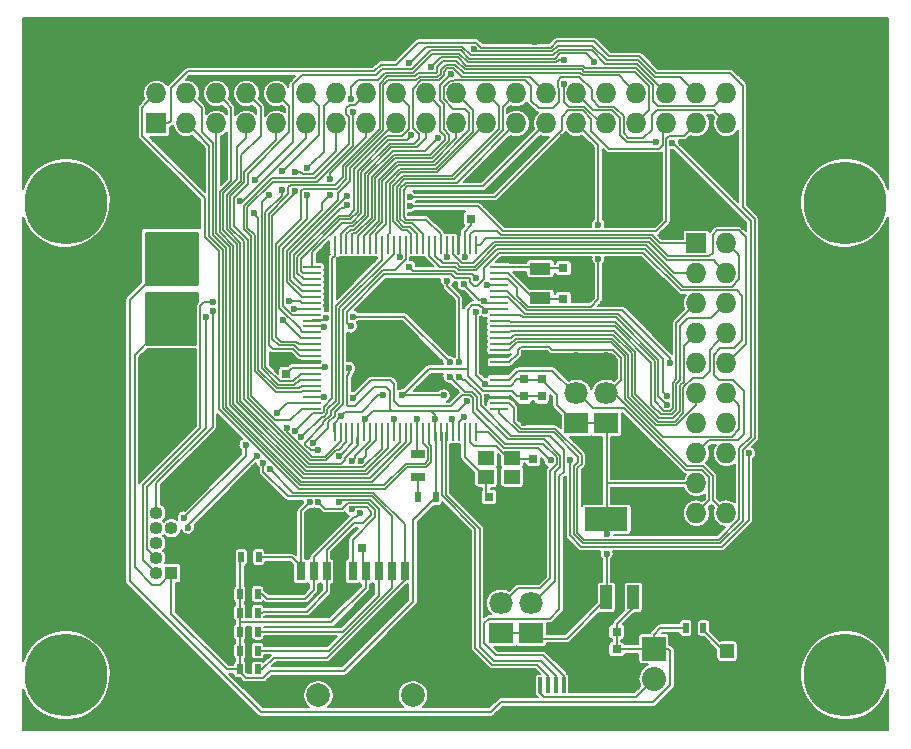
<source format=gtl>
G04 #@! TF.FileFunction,Copper,L1,Top,Signal*
%FSLAX46Y46*%
G04 Gerber Fmt 4.6, Leading zero omitted, Abs format (unit mm)*
G04 Created by KiCad (PCBNEW 4.0.7) date 10/15/17 21:50:59*
%MOMM*%
%LPD*%
G01*
G04 APERTURE LIST*
%ADD10C,0.100000*%
%ADD11R,1.500000X0.280000*%
%ADD12R,0.280000X1.500000*%
%ADD13R,1.500000X1.900000*%
%ADD14C,1.450000*%
%ADD15R,0.400000X1.350000*%
%ADD16O,1.200000X1.900000*%
%ADD17R,1.200000X1.900000*%
%ADD18R,1.600000X1.400000*%
%ADD19R,0.700000X1.600000*%
%ADD20R,1.200000X2.200000*%
%ADD21C,2.000000*%
%ADD22R,1.727200X1.727200*%
%ADD23O,1.727200X1.727200*%
%ADD24R,1.800000X1.800000*%
%ADD25O,1.800000X1.800000*%
%ADD26R,0.800000X0.750000*%
%ADD27C,7.000000*%
%ADD28R,0.500000X0.900000*%
%ADD29R,1.300000X0.700000*%
%ADD30R,2.032000X1.800000*%
%ADD31O,2.032000X1.800000*%
%ADD32R,1.198880X1.198880*%
%ADD33R,0.750000X0.800000*%
%ADD34R,3.657600X2.032000*%
%ADD35R,1.016000X2.032000*%
%ADD36R,1.800000X1.000000*%
%ADD37R,2.032000X2.032000*%
%ADD38O,2.032000X2.032000*%
%ADD39R,1.400000X1.200000*%
%ADD40R,1.100000X1.100000*%
%ADD41O,1.100000X1.100000*%
%ADD42C,0.600000*%
%ADD43C,0.200000*%
%ADD44C,0.150000*%
%ADD45C,0.254000*%
G04 APERTURE END LIST*
D10*
D11*
X135672867Y-72461829D03*
X135672867Y-71961829D03*
X135672867Y-71461829D03*
X135672867Y-70961829D03*
X135672867Y-70461829D03*
X135672867Y-69961829D03*
X135672867Y-69461829D03*
X135672867Y-68961829D03*
X135672867Y-68461829D03*
X135672867Y-67961829D03*
X135672867Y-67461829D03*
X135672867Y-66961829D03*
X135672867Y-66461829D03*
X135672867Y-65961829D03*
X135672867Y-65461829D03*
X135672867Y-64961829D03*
X135672867Y-64461829D03*
X135672867Y-63961829D03*
X135672867Y-63461829D03*
X135672867Y-62961829D03*
X135672867Y-62461829D03*
X135672867Y-61961829D03*
X135672867Y-61461829D03*
X135672867Y-60961829D03*
X135672867Y-60461829D03*
D12*
X133772867Y-58561829D03*
X133272867Y-58561829D03*
X132772867Y-58561829D03*
X132272867Y-58561829D03*
X131772867Y-58561829D03*
X131272867Y-58561829D03*
X130772867Y-58561829D03*
X130272867Y-58561829D03*
X129772867Y-58561829D03*
X129272867Y-58561829D03*
X128772867Y-58561829D03*
X128272867Y-58561829D03*
X127772867Y-58561829D03*
X127272867Y-58561829D03*
X126772867Y-58561829D03*
X126272867Y-58561829D03*
X125772867Y-58561829D03*
X125272867Y-58561829D03*
X124772867Y-58561829D03*
X124272867Y-58561829D03*
X123772867Y-58561829D03*
X123272867Y-58561829D03*
X122772867Y-58561829D03*
X122272867Y-58561829D03*
X121772867Y-58561829D03*
D11*
X119872867Y-60461829D03*
X119872867Y-60961829D03*
X119872867Y-61461829D03*
X119872867Y-61961829D03*
X119872867Y-62461829D03*
X119872867Y-62961829D03*
X119872867Y-63461829D03*
X119872867Y-63961829D03*
X119872867Y-64461829D03*
X119872867Y-64961829D03*
X119872867Y-65461829D03*
X119872867Y-65961829D03*
X119872867Y-66461829D03*
X119872867Y-66961829D03*
X119872867Y-67461829D03*
X119872867Y-67961829D03*
X119872867Y-68461829D03*
X119872867Y-68961829D03*
X119872867Y-69461829D03*
X119872867Y-69961829D03*
X119872867Y-70461829D03*
X119872867Y-70961829D03*
X119872867Y-71461829D03*
X119872867Y-71961829D03*
X119872867Y-72461829D03*
D12*
X121772867Y-74361829D03*
X122272867Y-74361829D03*
X122772867Y-74361829D03*
X123272867Y-74361829D03*
X123772867Y-74361829D03*
X124272867Y-74361829D03*
X124772867Y-74361829D03*
X125272867Y-74361829D03*
X125772867Y-74361829D03*
X126272867Y-74361829D03*
X126772867Y-74361829D03*
X127272867Y-74361829D03*
X127772867Y-74361829D03*
X128272867Y-74361829D03*
X128772867Y-74361829D03*
X129272867Y-74361829D03*
X129772867Y-74361829D03*
X130272867Y-74361829D03*
X130772867Y-74361829D03*
X131272867Y-74361829D03*
X131772867Y-74361829D03*
X132272867Y-74361829D03*
X132772867Y-74361829D03*
X133272867Y-74361829D03*
X133772867Y-74361829D03*
D13*
X141500000Y-98550000D03*
D14*
X138000000Y-95850000D03*
D15*
X139850000Y-95850000D03*
X139200000Y-95850000D03*
X141800000Y-95850000D03*
X141150000Y-95850000D03*
X140500000Y-95850000D03*
D14*
X143000000Y-95850000D03*
D13*
X139500000Y-98550000D03*
D16*
X137000000Y-98550000D03*
X144000000Y-98550000D03*
D17*
X143400000Y-98550000D03*
X137600000Y-98550000D03*
D18*
X117400000Y-86700000D03*
D19*
X127700000Y-86200000D03*
X125500000Y-86200000D03*
X124400000Y-86200000D03*
X123300000Y-86200000D03*
X122200000Y-86200000D03*
X121100000Y-86200000D03*
X120000000Y-86200000D03*
D18*
X132200000Y-86700000D03*
D19*
X126600000Y-86200000D03*
X118900000Y-86200000D03*
D20*
X133100000Y-96300000D03*
X117600000Y-96300000D03*
D21*
X120400000Y-96700000D03*
X128400000Y-96700000D03*
D22*
X152400000Y-58420000D03*
D23*
X154940000Y-58420000D03*
X152400000Y-60960000D03*
X154940000Y-60960000D03*
X152400000Y-63500000D03*
X154940000Y-63500000D03*
X152400000Y-66040000D03*
X154940000Y-66040000D03*
X152400000Y-68580000D03*
X154940000Y-68580000D03*
X152400000Y-71120000D03*
X154940000Y-71120000D03*
X152400000Y-73660000D03*
X154940000Y-73660000D03*
X152400000Y-76200000D03*
X154940000Y-76200000D03*
X152400000Y-78740000D03*
X154940000Y-78740000D03*
X152400000Y-81280000D03*
X154940000Y-81280000D03*
D24*
X109220000Y-71120000D03*
D25*
X106680000Y-71120000D03*
X109220000Y-68580000D03*
X106680000Y-68580000D03*
X109220000Y-66040000D03*
X106680000Y-66040000D03*
X109220000Y-63500000D03*
X106680000Y-63500000D03*
X109220000Y-60960000D03*
X106680000Y-60960000D03*
X109220000Y-58420000D03*
X106680000Y-58420000D03*
D22*
X106680000Y-48260000D03*
D23*
X106680000Y-45720000D03*
X109220000Y-48260000D03*
X109220000Y-45720000D03*
X111760000Y-48260000D03*
X111760000Y-45720000D03*
X114300000Y-48260000D03*
X114300000Y-45720000D03*
X116840000Y-48260000D03*
X116840000Y-45720000D03*
X119380000Y-48260000D03*
X119380000Y-45720000D03*
X121920000Y-48260000D03*
X121920000Y-45720000D03*
X124460000Y-48260000D03*
X124460000Y-45720000D03*
X127000000Y-48260000D03*
X127000000Y-45720000D03*
X129540000Y-48260000D03*
X129540000Y-45720000D03*
X132080000Y-48260000D03*
X132080000Y-45720000D03*
X134620000Y-48260000D03*
X134620000Y-45720000D03*
X137160000Y-48260000D03*
X137160000Y-45720000D03*
X139700000Y-48260000D03*
X139700000Y-45720000D03*
X142240000Y-48260000D03*
X142240000Y-45720000D03*
X144780000Y-48260000D03*
X144780000Y-45720000D03*
X147320000Y-48260000D03*
X147320000Y-45720000D03*
X149860000Y-48260000D03*
X149860000Y-45720000D03*
X152400000Y-48260000D03*
X152400000Y-45720000D03*
X154940000Y-48260000D03*
X154940000Y-45720000D03*
D26*
X122550000Y-84200000D03*
X124050000Y-84200000D03*
D27*
X165000000Y-95000000D03*
X99000000Y-95000000D03*
X165000000Y-55000000D03*
X99000000Y-55000000D03*
D28*
X115350000Y-85000000D03*
X113850000Y-85000000D03*
X115250000Y-91300000D03*
X113750000Y-91300000D03*
X115250000Y-92900000D03*
X113750000Y-92900000D03*
X115250000Y-94500000D03*
X113750000Y-94500000D03*
X115250000Y-88100000D03*
X113750000Y-88100000D03*
X115250000Y-89700000D03*
X113750000Y-89700000D03*
X128850000Y-79900000D03*
X130350000Y-79900000D03*
X151500000Y-91000000D03*
X153000000Y-91000000D03*
D29*
X128792867Y-76271829D03*
X128792867Y-78171829D03*
D30*
X138430000Y-91440000D03*
D31*
X138430000Y-88900000D03*
X138430000Y-86360000D03*
D30*
X135890000Y-91440000D03*
D31*
X135890000Y-88900000D03*
X135890000Y-86360000D03*
D30*
X144780000Y-73660000D03*
D31*
X144780000Y-71120000D03*
X144780000Y-68580000D03*
D30*
X142240000Y-73660000D03*
D31*
X142240000Y-71120000D03*
X142240000Y-68580000D03*
D32*
X155000000Y-92950980D03*
X155000000Y-95049020D03*
D33*
X138600000Y-76650000D03*
X138600000Y-78150000D03*
D26*
X134850000Y-79900000D03*
X136350000Y-79900000D03*
X141142867Y-60521829D03*
X142642867Y-60521829D03*
X141142867Y-63121829D03*
X142642867Y-63121829D03*
X145650000Y-91300000D03*
X144150000Y-91300000D03*
X145650000Y-92800000D03*
X144150000Y-92800000D03*
D33*
X137792867Y-71371829D03*
X137792867Y-72871829D03*
X139292867Y-71371829D03*
X139292867Y-72871829D03*
X137800000Y-69950000D03*
X137800000Y-68450000D03*
X139300000Y-69950000D03*
X139300000Y-68450000D03*
X117692867Y-69471829D03*
X117692867Y-67971829D03*
D26*
X133342867Y-56321829D03*
X131842867Y-56321829D03*
D34*
X144780000Y-81788000D03*
D35*
X144780000Y-88392000D03*
X147066000Y-88392000D03*
X142494000Y-88392000D03*
D36*
X139192867Y-60571829D03*
X139192867Y-63071829D03*
D37*
X148800000Y-92760000D03*
D38*
X148800000Y-95300000D03*
D39*
X134600000Y-78200000D03*
X136800000Y-78200000D03*
X134600000Y-76600000D03*
X136800000Y-76600000D03*
D40*
X107950000Y-86360000D03*
D41*
X106680000Y-86360000D03*
X107950000Y-85090000D03*
X106680000Y-85090000D03*
X107950000Y-83820000D03*
X106680000Y-83820000D03*
X107950000Y-82550000D03*
X106680000Y-82550000D03*
X107950000Y-81280000D03*
X106680000Y-81280000D03*
D42*
X123003587Y-69000000D03*
X144800000Y-84700000D03*
X144800000Y-83000000D03*
X134531514Y-70364395D03*
X132999412Y-71800008D03*
X133700000Y-64200000D03*
X134400000Y-63299998D03*
X132699992Y-61881909D03*
X132772861Y-59581848D03*
X130278186Y-73334861D03*
X120949956Y-68910897D03*
X124300000Y-73300000D03*
X108780000Y-89510000D03*
X112790000Y-93530000D03*
X114980000Y-77440000D03*
X118640000Y-80430000D03*
X112320000Y-52860000D03*
X112460000Y-49480000D03*
X112900000Y-44470000D03*
X117970000Y-44470000D03*
X109760000Y-44480000D03*
X147060000Y-96200000D03*
X146700000Y-91900000D03*
X145650000Y-84660000D03*
X103390000Y-79270000D03*
X158030000Y-78820000D03*
X152610000Y-84690000D03*
X158030000Y-71170000D03*
X158040000Y-63660000D03*
X106670000Y-44090000D03*
X111780000Y-43270000D03*
X118160000Y-43230000D03*
X124520000Y-43190000D03*
X128650000Y-40850000D03*
X134560000Y-41140000D03*
X138760000Y-41340000D03*
X142190000Y-40710000D03*
X145560000Y-41880000D03*
X149350000Y-43250000D03*
X156340000Y-44230000D03*
X157000000Y-49580000D03*
X157350000Y-54460000D03*
X103410000Y-65770000D03*
X112430000Y-96400000D03*
X105600000Y-50820000D03*
X109800000Y-54670000D03*
X110590000Y-53510000D03*
X110190000Y-50020000D03*
X106550000Y-49573602D03*
X136940000Y-49700000D03*
X133560000Y-53010000D03*
X134960000Y-53910000D03*
X139330000Y-49660000D03*
X155760000Y-54490000D03*
X155760000Y-49560000D03*
X151170000Y-49900000D03*
X156450000Y-57000000D03*
X150430000Y-50920000D03*
X149480000Y-57780000D03*
X147220000Y-82960000D03*
X154130000Y-82700000D03*
X151020000Y-79330000D03*
X145380000Y-79330000D03*
X146340000Y-73390000D03*
X151080000Y-78110000D03*
X145450000Y-78110000D03*
X145370000Y-75070000D03*
X142910000Y-79900000D03*
X144160000Y-80170000D03*
X144240000Y-75090000D03*
X142210000Y-75070000D03*
X129110000Y-60050000D03*
X120740000Y-59170000D03*
X125000000Y-59830000D03*
X122160000Y-59850000D03*
X122220000Y-62540000D03*
X132660000Y-62660000D03*
X130900000Y-70410000D03*
X128930000Y-70740000D03*
X123080000Y-67330000D03*
X123390000Y-70700000D03*
X127430000Y-70280000D03*
X130650000Y-68430000D03*
X127380000Y-65160000D03*
X123940000Y-65220000D03*
X130440000Y-61590000D03*
X131330000Y-63510000D03*
X131720000Y-67720000D03*
X127820000Y-64060000D03*
X123930000Y-64040000D03*
X126250000Y-61600000D03*
X141130000Y-49460000D03*
X143120000Y-56820000D03*
X136340000Y-56850000D03*
X134600000Y-55150000D03*
X143440000Y-50910000D03*
X144920000Y-56840000D03*
X144650000Y-50850000D03*
X149140000Y-51150000D03*
X148820000Y-56760000D03*
X135930000Y-59800000D03*
X143540000Y-61760000D03*
X137280000Y-61010000D03*
X147700000Y-59820000D03*
X144990000Y-59770000D03*
X150720000Y-62830000D03*
X150150000Y-67280000D03*
X148390000Y-65470000D03*
X144500000Y-63560000D03*
X122540000Y-81510000D03*
X120760000Y-83370000D03*
X119670000Y-81390000D03*
X119670000Y-81390000D03*
X117170000Y-94060000D03*
X127760000Y-87810000D03*
X121440000Y-91900000D03*
X124970000Y-87560000D03*
X116270000Y-92160000D03*
X139999996Y-68400000D03*
X141500000Y-88400000D03*
X131200000Y-87700000D03*
X143400000Y-91300000D03*
X137100000Y-79900000D03*
X122200000Y-87300000D03*
X143400000Y-92800000D03*
X143400000Y-63100000D03*
X117400000Y-87799990D03*
X134649445Y-71464406D03*
X155000000Y-96000000D03*
X115500000Y-96300000D03*
X133300000Y-96300000D03*
X131700000Y-57000000D03*
X137800000Y-73600000D03*
X140000000Y-72900000D03*
X138600000Y-78900000D03*
X117000000Y-68000000D03*
X137800000Y-67700000D03*
X143400000Y-60500000D03*
X128717688Y-73280791D03*
X132300000Y-68500000D03*
X132300004Y-69700000D03*
X131300000Y-61581902D03*
X131272871Y-59581845D03*
X116260000Y-77530000D03*
X118950000Y-74850000D03*
X122170000Y-80355032D03*
X122166367Y-76449211D03*
X120400000Y-80355032D03*
X120400000Y-75960000D03*
X123220000Y-80955054D03*
X123220000Y-76860000D03*
X123904345Y-81261957D03*
X123970000Y-76860000D03*
X115730000Y-76990000D03*
X118420000Y-74310000D03*
X119650000Y-80355032D03*
X119930000Y-75370000D03*
X150360023Y-49890000D03*
X149010000Y-49880000D03*
X149874957Y-72079492D03*
X149874957Y-71329479D03*
X150186367Y-68570000D03*
X144090000Y-56850000D03*
X144099998Y-59725076D03*
X131581763Y-44125032D03*
X133540000Y-41974915D03*
X129909967Y-43506367D03*
X130503919Y-49512213D03*
X128066627Y-43166618D03*
X128260000Y-49290000D03*
X122840000Y-55140013D03*
X128150000Y-55250000D03*
X122840000Y-54390000D03*
X128145098Y-54500000D03*
X121420000Y-52960000D03*
X121420000Y-54320000D03*
X120898550Y-65466148D03*
X123131451Y-65463294D03*
X119470000Y-52044979D03*
X119470000Y-54320000D03*
X118420000Y-52344990D03*
X118410000Y-54015032D03*
X117340000Y-52340000D03*
X117326756Y-53926756D03*
X116249998Y-54300000D03*
X114993761Y-53043761D03*
X143750693Y-43044990D03*
X113771622Y-54811622D03*
X114910023Y-55896695D03*
X141200000Y-42874957D03*
X141181151Y-44942558D03*
X123154833Y-46168037D03*
X123301804Y-47288196D03*
X140049965Y-76800000D03*
X141699998Y-76800000D03*
X156853626Y-76200000D03*
X122340000Y-73050000D03*
X131000002Y-71300000D03*
X125900000Y-71300000D03*
X127500000Y-71300000D03*
X134510503Y-64141645D03*
X133744212Y-61370168D03*
X134652848Y-61961828D03*
X128100000Y-60400000D03*
X127272867Y-59581832D03*
X132700000Y-73161797D03*
X126800000Y-73300000D03*
X131741056Y-73299145D03*
X111450000Y-63420000D03*
X117920000Y-63320000D03*
X110900000Y-64700000D03*
X117360000Y-64890000D03*
X109353857Y-82486119D03*
X117710000Y-74060000D03*
X115190000Y-76450000D03*
X109005917Y-81644083D03*
X116890000Y-72810000D03*
X114231645Y-75468355D03*
X111460000Y-64170000D03*
X118348680Y-63950000D03*
X123353598Y-71499992D03*
X120892884Y-71461827D03*
X121053542Y-64732330D03*
X123303598Y-64625010D03*
X131500000Y-69700000D03*
X131500000Y-68500000D03*
D43*
X144800000Y-73680000D02*
X144800000Y-78810000D01*
X144800000Y-78810000D02*
X144800000Y-81768000D01*
X148760000Y-78740000D02*
X144870000Y-78740000D01*
X144870000Y-78740000D02*
X144800000Y-78810000D01*
X113750000Y-94500000D02*
X113750000Y-94700000D01*
X113750000Y-94700000D02*
X114250001Y-95200001D01*
X128400000Y-88800000D02*
X128400000Y-81850000D01*
X114250001Y-95200001D02*
X115700001Y-95200001D01*
X115700001Y-95200001D02*
X116280002Y-94620000D01*
X116280002Y-94620000D02*
X122580000Y-94620000D01*
X122580000Y-94620000D02*
X128400000Y-88800000D01*
X128400000Y-81850000D02*
X130350000Y-79900000D01*
X106680000Y-66040000D02*
X104830000Y-67890000D01*
X104830000Y-67890000D02*
X104830000Y-85860000D01*
X104830000Y-85860000D02*
X106290000Y-87320000D01*
X106290000Y-87320000D02*
X106990000Y-87320000D01*
X106990000Y-87320000D02*
X107950000Y-86360000D01*
X112630000Y-94500000D02*
X113750000Y-94500000D01*
X107950000Y-86360000D02*
X107950000Y-89820000D01*
X107950000Y-89820000D02*
X112630000Y-94500000D01*
X139300000Y-69950000D02*
X139300000Y-69993397D01*
X139300000Y-69993397D02*
X140600000Y-71293397D01*
X142124000Y-73660000D02*
X142240000Y-73660000D01*
X140600000Y-71293397D02*
X140600000Y-72136000D01*
X140600000Y-72136000D02*
X142124000Y-73660000D01*
X137800000Y-69950000D02*
X137850000Y-70000000D01*
X137850000Y-70000000D02*
X139250000Y-70000000D01*
X139250000Y-70000000D02*
X139300000Y-69950000D01*
X152400000Y-78740000D02*
X148760000Y-78740000D01*
X122803588Y-72117596D02*
X122803588Y-69624263D01*
X122803588Y-69624263D02*
X123003587Y-69424264D01*
X126474989Y-72475009D02*
X126474989Y-70900000D01*
X123500000Y-72200000D02*
X122885992Y-72200000D01*
X126600000Y-72600020D02*
X126474989Y-72475009D01*
X126474989Y-70900000D02*
X126134623Y-70559634D01*
X122885992Y-72200000D02*
X122803588Y-72117596D01*
X125140366Y-70559634D02*
X123500000Y-72200000D01*
X123003587Y-69424264D02*
X123003587Y-69000000D01*
X126134623Y-70559634D02*
X125140366Y-70559634D01*
X144800000Y-84700000D02*
X144800000Y-88372000D01*
X144800000Y-88372000D02*
X144780000Y-88392000D01*
X144780000Y-81788000D02*
X144780000Y-82980000D01*
X144780000Y-82980000D02*
X144800000Y-83000000D01*
X144800000Y-81768000D02*
X144780000Y-81788000D01*
X144780000Y-88392000D02*
X144780000Y-88520000D01*
X144780000Y-88520000D02*
X141416716Y-91883284D01*
X124400000Y-86200000D02*
X124400000Y-87600000D01*
X124400000Y-87600000D02*
X121500000Y-90500000D01*
X121500000Y-90500000D02*
X113750000Y-90500000D01*
X113750000Y-91300000D02*
X113750000Y-90500000D01*
X113750000Y-90500000D02*
X113750000Y-89700000D01*
X124400000Y-86200000D02*
X124200000Y-86000000D01*
X124200000Y-86000000D02*
X124200000Y-84350000D01*
X124200000Y-84350000D02*
X124050000Y-84200000D01*
X113750000Y-88100000D02*
X113750000Y-85100000D01*
X113750000Y-85100000D02*
X113850000Y-85000000D01*
X113750000Y-89700000D02*
X113750000Y-88100000D01*
X113750000Y-92900000D02*
X113750000Y-91300000D01*
X113750000Y-94500000D02*
X113750000Y-92900000D01*
X109220000Y-63500000D02*
X107947208Y-63500000D01*
X107947208Y-63500000D02*
X106680000Y-63500000D01*
X109220000Y-66040000D02*
X109220000Y-64767208D01*
X109220000Y-64767208D02*
X109220000Y-63500000D01*
X106680000Y-66040000D02*
X109220000Y-66040000D01*
X130350000Y-79900000D02*
X130350000Y-74438962D01*
X130350000Y-74438962D02*
X130272867Y-74361829D01*
X135672867Y-70461829D02*
X134628948Y-70461829D01*
X134628948Y-70461829D02*
X134531514Y-70364395D01*
X134231515Y-70064396D02*
X134531514Y-70364395D01*
X133700000Y-64200000D02*
X133700000Y-69532881D01*
X132699413Y-72100007D02*
X132999412Y-71800008D01*
X132199400Y-72600020D02*
X132699413Y-72100007D01*
X133700000Y-69532881D02*
X134231515Y-70064396D01*
X129900020Y-72600020D02*
X132199400Y-72600020D01*
X124300000Y-73300000D02*
X124999980Y-72600020D01*
X124999980Y-72600020D02*
X126600000Y-72600020D01*
X126600000Y-72600020D02*
X129900020Y-72600020D01*
X129900020Y-72600020D02*
X130278186Y-72978186D01*
X130278186Y-72978186D02*
X130278186Y-73334861D01*
X133980503Y-63199985D02*
X134299987Y-63199985D01*
X134299987Y-63199985D02*
X134400000Y-63299998D01*
X135672867Y-63461829D02*
X134561831Y-63461829D01*
X134561831Y-63461829D02*
X134400000Y-63299998D01*
X133060003Y-62279485D02*
X133060003Y-62260003D01*
X133060003Y-62260003D02*
X132900000Y-62100000D01*
X132900000Y-62100000D02*
X132900000Y-62081917D01*
X132900000Y-62081917D02*
X132699992Y-61881909D01*
X132772867Y-58561829D02*
X132772867Y-59581842D01*
X132772867Y-59581842D02*
X132772861Y-59581848D01*
X133680504Y-62899986D02*
X133060003Y-62279485D01*
X133980503Y-63199985D02*
X133060003Y-62279485D01*
X130272867Y-74361829D02*
X130272867Y-73340180D01*
X130272867Y-73340180D02*
X130278186Y-73334861D01*
X119872867Y-68961829D02*
X120899024Y-68961829D01*
X120899024Y-68961829D02*
X120949956Y-68910897D01*
X124272867Y-73327133D02*
X124300000Y-73300000D01*
X124272867Y-74361829D02*
X124272867Y-73327133D01*
X119872867Y-68961829D02*
X118202867Y-68961829D01*
X118202867Y-68961829D02*
X117692867Y-69471829D01*
X133342867Y-56321829D02*
X133342867Y-56896829D01*
X133342867Y-56896829D02*
X132772867Y-57466829D01*
X132772867Y-57466829D02*
X132772867Y-57611829D01*
X132772867Y-57611829D02*
X132772867Y-58561829D01*
X137800000Y-69950000D02*
X137217867Y-69921829D01*
X137217867Y-69921829D02*
X136677867Y-70461829D01*
X136677867Y-70461829D02*
X136622867Y-70461829D01*
X136622867Y-70461829D02*
X135672867Y-70461829D01*
X142240000Y-73660000D02*
X143456000Y-73660000D01*
X143456000Y-73660000D02*
X144780000Y-73660000D01*
X144780000Y-73660000D02*
X144800000Y-73680000D01*
X141416716Y-91883284D02*
X138472636Y-91883284D01*
X138472636Y-91883284D02*
X138430000Y-91440000D01*
X135890000Y-91440000D02*
X138430000Y-91440000D01*
X139949996Y-68450000D02*
X139999996Y-68400000D01*
X139300000Y-68450000D02*
X139949996Y-68450000D01*
X135672867Y-69461829D02*
X136282867Y-69461829D01*
X136282867Y-69461829D02*
X137294696Y-68450000D01*
X137294696Y-68450000D02*
X137800000Y-68450000D01*
X142031829Y-68371829D02*
X142240000Y-68580000D01*
X141508000Y-88392000D02*
X141500000Y-88400000D01*
X143378171Y-63121829D02*
X143400000Y-63100000D01*
X142494000Y-88392000D02*
X141508000Y-88392000D01*
X122200000Y-86200000D02*
X122400000Y-86000000D01*
X122400000Y-86000000D02*
X122400000Y-84350000D01*
X122400000Y-84350000D02*
X122550000Y-84200000D01*
X117400000Y-86700000D02*
X117400000Y-87799990D01*
X122200000Y-86200000D02*
X122200000Y-87300000D01*
X135672867Y-71461829D02*
X134652022Y-71461829D01*
X134652022Y-71461829D02*
X134649445Y-71464406D01*
X134722867Y-68961829D02*
X134672866Y-68911828D01*
X135672867Y-68961829D02*
X134722867Y-68961829D01*
X134672866Y-68121828D02*
X134832865Y-67961829D01*
X134832865Y-67961829D02*
X135672867Y-67961829D01*
X134672866Y-68911828D02*
X134672866Y-68121828D01*
X155000000Y-95049020D02*
X155000000Y-96000000D01*
X132200000Y-86700000D02*
X131200000Y-87700000D01*
X117600000Y-96300000D02*
X115500000Y-96300000D01*
X133100000Y-96300000D02*
X133300000Y-96300000D01*
X138000000Y-98150000D02*
X137600000Y-98550000D01*
X139500000Y-98550000D02*
X137000000Y-98550000D01*
X141500000Y-98550000D02*
X139500000Y-98550000D01*
X141500000Y-98550000D02*
X143400000Y-98550000D01*
X141800000Y-98250000D02*
X141500000Y-98550000D01*
X141800000Y-95850000D02*
X143000000Y-95850000D01*
X143400000Y-92800000D02*
X144150000Y-92800000D01*
X144150000Y-91300000D02*
X143400000Y-91300000D01*
X131842867Y-56321829D02*
X131842867Y-56857133D01*
X131842867Y-56857133D02*
X131700000Y-57000000D01*
X135672867Y-69461829D02*
X135672867Y-68961829D01*
X137800000Y-73600000D02*
X137800000Y-72878962D01*
X137800000Y-72878962D02*
X137792867Y-72871829D01*
X139292867Y-72871829D02*
X139971829Y-72871829D01*
X139971829Y-72871829D02*
X140000000Y-72900000D01*
X136350000Y-79900000D02*
X137100000Y-79900000D01*
X138600000Y-78150000D02*
X138600000Y-78900000D01*
X117692867Y-67971829D02*
X117028171Y-67971829D01*
X117028171Y-67971829D02*
X117000000Y-68000000D01*
X137800000Y-68450000D02*
X137792867Y-67707133D01*
X137792867Y-67707133D02*
X137800000Y-67700000D01*
X143400000Y-60500000D02*
X142664696Y-60500000D01*
X142664696Y-60500000D02*
X142642867Y-60521829D01*
X142642867Y-63121829D02*
X143378171Y-63121829D01*
X144150000Y-92800000D02*
X144150000Y-91300000D01*
X144150000Y-91300000D02*
X143904000Y-91300000D01*
X142494000Y-88900000D02*
X142494000Y-88392000D01*
X139292867Y-72871829D02*
X137792867Y-72871829D01*
X135672867Y-71461829D02*
X136622867Y-71461829D01*
X136622867Y-71461829D02*
X137792867Y-72631829D01*
X137792867Y-72631829D02*
X137792867Y-72871829D01*
X138600000Y-78250000D02*
X138600000Y-78150000D01*
X119872867Y-68461829D02*
X118182867Y-68461829D01*
X118182867Y-68461829D02*
X117692867Y-67971829D01*
X132272867Y-58561829D02*
X132272867Y-56751829D01*
X132272867Y-56751829D02*
X131842867Y-56321829D01*
X137800000Y-68450000D02*
X139250000Y-68500000D01*
X139250000Y-68500000D02*
X139300000Y-68450000D01*
D44*
X128717688Y-73280791D02*
X128717688Y-74306650D01*
X128717688Y-74306650D02*
X128772867Y-74361829D01*
X128772867Y-74361829D02*
X128772867Y-76251829D01*
X128772867Y-76251829D02*
X128792867Y-76271829D01*
D43*
X148800000Y-92760000D02*
X150016000Y-92760000D01*
X150200000Y-92944000D02*
X150200000Y-95799000D01*
X135000000Y-98100000D02*
X115500000Y-98100000D01*
X150016000Y-92760000D02*
X150200000Y-92944000D01*
X150200000Y-95799000D02*
X148748989Y-97250011D01*
X148748989Y-97250011D02*
X135849989Y-97250011D01*
X104439989Y-87039989D02*
X104439989Y-63200011D01*
X135849989Y-97250011D02*
X135000000Y-98100000D01*
X115500000Y-98100000D02*
X104439989Y-87039989D01*
X104439989Y-63200011D02*
X105780001Y-61859999D01*
X105780001Y-61859999D02*
X106680000Y-60960000D01*
X145650000Y-91300000D02*
X145650000Y-90650000D01*
X145650000Y-90650000D02*
X147100000Y-89200000D01*
X147100000Y-89200000D02*
X147100000Y-88426000D01*
X147100000Y-88426000D02*
X147066000Y-88392000D01*
X148800000Y-92760000D02*
X148800000Y-91544000D01*
X148800000Y-91544000D02*
X149344000Y-91000000D01*
X149344000Y-91000000D02*
X151050000Y-91000000D01*
X151050000Y-91000000D02*
X151500000Y-91000000D01*
X106680000Y-58420000D02*
X106680000Y-59692792D01*
X106680000Y-59692792D02*
X106680000Y-60960000D01*
X109220000Y-58420000D02*
X107947208Y-58420000D01*
X107947208Y-58420000D02*
X106680000Y-58420000D01*
X109220000Y-60960000D02*
X109220000Y-59687208D01*
X109220000Y-59687208D02*
X109220000Y-58420000D01*
X145650000Y-92800000D02*
X145650000Y-91300000D01*
X148800000Y-92760000D02*
X145690000Y-92760000D01*
X145690000Y-92760000D02*
X145650000Y-92800000D01*
D44*
X135672867Y-60961829D02*
X136461829Y-60961829D01*
X136461829Y-60961829D02*
X138571829Y-63071829D01*
X138571829Y-63071829D02*
X139192867Y-63071829D01*
X141142867Y-63121829D02*
X139242867Y-63121829D01*
X139242867Y-63121829D02*
X139192867Y-63071829D01*
X135672867Y-60461829D02*
X138961829Y-60461829D01*
X138961829Y-60461829D02*
X139100000Y-60600000D01*
X139100000Y-60600000D02*
X139128171Y-60571829D01*
X139128171Y-60571829D02*
X139192867Y-60571829D01*
X141142867Y-60521829D02*
X139242867Y-60521829D01*
X139242867Y-60521829D02*
X139192867Y-60571829D01*
X134600000Y-78200000D02*
X134600000Y-79650000D01*
X134600000Y-79650000D02*
X134850000Y-79900000D01*
X132772867Y-74361829D02*
X132772867Y-76472867D01*
X132772867Y-76472867D02*
X134500000Y-78200000D01*
X134500000Y-78200000D02*
X134600000Y-78200000D01*
X133272867Y-75261829D02*
X133272867Y-74361829D01*
X133611038Y-75600000D02*
X133272867Y-75261829D01*
X136457482Y-76600000D02*
X135457482Y-75600000D01*
X135457482Y-75600000D02*
X133611038Y-75600000D01*
X136800000Y-76600000D02*
X136457482Y-76600000D01*
X138600000Y-76650000D02*
X136850000Y-76650000D01*
X136850000Y-76650000D02*
X136800000Y-76600000D01*
X153000000Y-91000000D02*
X153000000Y-91200000D01*
X153000000Y-91200000D02*
X154750980Y-92950980D01*
X154750980Y-92950980D02*
X155000000Y-92950980D01*
X130772867Y-74361829D02*
X130825001Y-74413963D01*
X133690000Y-92710000D02*
X135080000Y-94100000D01*
X130825001Y-74413963D02*
X130825001Y-79749279D01*
X130825001Y-79749279D02*
X133690000Y-82614278D01*
X133690000Y-82614278D02*
X133690000Y-92710000D01*
X139850000Y-95025000D02*
X139850000Y-95850000D01*
X135080000Y-94100000D02*
X138925000Y-94100000D01*
X138925000Y-94100000D02*
X139850000Y-95025000D01*
X132300000Y-63077002D02*
X132300000Y-68075736D01*
X131300000Y-62077002D02*
X132300000Y-63077002D01*
X131300000Y-61581902D02*
X131300000Y-62077002D01*
X132300000Y-68075736D02*
X132300000Y-68500000D01*
X140800000Y-83472837D02*
X140800000Y-89400000D01*
X134124444Y-71298877D02*
X134124444Y-72148702D01*
X140002027Y-74725023D02*
X141174997Y-75897993D01*
X134808998Y-90200000D02*
X134400000Y-90608998D01*
X132825566Y-69999999D02*
X134124444Y-71298877D01*
X139425000Y-93300000D02*
X141150000Y-95025000D01*
X140800000Y-79975720D02*
X140789989Y-79985731D01*
X134124444Y-72148702D02*
X136700765Y-74725023D01*
X135428998Y-93300000D02*
X139425000Y-93300000D01*
X140800000Y-78150013D02*
X140800000Y-79975720D01*
X141174997Y-77775016D02*
X140800000Y-78150013D01*
X132600003Y-69999999D02*
X132825566Y-69999999D01*
X136700765Y-74725023D02*
X140002027Y-74725023D01*
X141150000Y-95025000D02*
X141150000Y-95850000D01*
X140789989Y-83462826D02*
X140800000Y-83472837D01*
X140789989Y-79985731D02*
X140789989Y-83462826D01*
X141174997Y-75897993D02*
X141174997Y-77775016D01*
X140800000Y-89400000D02*
X140000000Y-90200000D01*
X134400000Y-92271002D02*
X135428998Y-93300000D01*
X140000000Y-90200000D02*
X134808998Y-90200000D01*
X132300004Y-69700000D02*
X132600003Y-69999999D01*
X134400000Y-90608998D02*
X134400000Y-92271002D01*
X131272867Y-58561829D02*
X131272867Y-59581841D01*
X131272867Y-59581841D02*
X131272871Y-59581845D01*
X131272867Y-74361829D02*
X131200000Y-74434696D01*
X131200000Y-74434696D02*
X131200000Y-79699999D01*
X131200000Y-79699999D02*
X134080000Y-82579999D01*
X134080000Y-82579999D02*
X134080000Y-92580000D01*
X134080000Y-92580000D02*
X135299989Y-93799989D01*
X135299989Y-93799989D02*
X139274989Y-93799989D01*
X139274989Y-93799989D02*
X140500000Y-95025000D01*
X140500000Y-95025000D02*
X140500000Y-95850000D01*
X143626000Y-72390000D02*
X142356000Y-71120000D01*
X146293043Y-72390000D02*
X143626000Y-72390000D01*
X153488601Y-78217471D02*
X152859742Y-77588612D01*
X153488601Y-80191399D02*
X153488601Y-78217471D01*
X151491655Y-77588612D02*
X146293043Y-72390000D01*
X142356000Y-71120000D02*
X142240000Y-71120000D01*
X152400000Y-81280000D02*
X153488601Y-80191399D01*
X152859742Y-77588612D02*
X151491655Y-77588612D01*
X135672867Y-69961829D02*
X136572867Y-69961829D01*
X136572867Y-69961829D02*
X137334694Y-69200002D01*
X137334694Y-69200002D02*
X140204002Y-69200002D01*
X140204002Y-69200002D02*
X142124000Y-71120000D01*
X142124000Y-71120000D02*
X142240000Y-71120000D01*
X144780000Y-71120000D02*
X145447322Y-71120000D01*
X145447322Y-71120000D02*
X151615923Y-77288601D01*
X151615923Y-77288601D02*
X152984010Y-77288601D01*
X152984010Y-77288601D02*
X153788612Y-78093203D01*
X153788612Y-78093203D02*
X153788612Y-80128612D01*
X153788612Y-80128612D02*
X154076401Y-80416401D01*
X154076401Y-80416401D02*
X154940000Y-81280000D01*
X146021010Y-68114006D02*
X146021010Y-69994990D01*
X137547998Y-67174998D02*
X139918308Y-67174998D01*
X145361994Y-67454990D02*
X146021010Y-68114006D01*
X140198300Y-67454990D02*
X145361994Y-67454990D01*
X135672867Y-68461829D02*
X136572867Y-68461829D01*
X139918308Y-67174998D02*
X140198300Y-67454990D01*
X137274998Y-67447998D02*
X137547998Y-67174998D01*
X144896000Y-71120000D02*
X144780000Y-71120000D01*
X137274998Y-67759698D02*
X137274998Y-67447998D01*
X136572867Y-68461829D02*
X137274998Y-67759698D01*
X146021010Y-69994990D02*
X144896000Y-71120000D01*
X128850000Y-79900000D02*
X128850000Y-78228962D01*
X128850000Y-78228962D02*
X128792867Y-78171829D01*
X118950000Y-74850000D02*
X120673159Y-73126841D01*
X120673159Y-73126841D02*
X120844601Y-73126841D01*
X120844601Y-73126841D02*
X121147879Y-72823564D01*
X121878555Y-63701445D02*
X125772867Y-59807133D01*
X121147879Y-72823564D02*
X121147879Y-72480676D01*
X121147879Y-72480676D02*
X121878555Y-71750000D01*
X121878555Y-71750000D02*
X121878555Y-63701445D01*
X125772867Y-59807133D02*
X125772867Y-58561829D01*
X115250000Y-94500000D02*
X115650000Y-94500000D01*
X115650000Y-94500000D02*
X116640000Y-93510000D01*
X116640000Y-93510000D02*
X121120000Y-93510000D01*
X121120000Y-93510000D02*
X127700000Y-86930000D01*
X127700000Y-86930000D02*
X127700000Y-86200000D01*
X127700000Y-85250000D02*
X127700000Y-86200000D01*
X116260000Y-77530000D02*
X118260011Y-79530011D01*
X127700000Y-82200000D02*
X127700000Y-85250000D01*
X118260011Y-79530011D02*
X125030011Y-79530011D01*
X125030011Y-79530011D02*
X127700000Y-82200000D01*
X127700000Y-86200000D02*
X127700000Y-85750000D01*
X115250000Y-91300000D02*
X122460000Y-91300000D01*
X125500000Y-88260000D02*
X125500000Y-86200000D01*
X122460000Y-91300000D02*
X125500000Y-88260000D01*
X124750033Y-80130033D02*
X122394999Y-80130033D01*
X125500000Y-80880000D02*
X124750033Y-80130033D01*
X125500000Y-86200000D02*
X125500000Y-80880000D01*
X122394999Y-80130033D02*
X122170000Y-80355032D01*
X123272867Y-75342711D02*
X122466366Y-76149212D01*
X123272867Y-74361829D02*
X123272867Y-75342711D01*
X122466366Y-76149212D02*
X122166367Y-76449211D01*
X126772867Y-58561829D02*
X126772867Y-59301572D01*
X126772867Y-59301572D02*
X122178566Y-63895873D01*
X121447890Y-72947832D02*
X120820000Y-73575722D01*
X122178566Y-63895873D02*
X122178566Y-71907155D01*
X122178566Y-71907155D02*
X121447890Y-72637831D01*
X119975736Y-75960000D02*
X120400000Y-75960000D01*
X121447890Y-72637831D02*
X121447890Y-72947832D01*
X120820000Y-73730000D02*
X119260000Y-75290000D01*
X120820000Y-73575722D02*
X120820000Y-73730000D01*
X119260000Y-75290000D02*
X119260000Y-75460000D01*
X119260000Y-75460000D02*
X119760000Y-75960000D01*
X119760000Y-75960000D02*
X119975736Y-75960000D01*
X125199989Y-81009989D02*
X124620044Y-80430044D01*
X120699999Y-80655031D02*
X120400000Y-80355032D01*
X120925002Y-80880034D02*
X120699999Y-80655031D01*
X124620044Y-80430044D02*
X122871992Y-80430044D01*
X122422002Y-80880034D02*
X120925002Y-80880034D01*
X122871992Y-80430044D02*
X122422002Y-80880034D01*
X125199989Y-81600011D02*
X125199989Y-81009989D01*
X123300000Y-86200000D02*
X123300000Y-83500000D01*
X123300000Y-83500000D02*
X125199989Y-81600011D01*
X124470055Y-80730055D02*
X123444999Y-80730055D01*
X124870000Y-81430000D02*
X124870000Y-81130000D01*
X124870000Y-81130000D02*
X124470055Y-80730055D01*
X123374999Y-82125001D02*
X124174999Y-82125001D01*
X121100000Y-84400000D02*
X123374999Y-82125001D01*
X121100000Y-86200000D02*
X121100000Y-84400000D01*
X123444999Y-80730055D02*
X123220000Y-80955054D01*
X124174999Y-82125001D02*
X124870000Y-81430000D01*
X123220000Y-76860000D02*
X123490209Y-76589791D01*
X123490209Y-76589791D02*
X123490209Y-76439489D01*
X124772867Y-75156831D02*
X124772867Y-74361829D01*
X123490209Y-76439489D02*
X124772867Y-75156831D01*
X115250000Y-89700000D02*
X115650000Y-89700000D01*
X115750000Y-89600000D02*
X119400000Y-89600000D01*
X115650000Y-89700000D02*
X115750000Y-89600000D01*
X119400000Y-89600000D02*
X121100000Y-87900000D01*
X121100000Y-87900000D02*
X121100000Y-86200000D01*
X123604346Y-81561956D02*
X123904345Y-81261957D01*
X120000000Y-86200000D02*
X120000000Y-85000000D01*
X120000000Y-85000000D02*
X123438044Y-81561956D01*
X123438044Y-81561956D02*
X123604346Y-81561956D01*
X124404405Y-75956915D02*
X125272867Y-75088453D01*
X123970000Y-76860000D02*
X124404405Y-76425595D01*
X124404405Y-76425595D02*
X124404405Y-75956915D01*
X125272867Y-75088453D02*
X125272867Y-74361829D01*
X115250000Y-88100000D02*
X115650000Y-88100000D01*
X115650000Y-88100000D02*
X116050000Y-88500000D01*
X116050000Y-88500000D02*
X119300000Y-88500000D01*
X120000000Y-87800000D02*
X120000000Y-86200000D01*
X119300000Y-88500000D02*
X120000000Y-87800000D01*
X121772867Y-59461829D02*
X121772867Y-58561829D01*
X120847868Y-72270676D02*
X121578544Y-71540000D01*
X120847868Y-72699296D02*
X120847868Y-72270676D01*
X120720333Y-72826830D02*
X120847868Y-72699296D01*
X119903170Y-72826830D02*
X120720333Y-72826830D01*
X121578544Y-71540000D02*
X121578544Y-59656152D01*
X118420000Y-74310000D02*
X119903170Y-72826830D01*
X121578544Y-59656152D02*
X121772867Y-59461829D01*
X115730000Y-76990000D02*
X115730000Y-77780000D01*
X117780022Y-79830022D02*
X124900022Y-79830022D01*
X126600000Y-85250000D02*
X126600000Y-86200000D01*
X126600000Y-81530000D02*
X126600000Y-85250000D01*
X124900022Y-79830022D02*
X126600000Y-81530000D01*
X115730000Y-77780000D02*
X117780022Y-79830022D01*
X115250000Y-92900000D02*
X121300000Y-92900000D01*
X121300000Y-92900000D02*
X126600000Y-87600000D01*
X126600000Y-87600000D02*
X126600000Y-87150000D01*
X126600000Y-87150000D02*
X126600000Y-86200000D01*
X119930000Y-75370000D02*
X121232359Y-74067641D01*
X121232359Y-73587641D02*
X121800000Y-73020000D01*
X121232359Y-74067641D02*
X121232359Y-73587641D01*
X121800000Y-73020000D02*
X121800000Y-72710000D01*
X125850000Y-60700000D02*
X126900000Y-60700000D01*
X121800000Y-72710000D02*
X122478577Y-72031423D01*
X122478577Y-72031423D02*
X122478577Y-64071423D01*
X127810000Y-59790000D02*
X127810000Y-58598962D01*
X122478577Y-64071423D02*
X125850000Y-60700000D01*
X126900000Y-60700000D02*
X127810000Y-59790000D01*
X127810000Y-58598962D02*
X127772867Y-58561829D01*
X119350001Y-80655031D02*
X119650000Y-80355032D01*
X118900000Y-81105032D02*
X119350001Y-80655031D01*
X118900000Y-85750000D02*
X118900000Y-81105032D01*
X115350000Y-85000000D02*
X118150000Y-85000000D01*
X118150000Y-85000000D02*
X118900000Y-85750000D01*
X118900000Y-85750000D02*
X118900000Y-86200000D01*
X142375025Y-76940697D02*
X142375025Y-76498022D01*
X154430398Y-83825013D02*
X142789290Y-83825013D01*
X107693600Y-48260000D02*
X107900000Y-48053600D01*
X135672867Y-72751829D02*
X135672867Y-72461829D01*
X149010000Y-44010000D02*
X155270000Y-44010000D01*
X142000009Y-77315712D02*
X142375025Y-76940697D01*
X142789290Y-83825013D02*
X142000009Y-83035732D01*
X137346050Y-74425012D02*
X135672867Y-72751829D01*
X156328612Y-81926799D02*
X154430398Y-83825013D01*
X125700000Y-43300000D02*
X127000000Y-43300000D01*
X155270000Y-44010000D02*
X156328612Y-45068612D01*
X156328612Y-75894383D02*
X156328612Y-81926799D01*
X157340000Y-56370000D02*
X157340000Y-74882995D01*
X127000000Y-43300000D02*
X128860000Y-41440000D01*
X156328612Y-45068612D02*
X156328612Y-55358612D01*
X147580000Y-42580000D02*
X149010000Y-44010000D01*
X143729944Y-41319944D02*
X144990000Y-42580000D01*
X140610056Y-41319944D02*
X143729944Y-41319944D01*
X140060011Y-41869989D02*
X140610056Y-41319944D01*
X134199989Y-41869989D02*
X140060011Y-41869989D01*
X133770000Y-41440000D02*
X134199989Y-41869989D01*
X142375025Y-76498022D02*
X140302015Y-74425012D01*
X125125001Y-43874999D02*
X125700000Y-43300000D01*
X156328612Y-55358612D02*
X157340000Y-56370000D01*
X109325001Y-43874999D02*
X125125001Y-43874999D01*
X107900000Y-45300000D02*
X109325001Y-43874999D01*
X140302015Y-74425012D02*
X137346050Y-74425012D01*
X107900000Y-48053600D02*
X107900000Y-45300000D01*
X128860000Y-41440000D02*
X133770000Y-41440000D01*
X142000009Y-83035732D02*
X142000009Y-77315712D01*
X106680000Y-48260000D02*
X107693600Y-48260000D01*
X157340000Y-74882995D02*
X156328612Y-75894383D01*
X144990000Y-42580000D02*
X147580000Y-42580000D01*
X135672867Y-71961829D02*
X136572867Y-71961829D01*
X136950000Y-73527002D02*
X137547999Y-74125001D01*
X142675036Y-77064964D02*
X142300020Y-77439980D01*
X156028601Y-75770115D02*
X157000000Y-74798716D01*
X136572867Y-71961829D02*
X136950000Y-72338962D01*
X142300020Y-82911464D02*
X142913558Y-83525002D01*
X142675036Y-76373754D02*
X142675036Y-77064964D01*
X136950000Y-72338962D02*
X136950000Y-73527002D01*
X137547999Y-74125001D02*
X140426283Y-74125001D01*
X140426283Y-74125001D02*
X142675036Y-76373754D01*
X142300020Y-77439980D02*
X142300020Y-82911464D01*
X142913558Y-83525002D02*
X154306130Y-83525002D01*
X154306130Y-83525002D02*
X156028601Y-81802531D01*
X156028601Y-81802531D02*
X156028601Y-75770115D01*
X157000000Y-74798716D02*
X157000000Y-56529977D01*
X150660022Y-50189999D02*
X150360023Y-49890000D01*
X157000000Y-56529977D02*
X150660022Y-50189999D01*
X146565721Y-49880000D02*
X148585736Y-49880000D01*
X145931388Y-49245667D02*
X146565721Y-49880000D01*
X143680011Y-47160011D02*
X145265733Y-47160011D01*
X142240000Y-45720000D02*
X143680011Y-47160011D01*
X145931388Y-47825666D02*
X145931388Y-49245667D01*
X145265733Y-47160011D02*
X145931388Y-47825666D01*
X148585736Y-49880000D02*
X149010000Y-49880000D01*
X135672867Y-67461829D02*
X136572867Y-67461829D01*
X136572867Y-67461829D02*
X137234696Y-66800000D01*
X137234696Y-66800000D02*
X145131283Y-66800000D01*
X145131283Y-66800000D02*
X146321021Y-67989738D01*
X146321021Y-67989738D02*
X146321021Y-71569420D01*
X146321021Y-71569420D02*
X149551601Y-74800000D01*
X155803599Y-71983599D02*
X154940000Y-71120000D01*
X149551601Y-74800000D02*
X155411130Y-74800000D01*
X155411130Y-74800000D02*
X156028601Y-74182529D01*
X156028601Y-74182529D02*
X156028601Y-72208601D01*
X156028601Y-72208601D02*
X155803599Y-71983599D01*
X150689074Y-73815046D02*
X148990926Y-73815046D01*
X136648588Y-66961829D02*
X136572867Y-66961829D01*
X137110428Y-66499989D02*
X136648588Y-66961829D01*
X146621032Y-71445152D02*
X146621032Y-67865470D01*
X146621032Y-67865470D02*
X145255551Y-66499989D01*
X136572867Y-66961829D02*
X135672867Y-66961829D01*
X148990926Y-73815046D02*
X146621032Y-71445152D01*
X145255551Y-66499989D02*
X137110428Y-66499989D01*
X152400000Y-71120000D02*
X152400000Y-72104120D01*
X152400000Y-72104120D02*
X150689074Y-73815046D01*
X152968185Y-69810000D02*
X153551388Y-69226797D01*
X135672867Y-66461829D02*
X136724309Y-66461829D01*
X152070000Y-69810000D02*
X152968185Y-69810000D01*
X145379819Y-66199978D02*
X146921043Y-67741202D01*
X154076401Y-66903599D02*
X154940000Y-66040000D01*
X149115195Y-73515036D02*
X150564808Y-73515036D01*
X146921043Y-71320884D02*
X149115195Y-73515036D01*
X136986160Y-66199978D02*
X145379819Y-66199978D01*
X151300000Y-72779844D02*
X151300000Y-70580000D01*
X136724309Y-66461829D02*
X136986160Y-66199978D01*
X146921043Y-67741202D02*
X146921043Y-71320884D01*
X150564808Y-73515036D02*
X151300000Y-72779844D01*
X151300000Y-70580000D02*
X152070000Y-69810000D01*
X153551388Y-69226797D02*
X153551388Y-67428612D01*
X153551388Y-67428612D02*
X154076401Y-66903599D01*
X147221054Y-71196616D02*
X147221054Y-67616934D01*
X150999989Y-70455732D02*
X150999989Y-72655576D01*
X145449262Y-65845142D02*
X136689554Y-65845142D01*
X147221054Y-67616934D02*
X145449262Y-65845142D01*
X150999989Y-72655576D02*
X150440540Y-73215025D01*
X151311399Y-70144323D02*
X150999989Y-70455732D01*
X152400000Y-66040000D02*
X151311399Y-67128601D01*
X151311399Y-67128601D02*
X151311399Y-70144323D01*
X136572867Y-65961829D02*
X135672867Y-65961829D01*
X150440540Y-73215025D02*
X149239463Y-73215025D01*
X149239463Y-73215025D02*
X147221054Y-71196616D01*
X136689554Y-65845142D02*
X136572867Y-65961829D01*
X151670000Y-64780000D02*
X153660000Y-64780000D01*
X150699978Y-70331464D02*
X151011388Y-70020055D01*
X149363731Y-72915014D02*
X150316273Y-72915013D01*
X151011388Y-70020055D02*
X151011388Y-65438612D01*
X150316273Y-72915013D02*
X150699978Y-72531308D01*
X151011388Y-65438612D02*
X151670000Y-64780000D01*
X154076401Y-64363599D02*
X154940000Y-63500000D01*
X145490228Y-65461829D02*
X148566342Y-68537943D01*
X153660000Y-64780000D02*
X154076401Y-64363599D01*
X150699978Y-72531308D02*
X150699978Y-70331464D01*
X148566342Y-72117625D02*
X149363731Y-72915014D01*
X148566342Y-68537943D02*
X148566342Y-72117625D01*
X135672867Y-65461829D02*
X145490228Y-65461829D01*
X151536401Y-64363599D02*
X152400000Y-63500000D01*
X150711377Y-65188623D02*
X151536401Y-64363599D01*
X150711377Y-69895787D02*
X150711377Y-65188623D01*
X150399968Y-70207195D02*
X150711377Y-69895787D01*
X150192005Y-72615002D02*
X150399967Y-72407040D01*
X148866353Y-71813357D02*
X149667998Y-72615002D01*
X150399967Y-72407040D02*
X150399968Y-70207195D01*
X148866353Y-68413675D02*
X148866353Y-71813357D01*
X136681037Y-65069999D02*
X145522677Y-65069999D01*
X136572867Y-64961829D02*
X136681037Y-65069999D01*
X149667998Y-72615002D02*
X150192005Y-72615002D01*
X145522677Y-65069999D02*
X148866353Y-68413675D01*
X135672867Y-64961829D02*
X136572867Y-64961829D01*
X145576990Y-64700033D02*
X149166364Y-68289407D01*
X149166364Y-71370899D02*
X149574958Y-71779493D01*
X137743232Y-64700033D02*
X145576990Y-64700033D01*
X149574958Y-71779493D02*
X149874957Y-72079492D01*
X135672867Y-64461829D02*
X137505029Y-64461829D01*
X149166364Y-68289407D02*
X149166364Y-71370899D01*
X137505029Y-64461829D02*
X137743232Y-64700033D01*
X149574958Y-71029480D02*
X149874957Y-71329479D01*
X136429307Y-62961829D02*
X137867500Y-64400022D01*
X135672867Y-62961829D02*
X136429307Y-62961829D01*
X137867500Y-64400022D02*
X145754286Y-64400022D01*
X149574958Y-68220694D02*
X149574958Y-71029480D01*
X145754286Y-64400022D02*
X149574958Y-68220694D01*
X150186367Y-68145736D02*
X150186367Y-68570000D01*
X146140642Y-64100011D02*
X150186367Y-68145736D01*
X138030330Y-64100011D02*
X146140642Y-64100011D01*
X136392148Y-62461829D02*
X138030330Y-64100011D01*
X135672867Y-62461829D02*
X136392148Y-62461829D01*
X144090000Y-56425736D02*
X144090000Y-56850000D01*
X142240000Y-48260000D02*
X144090000Y-50110000D01*
X144090000Y-50110000D02*
X144090000Y-56425736D01*
X144099998Y-63177006D02*
X144099998Y-60149340D01*
X138154598Y-63800000D02*
X143477004Y-63800000D01*
X136461829Y-61461829D02*
X137200000Y-62200000D01*
X137200000Y-62845402D02*
X138154598Y-63800000D01*
X135672867Y-61461829D02*
X136461829Y-61461829D01*
X144099998Y-60149340D02*
X144099998Y-59725076D01*
X137200000Y-62200000D02*
X137200000Y-62845402D01*
X143477004Y-63800000D02*
X144099998Y-63177006D01*
X154168601Y-57331399D02*
X156031399Y-57331399D01*
X153800000Y-59200000D02*
X153800000Y-57700000D01*
X133772867Y-58561829D02*
X134062867Y-58561829D01*
X155803599Y-67716401D02*
X154940000Y-68580000D01*
X156600000Y-66920000D02*
X155803599Y-67716401D01*
X149997361Y-59521639D02*
X153478361Y-59521639D01*
X156031399Y-57331399D02*
X156600000Y-57900000D01*
X153800000Y-57700000D02*
X154168601Y-57331399D01*
X153478361Y-59521639D02*
X153800000Y-59200000D01*
X148475744Y-58000022D02*
X149997361Y-59521639D01*
X134624674Y-58000022D02*
X148475744Y-58000022D01*
X156600000Y-57900000D02*
X156600000Y-66920000D01*
X134062867Y-58561829D02*
X134624674Y-58000022D01*
X133272867Y-58561829D02*
X133272867Y-57661829D01*
X133272867Y-57661829D02*
X133574696Y-57360000D01*
X133574696Y-57360000D02*
X135535721Y-57360000D01*
X135535721Y-57360000D02*
X135875732Y-57700011D01*
X135875732Y-57700011D02*
X148600011Y-57700011D01*
X148600011Y-57700011D02*
X149320000Y-58420000D01*
X149320000Y-58420000D02*
X152400000Y-58420000D01*
X153851399Y-59871399D02*
X154076401Y-60096401D01*
X133493150Y-60106850D02*
X135299967Y-58300033D01*
X149922843Y-59871399D02*
X153851399Y-59871399D01*
X148351477Y-58300033D02*
X149922843Y-59871399D01*
X135299967Y-58300033D02*
X148351477Y-58300033D01*
X132520859Y-60106850D02*
X133493150Y-60106850D01*
X131772867Y-59358858D02*
X132520859Y-60106850D01*
X131772867Y-58561829D02*
X131772867Y-59358858D01*
X154076401Y-60096401D02*
X154940000Y-60960000D01*
X127847998Y-56425002D02*
X129536040Y-56425002D01*
X127620088Y-53902910D02*
X127620088Y-56197092D01*
X134354866Y-53605134D02*
X127917864Y-53605134D01*
X139700000Y-48260000D02*
X134354866Y-53605134D01*
X129536040Y-56425002D02*
X130772867Y-57661829D01*
X127620088Y-56197092D02*
X127847998Y-56425002D01*
X127917864Y-53605134D02*
X127620088Y-53902910D01*
X130772867Y-57661829D02*
X130772867Y-58561829D01*
X151178686Y-60960000D02*
X152400000Y-60960000D01*
X130272867Y-59461829D02*
X130917885Y-60106847D01*
X133617418Y-60406861D02*
X135424235Y-58600044D01*
X132396591Y-60406861D02*
X133617418Y-60406861D01*
X132096578Y-60106848D02*
X132396591Y-60406861D01*
X130272867Y-58561829D02*
X130272867Y-59461829D01*
X130917885Y-60106847D02*
X132096578Y-60106848D01*
X148148600Y-58600044D02*
X150508556Y-60960000D01*
X150508556Y-60960000D02*
X151178686Y-60960000D01*
X135424235Y-58600044D02*
X148148600Y-58600044D01*
X135548503Y-58900055D02*
X148024333Y-58900055D01*
X129772867Y-58561829D02*
X129772867Y-59461829D01*
X155803599Y-59283599D02*
X154940000Y-58420000D01*
X148024333Y-58900055D02*
X151224267Y-62099989D01*
X156028601Y-59508601D02*
X155803599Y-59283599D01*
X156028601Y-61482529D02*
X156028601Y-59508601D01*
X155411141Y-62099989D02*
X156028601Y-61482529D01*
X151224267Y-62099989D02*
X155411141Y-62099989D01*
X129772867Y-59461829D02*
X130717896Y-60406858D01*
X130717896Y-60406858D02*
X131972310Y-60406858D01*
X131972310Y-60406858D02*
X132272323Y-60706872D01*
X133741686Y-60706872D02*
X135548503Y-58900055D01*
X132272323Y-60706872D02*
X133741686Y-60706872D01*
X132114877Y-53305123D02*
X127793596Y-53305123D01*
X127320077Y-56321360D02*
X127723730Y-56725013D01*
X128336051Y-56725013D02*
X129272867Y-57661829D01*
X129272867Y-57661829D02*
X129272867Y-58561829D01*
X127320077Y-53778642D02*
X127320077Y-56321360D01*
X127723730Y-56725013D02*
X128336051Y-56725013D01*
X127793596Y-53305123D02*
X127320077Y-53778642D01*
X137160000Y-48260000D02*
X132114877Y-53305123D01*
X136008612Y-48867111D02*
X131870611Y-53005112D01*
X136008612Y-46871388D02*
X136008612Y-48867111D01*
X128136062Y-57025024D02*
X128772867Y-57661829D01*
X137160000Y-45720000D02*
X136008612Y-46871388D01*
X127020066Y-56445628D02*
X127599462Y-57025024D01*
X127020066Y-53654375D02*
X127020066Y-56445628D01*
X127669329Y-53005112D02*
X127020066Y-53654375D01*
X131870611Y-53005112D02*
X127669329Y-53005112D01*
X128772867Y-57661829D02*
X128772867Y-58561829D01*
X127599462Y-57025024D02*
X128136062Y-57025024D01*
X135708601Y-48742843D02*
X131746343Y-52705101D01*
X127545062Y-52705101D02*
X126720055Y-53530108D01*
X135708601Y-46808601D02*
X135708601Y-48742843D01*
X126720055Y-56569896D02*
X127475194Y-57325035D01*
X126720055Y-53530108D02*
X126720055Y-56569896D01*
X127475194Y-57325035D02*
X127936073Y-57325035D01*
X131746343Y-52705101D02*
X127545062Y-52705101D01*
X127936073Y-57325035D02*
X128272867Y-57661829D01*
X134620000Y-45720000D02*
X135708601Y-46808601D01*
X128272867Y-57661829D02*
X128272867Y-58561829D01*
X130474910Y-52405090D02*
X127420795Y-52405090D01*
X127420795Y-52405090D02*
X126420044Y-53405841D01*
X126272867Y-57661829D02*
X126272867Y-58561829D01*
X126420044Y-53405841D02*
X126420044Y-57514652D01*
X134620000Y-48260000D02*
X130474910Y-52405090D01*
X126420044Y-57514652D02*
X126272867Y-57661829D01*
X127296527Y-52105079D02*
X126120033Y-53281573D01*
X130350643Y-52105079D02*
X127296527Y-52105079D01*
X133470011Y-48985711D02*
X130350643Y-52105079D01*
X133470011Y-47110011D02*
X133470011Y-48985711D01*
X132080000Y-45720000D02*
X133470011Y-47110011D01*
X125272867Y-57661829D02*
X125272867Y-58561829D01*
X126120033Y-56814663D02*
X125272867Y-57661829D01*
X126120033Y-53281573D02*
X126120033Y-56814663D01*
X149028601Y-47171399D02*
X153851399Y-47171399D01*
X140976705Y-44370000D02*
X142501130Y-44370000D01*
X138430000Y-45140000D02*
X138430000Y-46350000D01*
X130226376Y-51805068D02*
X133168601Y-48862843D01*
X140788601Y-46491399D02*
X140788601Y-45327012D01*
X124772867Y-58561829D02*
X124772867Y-57698369D01*
X148600000Y-47600000D02*
X149028601Y-47171399D01*
X140650000Y-44696705D02*
X140976705Y-44370000D01*
X137921399Y-44631399D02*
X138430000Y-45140000D01*
X148600000Y-48800000D02*
X148600000Y-47600000D01*
X146231399Y-47675991D02*
X146231399Y-49121399D01*
X131808870Y-47060000D02*
X130991399Y-46242529D01*
X140788601Y-45327012D02*
X140650000Y-45188411D01*
X147900000Y-49500000D02*
X148600000Y-48800000D01*
X133168601Y-47418601D02*
X132810000Y-47060000D01*
X143520000Y-45388870D02*
X143520000Y-46220000D01*
X140650000Y-45188411D02*
X140650000Y-44696705D01*
X153851399Y-47171399D02*
X154076401Y-47396401D01*
X130991399Y-46242529D02*
X130991399Y-45197471D01*
X142501130Y-44370000D02*
X143520000Y-45388870D01*
X140280000Y-47000000D02*
X140788601Y-46491399D01*
X124772867Y-57698369D02*
X125820022Y-56651215D01*
X131538837Y-44650033D02*
X131833764Y-44650033D01*
X127172259Y-51805068D02*
X130226376Y-51805068D01*
X125820022Y-56651215D02*
X125820022Y-53157305D01*
X132810000Y-47060000D02*
X131808870Y-47060000D01*
X145415409Y-46860000D02*
X146231399Y-47675991D01*
X131852398Y-44631399D02*
X137921399Y-44631399D01*
X138430000Y-46350000D02*
X139080000Y-47000000D01*
X143520000Y-46220000D02*
X144160000Y-46860000D01*
X146231399Y-49121399D02*
X146610000Y-49500000D01*
X139080000Y-47000000D02*
X140280000Y-47000000D01*
X133168601Y-48862843D02*
X133168601Y-47418601D01*
X146610000Y-49500000D02*
X147900000Y-49500000D01*
X154076401Y-47396401D02*
X154940000Y-48260000D01*
X131833764Y-44650033D02*
X131852398Y-44631399D01*
X144160000Y-46860000D02*
X145415409Y-46860000D01*
X130991399Y-45197471D02*
X131538837Y-44650033D01*
X125820022Y-53157305D02*
X127172259Y-51805068D01*
X125520011Y-56526947D02*
X124272867Y-57774091D01*
X125520011Y-53033037D02*
X125520011Y-56526947D01*
X130102109Y-51505057D02*
X127047991Y-51505057D01*
X132080000Y-48260000D02*
X132080000Y-49527166D01*
X127047991Y-51505057D02*
X125520011Y-53033037D01*
X132080000Y-49527166D02*
X130102109Y-51505057D01*
X124272867Y-57774091D02*
X124272867Y-58561829D01*
X126923723Y-51205046D02*
X129977842Y-51205046D01*
X123772867Y-57812807D02*
X125220000Y-56365674D01*
X131425012Y-49216141D02*
X130991399Y-48782528D01*
X143586987Y-41680001D02*
X140679999Y-41680001D01*
X131425012Y-49757876D02*
X131425012Y-49216141D01*
X129977842Y-51205046D02*
X131425012Y-49757876D01*
X130991399Y-46666807D02*
X130649991Y-46325399D01*
X125220000Y-56365674D02*
X125220000Y-52908769D01*
X130649991Y-45056804D02*
X131281764Y-44425031D01*
X130649991Y-46325399D02*
X130649991Y-45056804D01*
X130991399Y-48782528D02*
X130991399Y-46666807D01*
X123772867Y-58561829D02*
X123772867Y-57812807D01*
X125220000Y-52908769D02*
X126923723Y-51205046D01*
X133735085Y-42170000D02*
X133540000Y-41974915D01*
X151011393Y-44331393D02*
X148879950Y-44331393D01*
X148879950Y-44331393D02*
X147448557Y-42900000D01*
X152400000Y-45720000D02*
X151011393Y-44331393D01*
X140190000Y-42170000D02*
X133735085Y-42170000D01*
X147448557Y-42900000D02*
X144806986Y-42900000D01*
X140679999Y-41680001D02*
X140190000Y-42170000D01*
X144806986Y-42900000D02*
X143586987Y-41680001D01*
X131281764Y-44425031D02*
X131581763Y-44125032D01*
X123272867Y-57661829D02*
X123272867Y-58561829D01*
X130691388Y-46871388D02*
X130691388Y-48914386D01*
X130691388Y-48914386D02*
X131125001Y-49347999D01*
X124915057Y-52789438D02*
X124915057Y-56246338D01*
X123574567Y-57586828D02*
X123347868Y-57586828D01*
X131125001Y-49347999D02*
X131125001Y-49633609D01*
X126799460Y-50905035D02*
X124915057Y-52789438D01*
X124915057Y-56246338D02*
X123574567Y-57586828D01*
X129853575Y-50905035D02*
X126799460Y-50905035D01*
X131125001Y-49633609D02*
X129853575Y-50905035D01*
X129540000Y-45720000D02*
X130691388Y-46871388D01*
X123347868Y-57586828D02*
X123272867Y-57661829D01*
X142803925Y-43399958D02*
X132917122Y-43399958D01*
X148708612Y-45018611D02*
X147265412Y-43575411D01*
X154940000Y-45720000D02*
X153851399Y-46808601D01*
X132917122Y-43399958D02*
X132187153Y-42669989D01*
X130209966Y-43206368D02*
X129909967Y-43506367D01*
X153851399Y-46808601D02*
X149148601Y-46808601D01*
X132187153Y-42669989D02*
X130746345Y-42669989D01*
X142979378Y-43575411D02*
X142803925Y-43399958D01*
X147265412Y-43575411D02*
X142979378Y-43575411D01*
X130746345Y-42669989D02*
X130209966Y-43206368D01*
X148708612Y-46368611D02*
X148708612Y-45018611D01*
X149148601Y-46808601D02*
X148708612Y-46368611D01*
X126675175Y-50605024D02*
X129411108Y-50605024D01*
X122772867Y-58561829D02*
X122772867Y-57661829D01*
X124615046Y-52665153D02*
X126675175Y-50605024D01*
X130203920Y-49812212D02*
X130503919Y-49512213D01*
X124615046Y-56122070D02*
X124615046Y-52665153D01*
X123147879Y-57286817D02*
X123450299Y-57286817D01*
X129411108Y-50605024D02*
X130203920Y-49812212D01*
X123450299Y-57286817D02*
X124615046Y-56122070D01*
X122772867Y-57661829D02*
X123147879Y-57286817D01*
X124315035Y-55997802D02*
X123326031Y-56986806D01*
X129540000Y-48260000D02*
X129540000Y-49481314D01*
X129540000Y-49481314D02*
X128716301Y-50305013D01*
X122947890Y-56986806D02*
X122272867Y-57661829D01*
X123326031Y-56986806D02*
X122947890Y-56986806D01*
X124315035Y-52540885D02*
X124315035Y-55997802D01*
X122272867Y-57661829D02*
X122272867Y-58561829D01*
X126550907Y-50305013D02*
X124315035Y-52540885D01*
X128716301Y-50305013D02*
X126550907Y-50305013D01*
X130574322Y-44631399D02*
X129085716Y-44631399D01*
X128388612Y-45328503D02*
X128388612Y-48662241D01*
X131311128Y-43600022D02*
X131034999Y-43876151D01*
X124015024Y-52416617D02*
X124015024Y-55873534D01*
X119872867Y-60171829D02*
X119872867Y-60461829D01*
X138300044Y-44320044D02*
X132552020Y-44320044D01*
X119872867Y-59191754D02*
X119872867Y-60171829D01*
X128522002Y-50005002D02*
X126426639Y-50005002D01*
X128914638Y-49612366D02*
X128522002Y-50005002D01*
X139700000Y-45720000D02*
X138300044Y-44320044D01*
X128914638Y-49188267D02*
X128914638Y-49612366D01*
X128388612Y-48662241D02*
X128914638Y-49188267D01*
X131831998Y-43600022D02*
X131311128Y-43600022D01*
X132552020Y-44320044D02*
X131831998Y-43600022D01*
X122377826Y-56686795D02*
X119872867Y-59191754D01*
X131034999Y-44170722D02*
X130574322Y-44631399D01*
X131034999Y-43876151D02*
X131034999Y-44170722D01*
X126426639Y-50005002D02*
X124015024Y-52416617D01*
X124015024Y-55873534D02*
X123201763Y-56686795D01*
X123201763Y-56686795D02*
X122377826Y-56686795D01*
X129085716Y-44631399D02*
X128388612Y-45328503D01*
X140290075Y-42499925D02*
X133309925Y-42499925D01*
X133309925Y-42499925D02*
X132569978Y-41759978D01*
X140740055Y-42049945D02*
X140290075Y-42499925D01*
X129473267Y-41759978D02*
X128366626Y-42866619D01*
X147334279Y-43210000D02*
X144692707Y-43210000D01*
X132569978Y-41759978D02*
X129473267Y-41759978D01*
X149860000Y-45720000D02*
X148996401Y-44856401D01*
X148980680Y-44856401D02*
X147334279Y-43210000D01*
X144692707Y-43210000D02*
X143532652Y-42049945D01*
X128366626Y-42866619D02*
X128066627Y-43166618D01*
X148996401Y-44856401D02*
X148980680Y-44856401D01*
X143532652Y-42049945D02*
X140740055Y-42049945D01*
X126307363Y-49699999D02*
X123715013Y-52292349D01*
X118897866Y-60781829D02*
X119077865Y-60961829D01*
X128260000Y-49290000D02*
X128260000Y-49353607D01*
X122253558Y-56386784D02*
X118897866Y-59742475D01*
X128260000Y-49353607D02*
X127913608Y-49699999D01*
X127913608Y-49699999D02*
X126307363Y-49699999D01*
X123715013Y-52292349D02*
X123715013Y-55749266D01*
X123715013Y-55749266D02*
X123077495Y-56386784D01*
X123077495Y-56386784D02*
X122253558Y-56386784D01*
X118897866Y-59742475D02*
X118897866Y-60781829D01*
X119077865Y-60961829D02*
X119872867Y-60961829D01*
X127000000Y-45720000D02*
X128088601Y-46808601D01*
X128088601Y-46808601D02*
X128088601Y-48711399D01*
X123415002Y-55624998D02*
X122953227Y-56086773D01*
X128088601Y-48711399D02*
X127451399Y-49348601D01*
X118597855Y-59618207D02*
X118597856Y-60906098D01*
X127451399Y-49348601D02*
X126234482Y-49348601D01*
X122129290Y-56086773D02*
X118597855Y-59618207D01*
X126234482Y-49348601D02*
X123415002Y-52168081D01*
X123415002Y-52168081D02*
X123415002Y-55624998D01*
X119153586Y-61461829D02*
X119872867Y-61461829D01*
X122953227Y-56086773D02*
X122129290Y-56086773D01*
X118597856Y-60906098D02*
X119153586Y-61461829D01*
X128150000Y-55250000D02*
X128200000Y-55300000D01*
X128200000Y-55300000D02*
X133900000Y-55300000D01*
X149010000Y-57400000D02*
X149835013Y-56574987D01*
X133900000Y-55300000D02*
X136000000Y-57400000D01*
X151325002Y-49334998D02*
X152400000Y-48260000D01*
X136000000Y-57400000D02*
X149010000Y-57400000D01*
X149835013Y-56574987D02*
X149835013Y-49547983D01*
X149835013Y-49547983D02*
X150047998Y-49334998D01*
X150047998Y-49334998D02*
X151325002Y-49334998D01*
X119872867Y-61961829D02*
X118972867Y-61961829D01*
X118297849Y-59427722D02*
X122285559Y-55440012D01*
X118972867Y-61961829D02*
X118297849Y-61286811D01*
X118297849Y-61286811D02*
X118297849Y-59427722D01*
X122285559Y-55440012D02*
X122540001Y-55440012D01*
X122540001Y-55440012D02*
X122840000Y-55140013D01*
X119872867Y-62461829D02*
X118972867Y-62461829D01*
X118972867Y-62461829D02*
X117997838Y-61486800D01*
X122470000Y-54760000D02*
X122840000Y-54390000D01*
X117997838Y-61486800D02*
X117997838Y-59232162D01*
X117997838Y-59232162D02*
X122470000Y-54760000D01*
X149860000Y-48260000D02*
X149535002Y-48584998D01*
X149535002Y-48584998D02*
X149535002Y-50132002D01*
X141528601Y-47171399D02*
X141000000Y-47700000D01*
X149535002Y-50132002D02*
X149262002Y-50405002D01*
X141000000Y-47700000D02*
X141000000Y-48830000D01*
X149262002Y-50405002D02*
X145005002Y-50405002D01*
X143500000Y-48900000D02*
X143500000Y-47900000D01*
X145005002Y-50405002D02*
X143500000Y-48900000D01*
X143500000Y-47900000D02*
X142771399Y-47171399D01*
X142771399Y-47171399D02*
X141528601Y-47171399D01*
X141000000Y-48830000D02*
X135330000Y-54500000D01*
X135330000Y-54500000D02*
X128569362Y-54500000D01*
X128569362Y-54500000D02*
X128145098Y-54500000D01*
X119872867Y-62961829D02*
X118972867Y-62961829D01*
X118972867Y-62961829D02*
X117697827Y-61686789D01*
X117697827Y-61686789D02*
X117697827Y-59042173D01*
X117697827Y-59042173D02*
X122024823Y-54715177D01*
X122024823Y-54715177D02*
X122024823Y-54175177D01*
X122024823Y-54175177D02*
X123074845Y-53125155D01*
X123074845Y-53125155D02*
X123074845Y-52083965D01*
X123074845Y-52083965D02*
X126898810Y-48260000D01*
X126898810Y-48260000D02*
X127000000Y-48260000D01*
X121420000Y-54320000D02*
X120690000Y-55050000D01*
X117394998Y-62987998D02*
X117394998Y-63492002D01*
X120690000Y-55050000D02*
X120690000Y-55610000D01*
X120690000Y-55610000D02*
X117397816Y-58902184D01*
X117397816Y-58902184D02*
X117397816Y-62985180D01*
X118959694Y-64475002D02*
X118972867Y-64461829D01*
X117397816Y-62985180D02*
X117394998Y-62987998D01*
X117397816Y-63494820D02*
X117397816Y-63741613D01*
X117394998Y-63492002D02*
X117397816Y-63494820D01*
X117397816Y-63741613D02*
X118131205Y-64475002D01*
X118131205Y-64475002D02*
X118959694Y-64475002D01*
X118972867Y-64461829D02*
X119872867Y-64461829D01*
X121420000Y-52960000D02*
X121420000Y-52465961D01*
X121420000Y-52465961D02*
X124460000Y-49425961D01*
X124460000Y-49425961D02*
X124460000Y-48260000D01*
X153851399Y-69551399D02*
X153851399Y-67848601D01*
X152400000Y-76200000D02*
X153488601Y-75111399D01*
X134425011Y-60499268D02*
X134425011Y-61436827D01*
X133836834Y-62025004D02*
X133548000Y-62025004D01*
X156299989Y-66600011D02*
X156299989Y-62899989D01*
X153488601Y-75111399D02*
X155888601Y-75111399D01*
X155800000Y-62400000D02*
X151099999Y-62400000D01*
X155888601Y-75111399D02*
X156400000Y-74600000D01*
X135724213Y-59200066D02*
X134425011Y-60499268D01*
X156400000Y-74600000D02*
X156400000Y-70900000D01*
X125973119Y-61056881D02*
X122778588Y-64251412D01*
X122778588Y-65110431D02*
X122831452Y-65163295D01*
X156400000Y-70900000D02*
X155531399Y-70031399D01*
X155531399Y-70031399D02*
X154331399Y-70031399D01*
X133225002Y-61702006D02*
X133225002Y-61447989D01*
X153851399Y-67848601D02*
X154400000Y-67300000D01*
X147900065Y-59200066D02*
X135724213Y-59200066D01*
X155600000Y-67300000D02*
X156299989Y-66600011D01*
X154331399Y-70031399D02*
X153851399Y-69551399D01*
X156299989Y-62899989D02*
X155800000Y-62400000D01*
X154400000Y-67300000D02*
X155600000Y-67300000D01*
X133548000Y-62025004D02*
X133225002Y-61702006D01*
X151099999Y-62400000D02*
X147900065Y-59200066D01*
X134425011Y-61436827D02*
X133836834Y-62025004D01*
X133225002Y-61447989D02*
X133133907Y-61356894D01*
X133133907Y-61356894D02*
X131951728Y-61356893D01*
X131951728Y-61356893D02*
X131651716Y-61056881D01*
X131651716Y-61056881D02*
X125973119Y-61056881D01*
X122778588Y-64251412D02*
X122778588Y-65110431D01*
X122831452Y-65163295D02*
X123131451Y-65463294D01*
X120894231Y-65461829D02*
X120898550Y-65466148D01*
X119872867Y-65461829D02*
X120894231Y-65461829D01*
X119470000Y-54320000D02*
X119460003Y-54329997D01*
X119460003Y-54329997D02*
X119460003Y-56359997D01*
X119460003Y-56359997D02*
X117097805Y-58722195D01*
X117097805Y-58722195D02*
X117097805Y-62860912D01*
X117094987Y-63616270D02*
X117097805Y-63619088D01*
X117097805Y-62860912D02*
X117094987Y-62863730D01*
X117094987Y-62863730D02*
X117094987Y-63616270D01*
X118897866Y-65886828D02*
X118972867Y-65961829D01*
X118972867Y-65961829D02*
X119872867Y-65961829D01*
X117097805Y-63619088D02*
X117097805Y-63865881D01*
X117097805Y-63865881D02*
X118897866Y-65665941D01*
X118897866Y-65665941D02*
X118897866Y-65886828D01*
X120831399Y-46808601D02*
X120831399Y-50683580D01*
X121920000Y-45720000D02*
X120831399Y-46808601D01*
X120831399Y-50683580D02*
X119769999Y-51744980D01*
X119769999Y-51744980D02*
X119470000Y-52044979D01*
X126329244Y-44595034D02*
X128694966Y-44595034D01*
X145811449Y-44211449D02*
X146456401Y-44856401D01*
X122774836Y-52965164D02*
X122774836Y-51959690D01*
X125900011Y-48834516D02*
X125900011Y-45024267D01*
X122774836Y-51959690D02*
X125900011Y-48834516D01*
X121945002Y-53794998D02*
X122774836Y-52965164D01*
X118940000Y-53970000D02*
X119115002Y-53794998D01*
X119115002Y-53794998D02*
X121945002Y-53794998D01*
X128694966Y-44595034D02*
X128958612Y-44331388D01*
X132688607Y-44020000D02*
X142575409Y-44020000D01*
X130450054Y-44331388D02*
X130734988Y-44046454D01*
X128958612Y-44331388D02*
X130450054Y-44331388D01*
X118940000Y-56360000D02*
X118940000Y-53970000D01*
X116797789Y-58502211D02*
X118940000Y-56360000D01*
X116797789Y-63990143D02*
X116797789Y-63743351D01*
X118711427Y-66961829D02*
X118496404Y-66746806D01*
X117189802Y-66746806D02*
X116800189Y-66357193D01*
X116800189Y-63992544D02*
X116797789Y-63990143D01*
X125900011Y-45024267D02*
X126329244Y-44595034D01*
X116794976Y-63740538D02*
X116794976Y-62739462D01*
X131968618Y-43300011D02*
X132688607Y-44020000D01*
X142575409Y-44020000D02*
X142766858Y-44211449D01*
X142766858Y-44211449D02*
X145811449Y-44211449D01*
X116794976Y-62739462D02*
X116797789Y-62736649D01*
X130734988Y-43751883D02*
X131186860Y-43300011D01*
X130734988Y-44046454D02*
X130734988Y-43751883D01*
X146456401Y-44856401D02*
X147320000Y-45720000D01*
X119872867Y-66961829D02*
X118711427Y-66961829D01*
X118496404Y-66746806D02*
X117189802Y-66746806D01*
X116800189Y-66357193D02*
X116800189Y-63992544D01*
X116797789Y-62736649D02*
X116797789Y-58502211D01*
X131186860Y-43300011D02*
X131968618Y-43300011D01*
X116797789Y-63743351D02*
X116794976Y-63740538D01*
X119872867Y-67461829D02*
X118787148Y-67461829D01*
X118787148Y-67461829D02*
X118372136Y-67046817D01*
X118372136Y-67046817D02*
X117065534Y-67046817D01*
X117065534Y-67046817D02*
X116500178Y-66481461D01*
X116500178Y-66481461D02*
X116500178Y-64116811D01*
X116497778Y-64114411D02*
X116497778Y-63867619D01*
X118410000Y-54160000D02*
X118410000Y-54015032D01*
X116500178Y-64116811D02*
X116497778Y-64114411D01*
X116497778Y-63867619D02*
X116494965Y-63864806D01*
X116494965Y-63864806D02*
X116494965Y-62615194D01*
X116494965Y-62615194D02*
X116497778Y-62612381D01*
X116497778Y-62612381D02*
X116497778Y-56072222D01*
X116497778Y-56072222D02*
X118410000Y-54160000D01*
X119069263Y-52569989D02*
X118844264Y-52344990D01*
X118844264Y-52344990D02*
X118420000Y-52344990D01*
X121920000Y-50570000D02*
X119920011Y-52569989D01*
X121920000Y-48260000D02*
X121920000Y-50570000D01*
X119920011Y-52569989D02*
X119069263Y-52569989D01*
X121920000Y-48260000D02*
X121892773Y-48287227D01*
X121892773Y-48287227D02*
X121892773Y-49003640D01*
X132062885Y-42970000D02*
X130964440Y-42970000D01*
X125600000Y-48710248D02*
X122474825Y-51835422D01*
X142679657Y-43699969D02*
X132792854Y-43699969D01*
X122474825Y-51835422D02*
X122474825Y-52835175D01*
X116194954Y-62490926D02*
X116194954Y-63989074D01*
X132792854Y-43699969D02*
X132062885Y-42970000D01*
X122474825Y-52835175D02*
X121819978Y-53490022D01*
X148408601Y-45142879D02*
X147177160Y-43911438D01*
X116549253Y-67346828D02*
X118247868Y-67346828D01*
X128554977Y-44295023D02*
X126204977Y-44295023D01*
X118036490Y-53490022D02*
X117851757Y-53674755D01*
X148408601Y-47171399D02*
X148408601Y-45142879D01*
X116200167Y-64241079D02*
X116200167Y-66997742D01*
X116194954Y-63989074D02*
X116197767Y-63991887D01*
X118862869Y-67961829D02*
X118972867Y-67961829D01*
X121819978Y-53490022D02*
X118036490Y-53490022D01*
X116197767Y-62488113D02*
X116194954Y-62490926D01*
X128818623Y-44031377D02*
X128554977Y-44295023D01*
X147177160Y-43911438D02*
X142891126Y-43911438D01*
X147320000Y-48260000D02*
X148408601Y-47171399D01*
X142891126Y-43911438D02*
X142679657Y-43699969D01*
X130964440Y-42970000D02*
X130434977Y-43499463D01*
X130434977Y-43499463D02*
X130434977Y-43907465D01*
X130434977Y-43907465D02*
X130311065Y-44031377D01*
X116197767Y-63991887D02*
X116197767Y-64238679D01*
X130311065Y-44031377D02*
X128818623Y-44031377D01*
X116197767Y-55931113D02*
X116197767Y-62488113D01*
X126204977Y-44295023D02*
X125600000Y-44900000D01*
X125600000Y-44900000D02*
X125600000Y-48710248D01*
X117851757Y-53674755D02*
X117851757Y-54277123D01*
X117851757Y-54277123D02*
X116197767Y-55931113D01*
X116197767Y-64238679D02*
X116200167Y-64241079D01*
X116200167Y-66997742D02*
X116549253Y-67346828D01*
X118247868Y-67346828D02*
X118862869Y-67961829D01*
X118972867Y-67961829D02*
X119872867Y-67961829D01*
X147240000Y-48260000D02*
X147320000Y-48260000D01*
X115897756Y-64362947D02*
X115897756Y-64116155D01*
X118882869Y-69461829D02*
X118247868Y-70096830D01*
X119872867Y-69461829D02*
X118882869Y-69461829D01*
X117326756Y-54377845D02*
X117326756Y-54351020D01*
X115900156Y-64365347D02*
X115897756Y-64362947D01*
X118247868Y-70096830D02*
X117137866Y-70096830D01*
X115900156Y-68859120D02*
X115900156Y-64365347D01*
X115897756Y-64116155D02*
X115894943Y-64113342D01*
X117326756Y-54351020D02*
X117326756Y-53926756D01*
X115897756Y-62363845D02*
X115897756Y-55806845D01*
X117137866Y-70096830D02*
X115900156Y-68859120D01*
X115894943Y-64113342D02*
X115894943Y-62366658D01*
X115894943Y-62366658D02*
X115897756Y-62363845D01*
X115897756Y-55806845D02*
X117326756Y-54377845D01*
X117639999Y-52040001D02*
X117340000Y-52340000D01*
X120468601Y-49211399D02*
X117639999Y-52040001D01*
X120468601Y-46808601D02*
X120468601Y-49211399D01*
X119380000Y-45720000D02*
X120468601Y-46808601D01*
X140870044Y-42349956D02*
X143055659Y-42349956D01*
X118228612Y-49808910D02*
X118228612Y-44971388D01*
X125804999Y-43695001D02*
X128280721Y-43695001D01*
X132439989Y-42059989D02*
X133179936Y-42799936D01*
X118990000Y-44210000D02*
X125290000Y-44210000D01*
X118228612Y-44971388D02*
X118990000Y-44210000D01*
X125290000Y-44210000D02*
X125804999Y-43695001D01*
X128280721Y-43695001D02*
X129915732Y-42059989D01*
X129915732Y-42059989D02*
X132439989Y-42059989D01*
X143450694Y-42744991D02*
X143750693Y-43044990D01*
X114993761Y-53043761D02*
X118228612Y-49808910D01*
X133179936Y-42799936D02*
X140420064Y-42799936D01*
X143055659Y-42349956D02*
X143450694Y-42744991D01*
X140420064Y-42799936D02*
X140870044Y-42349956D01*
X119872867Y-69961829D02*
X118807148Y-69961829D01*
X118372136Y-70396841D02*
X117013598Y-70396841D01*
X115600145Y-68983388D02*
X115600145Y-64489615D01*
X115597745Y-62239577D02*
X115597745Y-54952253D01*
X115949999Y-54599999D02*
X116249998Y-54300000D01*
X115594932Y-64237610D02*
X115594932Y-62242390D01*
X115597745Y-64240423D02*
X115594932Y-64237610D01*
X115597745Y-64487215D02*
X115597745Y-64240423D01*
X115594932Y-62242390D02*
X115597745Y-62239577D01*
X115600145Y-64489615D02*
X115597745Y-64487215D01*
X115597745Y-54952253D02*
X115949999Y-54599999D01*
X118807148Y-69961829D02*
X118372136Y-70396841D01*
X117013598Y-70396841D02*
X115600145Y-68983388D01*
X115294921Y-64361878D02*
X115294921Y-62118122D01*
X116889330Y-70696852D02*
X115300134Y-69107656D01*
X118972867Y-70461829D02*
X118737844Y-70696852D01*
X115297734Y-64364691D02*
X115294921Y-64361878D01*
X115297734Y-64611483D02*
X115297734Y-64364691D01*
X119872867Y-70461829D02*
X118972867Y-70461829D01*
X115297734Y-62115309D02*
X115297734Y-56284406D01*
X115300134Y-69107656D02*
X115300134Y-64613883D01*
X115294921Y-62118122D02*
X115297734Y-62115309D01*
X115300134Y-64613883D02*
X115297734Y-64611483D01*
X115297734Y-56284406D02*
X115210022Y-56196694D01*
X118737844Y-70696852D02*
X116889330Y-70696852D01*
X115210022Y-56196694D02*
X114910023Y-55896695D01*
X119380000Y-48260000D02*
X119380000Y-49481314D01*
X114049692Y-54811622D02*
X113771622Y-54811622D01*
X119380000Y-49481314D02*
X114049692Y-54811622D01*
X128404988Y-43995012D02*
X130040000Y-42360000D01*
X123780000Y-44580000D02*
X125420000Y-44580000D01*
X123154833Y-46168037D02*
X123154833Y-45205167D01*
X140550746Y-43099947D02*
X140775736Y-42874957D01*
X123154833Y-45205167D02*
X123780000Y-44580000D01*
X133049947Y-43099947D02*
X140550746Y-43099947D01*
X125420000Y-44580000D02*
X126004988Y-43995012D01*
X132310000Y-42360000D02*
X133049947Y-43099947D01*
X126004988Y-43995012D02*
X128404988Y-43995012D01*
X140775736Y-42874957D02*
X141200000Y-42874957D01*
X130040000Y-42360000D02*
X132310000Y-42360000D01*
X141151399Y-45396574D02*
X141181151Y-45366822D01*
X142895667Y-46871388D02*
X141571388Y-46871388D01*
X141151399Y-46451399D02*
X141151399Y-45396574D01*
X141571388Y-46871388D02*
X141151399Y-46451399D01*
X144284279Y-48260000D02*
X142895667Y-46871388D01*
X141181151Y-45366822D02*
X141181151Y-44942558D01*
X144780000Y-48260000D02*
X144284279Y-48260000D01*
X114997723Y-64488959D02*
X114994910Y-64486146D01*
X114994910Y-61993854D02*
X114997723Y-61991041D01*
X119872867Y-70961829D02*
X118972867Y-70961829D01*
X116765062Y-70996863D02*
X115000123Y-69231924D01*
X118972867Y-70961829D02*
X118937833Y-70996863D01*
X114997723Y-64735751D02*
X114997723Y-64488959D01*
X118937833Y-70996863D02*
X116765062Y-70996863D01*
X114994910Y-64486146D02*
X114994910Y-61993854D01*
X114997723Y-57704934D02*
X114385013Y-57092224D01*
X114385013Y-57092224D02*
X114385013Y-55364987D01*
X115000123Y-69231924D02*
X115000123Y-64738151D01*
X115000123Y-64738151D02*
X114997723Y-64735751D01*
X114997723Y-61991041D02*
X114997723Y-57704934D01*
X120270000Y-53190000D02*
X123308612Y-50151388D01*
X114385013Y-55364987D02*
X116560000Y-53190000D01*
X116560000Y-53190000D02*
X120270000Y-53190000D01*
X123308612Y-50151388D02*
X123308612Y-47295004D01*
X123308612Y-47295004D02*
X123301804Y-47288196D01*
X122750000Y-47000000D02*
X122750000Y-47478870D01*
X114694899Y-61869586D02*
X114694899Y-64610414D01*
X123486962Y-46693038D02*
X123056962Y-46693038D01*
X124460000Y-45720000D02*
X123486962Y-46693038D01*
X114700112Y-71370112D02*
X116750000Y-73420000D01*
X123056962Y-46693038D02*
X122750000Y-47000000D01*
X122750000Y-47478870D02*
X123008601Y-47737471D01*
X114085002Y-55240719D02*
X114085002Y-57216492D01*
X123008601Y-47737471D02*
X123008601Y-50011399D01*
X123008601Y-50011399D02*
X120150000Y-52870000D01*
X120150000Y-52870000D02*
X116455721Y-52870000D01*
X114697712Y-64860019D02*
X114700112Y-64862419D01*
X114700112Y-64862419D02*
X114700112Y-71370112D01*
X116455721Y-52870000D02*
X114085002Y-55240719D01*
X114085002Y-57216492D02*
X114697712Y-57829202D01*
X114697712Y-57829202D02*
X114697712Y-61866773D01*
X114697712Y-61866773D02*
X114694899Y-61869586D01*
X116750000Y-73420000D02*
X118014696Y-73420000D01*
X114694899Y-64610414D02*
X114697712Y-64613227D01*
X114697712Y-64613227D02*
X114697712Y-64860019D01*
X118014696Y-73420000D02*
X118972867Y-72461829D01*
X118972867Y-72461829D02*
X119872867Y-72461829D01*
X121048587Y-76789989D02*
X121914366Y-75924210D01*
X114397701Y-64737495D02*
X114397701Y-71497701D01*
X114394888Y-64734682D02*
X114397701Y-64737495D01*
X122772867Y-75261829D02*
X122772867Y-74361829D01*
X122110486Y-75924210D02*
X122772867Y-75261829D01*
X119689989Y-76789989D02*
X121048587Y-76789989D01*
X114434417Y-53371823D02*
X113246620Y-54559620D01*
X114397701Y-71497701D02*
X119689989Y-76789989D01*
X117928601Y-49021399D02*
X114434417Y-52515583D01*
X117928601Y-46808601D02*
X117928601Y-49021399D01*
X116840000Y-45720000D02*
X117928601Y-46808601D01*
X114434417Y-52515583D02*
X114434417Y-53371823D01*
X114394888Y-58111890D02*
X114394888Y-64734682D01*
X113246620Y-56963622D02*
X114394888Y-58111890D01*
X113246620Y-54559620D02*
X113246620Y-56963622D01*
X121914366Y-75924210D02*
X122110486Y-75924210D01*
X114097690Y-71621969D02*
X119565721Y-77090000D01*
X112946609Y-57087890D02*
X114094877Y-58236158D01*
X114134406Y-52391315D02*
X114134406Y-53247555D01*
X114094877Y-64858950D02*
X114097690Y-64861763D01*
X116840000Y-48260000D02*
X116840000Y-49685721D01*
X112946609Y-54435352D02*
X112946609Y-57087890D01*
X123772867Y-75505241D02*
X123772867Y-75261829D01*
X122665208Y-76612900D02*
X123772867Y-75505241D01*
X122303030Y-77090000D02*
X122665208Y-76727822D01*
X114097690Y-64861763D02*
X114097690Y-71621969D01*
X114094877Y-58236158D02*
X114094877Y-64858950D01*
X114134406Y-53247555D02*
X112946609Y-54435352D01*
X116840000Y-49685721D02*
X114134406Y-52391315D01*
X119565721Y-77090000D02*
X122303030Y-77090000D01*
X122665208Y-76727822D02*
X122665208Y-76612900D01*
X123772867Y-75261829D02*
X123697866Y-75336830D01*
X123772867Y-74361829D02*
X123772867Y-75261829D01*
X123697866Y-75336830D02*
X123772867Y-74361829D01*
X119441453Y-77390011D02*
X113797679Y-71746237D01*
X115500000Y-49300000D02*
X115500000Y-46920000D01*
X113794866Y-58360426D02*
X112646598Y-57212158D01*
X113834395Y-50965605D02*
X115500000Y-49300000D01*
X112646598Y-54311084D02*
X113834395Y-53123287D01*
X113797679Y-64986031D02*
X113794866Y-64983218D01*
X115500000Y-46920000D02*
X115163599Y-46583599D01*
X113797679Y-71746237D02*
X113797679Y-64986031D01*
X124186993Y-77390011D02*
X119441453Y-77390011D01*
X125772867Y-75804137D02*
X124186993Y-77390011D01*
X125772867Y-74361829D02*
X125772867Y-75804137D01*
X113834395Y-53123287D02*
X113834395Y-50965605D01*
X113794866Y-64983218D02*
X113794866Y-58360426D01*
X112646598Y-57212158D02*
X112646598Y-54311084D01*
X115163599Y-46583599D02*
X114300000Y-45720000D01*
X126272867Y-75728416D02*
X124311261Y-77690022D01*
X119317185Y-77690022D02*
X113497668Y-71870505D01*
X113534384Y-50246930D02*
X114300000Y-49481314D01*
X113494855Y-58484694D02*
X112346587Y-57336426D01*
X112346587Y-57336426D02*
X112346587Y-54186816D01*
X113497668Y-65110299D02*
X113494855Y-65107486D01*
X113497668Y-71870505D02*
X113497668Y-65110299D01*
X112346587Y-54186816D02*
X113534384Y-52999019D01*
X113534384Y-52999019D02*
X113534384Y-50246930D01*
X113494855Y-65107486D02*
X113494855Y-58484694D01*
X124311261Y-77690022D02*
X119317185Y-77690022D01*
X114300000Y-49481314D02*
X114300000Y-48260000D01*
X126272867Y-74361829D02*
X126272867Y-75728416D01*
X113000000Y-53109124D02*
X113000000Y-46960000D01*
X127272867Y-74361829D02*
X127272867Y-75261829D01*
X127272867Y-75261829D02*
X124544663Y-77990033D01*
X113194844Y-58608962D02*
X112046576Y-57460694D01*
X124544663Y-77990033D02*
X119192917Y-77990033D01*
X112623599Y-46583599D02*
X111760000Y-45720000D01*
X113000000Y-46960000D02*
X112623599Y-46583599D01*
X112046576Y-54062548D02*
X113000000Y-53109124D01*
X112046576Y-57460694D02*
X112046576Y-54062548D01*
X119192917Y-77990033D02*
X113197657Y-71994773D01*
X113194844Y-65231754D02*
X113194844Y-58608962D01*
X113197657Y-65234567D02*
X113194844Y-65231754D01*
X113197657Y-71994773D02*
X113197657Y-65234567D01*
X112894833Y-65356022D02*
X112894833Y-58733230D01*
X119068649Y-78290044D02*
X112897646Y-72119041D01*
X112894833Y-58733230D02*
X111746565Y-57584962D01*
X112897646Y-65358835D02*
X112894833Y-65356022D01*
X127772867Y-75261829D02*
X124744652Y-78290044D01*
X111760000Y-53924845D02*
X111760000Y-49481314D01*
X111760000Y-49481314D02*
X111760000Y-48260000D01*
X112897646Y-72119041D02*
X112897646Y-65358835D01*
X127772867Y-74361829D02*
X127772867Y-75261829D01*
X111746565Y-53938280D02*
X111760000Y-53924845D01*
X124744652Y-78290044D02*
X119068649Y-78290044D01*
X111746565Y-57584962D02*
X111746565Y-53938280D01*
X128272867Y-74361829D02*
X128272867Y-75261829D01*
X112594822Y-65480290D02*
X112594822Y-58857498D01*
X110500000Y-48980000D02*
X110500000Y-47000000D01*
X128272867Y-75261829D02*
X124944641Y-78590055D01*
X124944641Y-78590055D02*
X118944381Y-78590055D01*
X111446554Y-49926554D02*
X110500000Y-48980000D01*
X118944381Y-78590055D02*
X112597635Y-72243309D01*
X110500000Y-47000000D02*
X110083599Y-46583599D01*
X112597635Y-72243309D02*
X112597635Y-65483103D01*
X112597635Y-65483103D02*
X112594822Y-65480290D01*
X112594822Y-58857498D02*
X111446554Y-57709230D01*
X111446554Y-57709230D02*
X111446554Y-49926554D01*
X110083599Y-46583599D02*
X109220000Y-45720000D01*
X111140000Y-50180000D02*
X110083599Y-49123599D01*
X112297624Y-65607371D02*
X112294811Y-65604558D01*
X111140000Y-57826955D02*
X111140000Y-50180000D01*
X112294811Y-58981766D02*
X111140000Y-57826955D01*
X127795732Y-77079989D02*
X125985656Y-78890066D01*
X129667868Y-76801830D02*
X129389709Y-77079989D01*
X129389709Y-77079989D02*
X127795732Y-77079989D01*
X125985656Y-78890066D02*
X118820112Y-78890066D01*
X110083599Y-49123599D02*
X109220000Y-48260000D01*
X129272867Y-75346827D02*
X129667868Y-75741828D01*
X129272867Y-74361829D02*
X129272867Y-75346827D01*
X112294811Y-65604558D02*
X112294811Y-58981766D01*
X129667868Y-75741828D02*
X129667868Y-76801830D01*
X112297624Y-72367577D02*
X112297624Y-65607371D01*
X118820112Y-78890066D02*
X112297624Y-72367577D01*
X110760000Y-57871234D02*
X110760000Y-54600000D01*
X129772867Y-74361829D02*
X129772867Y-75422548D01*
X127920000Y-77380000D02*
X126070000Y-79230000D01*
X129513977Y-77380000D02*
X127920000Y-77380000D01*
X105460000Y-49300000D02*
X105460000Y-46940000D01*
X129967879Y-76926098D02*
X129513977Y-77380000D01*
X111997613Y-72491845D02*
X111997613Y-65731639D01*
X129772867Y-75422548D02*
X129967879Y-75617560D01*
X129967879Y-75617560D02*
X129967879Y-76926098D01*
X126070000Y-79230000D02*
X118735768Y-79230000D01*
X118735768Y-79230000D02*
X111997613Y-72491845D01*
X105816401Y-46583599D02*
X106680000Y-45720000D01*
X111997613Y-65731639D02*
X111994800Y-65728826D01*
X111994800Y-65728826D02*
X111994800Y-59106034D01*
X111994800Y-59106034D02*
X110760000Y-57871234D01*
X110760000Y-54600000D02*
X105460000Y-49300000D01*
X105460000Y-46940000D02*
X105816401Y-46583599D01*
X156853626Y-76200000D02*
X156853626Y-81826062D01*
X142665024Y-84125024D02*
X141699998Y-83159998D01*
X141699998Y-77224264D02*
X141699998Y-76800000D01*
X156853626Y-81826062D02*
X154554664Y-84125024D01*
X154554664Y-84125024D02*
X142665024Y-84125024D01*
X141699998Y-83159998D02*
X141699998Y-77224264D01*
X139749966Y-76500001D02*
X140049965Y-76800000D01*
X139024964Y-75774999D02*
X139749966Y-76500001D01*
X134737550Y-74361829D02*
X136150720Y-75774999D01*
X136150720Y-75774999D02*
X139024964Y-75774999D01*
X133772867Y-74361829D02*
X134737550Y-74361829D01*
D43*
X133050000Y-64035996D02*
X133050000Y-69040000D01*
X133050000Y-69040000D02*
X133050000Y-69664804D01*
X132739998Y-69050002D02*
X133039998Y-69050002D01*
X133039998Y-69050002D02*
X133050000Y-69040000D01*
X134510503Y-64141645D02*
X134210504Y-63841646D01*
X134210504Y-63841646D02*
X134155650Y-63841646D01*
X134155650Y-63841646D02*
X133964002Y-63649998D01*
X133964002Y-63649998D02*
X133435998Y-63649998D01*
X133435998Y-63649998D02*
X133050000Y-64035996D01*
X133050000Y-69664804D02*
X134299601Y-70914405D01*
X134299601Y-70914405D02*
X135625443Y-70914405D01*
X135625443Y-70914405D02*
X135672867Y-70961829D01*
X132740000Y-69050000D02*
X132739998Y-69050002D01*
X132739998Y-69050002D02*
X129749998Y-69050002D01*
X129749998Y-69050002D02*
X127799999Y-71000001D01*
X127799999Y-71000001D02*
X127500000Y-71300000D01*
X122340000Y-73050000D02*
X122690000Y-72700000D01*
X122690000Y-72700000D02*
X124075736Y-72700000D01*
X124075736Y-72700000D02*
X125475736Y-71300000D01*
X125475736Y-71300000D02*
X125900000Y-71300000D01*
X122340000Y-73050000D02*
X121690287Y-73699713D01*
X121690287Y-73699713D02*
X121690287Y-74279249D01*
X121690287Y-74279249D02*
X121772867Y-74361829D01*
X127500000Y-71300000D02*
X131000002Y-71300000D01*
X135672867Y-63961829D02*
X134690319Y-63961829D01*
X134690319Y-63961829D02*
X134510503Y-64141645D01*
X132137700Y-61031883D02*
X133405927Y-61031883D01*
X133444213Y-61070169D02*
X133744212Y-61370168D01*
X133405927Y-61031883D02*
X133444213Y-61070169D01*
X128431869Y-60731869D02*
X131837687Y-60731869D01*
X128100000Y-60400000D02*
X128431869Y-60731869D01*
X131837687Y-60731869D02*
X132137700Y-61031883D01*
X134722866Y-61961828D02*
X134652848Y-61961828D01*
X135672867Y-61961829D02*
X134722866Y-61961828D01*
X127272867Y-58561829D02*
X127272867Y-59581832D01*
X137792867Y-71371829D02*
X139292867Y-71371829D01*
X137792867Y-71371829D02*
X137217867Y-71371829D01*
X137217867Y-71371829D02*
X136807867Y-70961829D01*
X136622867Y-70961829D02*
X135672867Y-70961829D01*
X136807867Y-70961829D02*
X136622867Y-70961829D01*
D44*
X132272867Y-73588930D02*
X132400001Y-73461796D01*
X132272867Y-74361829D02*
X132272867Y-73588930D01*
X132400001Y-73461796D02*
X132700000Y-73161797D01*
D43*
X126772867Y-74361829D02*
X126772867Y-73327133D01*
X126772867Y-73327133D02*
X126800000Y-73300000D01*
X131772867Y-74361829D02*
X131772867Y-73330956D01*
X131772867Y-73330956D02*
X131741056Y-73299145D01*
X147274999Y-96825001D02*
X147784001Y-96315999D01*
X139200000Y-95850000D02*
X139200000Y-96525002D01*
X147784001Y-96315999D02*
X148800000Y-95300000D01*
X139200000Y-96525002D02*
X139499999Y-96825001D01*
X139499999Y-96825001D02*
X147274999Y-96825001D01*
D44*
X106680000Y-86360000D02*
X105560000Y-85240000D01*
X105560000Y-85240000D02*
X105560000Y-78870000D01*
X105560000Y-78870000D02*
X110370000Y-74060000D01*
X110370000Y-74060000D02*
X110370000Y-63700000D01*
X110370000Y-63700000D02*
X110670000Y-63400000D01*
X110670000Y-63400000D02*
X111430000Y-63400000D01*
X111430000Y-63400000D02*
X111450000Y-63420000D01*
X118344264Y-63320000D02*
X117920000Y-63320000D01*
X118831038Y-63320000D02*
X118344264Y-63320000D01*
X119872867Y-63461829D02*
X118972867Y-63461829D01*
X118972867Y-63461829D02*
X118831038Y-63320000D01*
X106680000Y-85090000D02*
X105870000Y-84280000D01*
X110900000Y-65124264D02*
X110900000Y-64700000D01*
X105870000Y-84280000D02*
X105870000Y-79060000D01*
X105870000Y-79060000D02*
X110900000Y-74030000D01*
X110900000Y-74030000D02*
X110900000Y-65124264D01*
X117360000Y-64890000D02*
X118931829Y-66461829D01*
X118931829Y-66461829D02*
X119872867Y-66461829D01*
X115190000Y-76450000D02*
X109353857Y-82286143D01*
X109353857Y-82286143D02*
X109353857Y-82486119D01*
X106680000Y-83820000D02*
X106680000Y-83690000D01*
X122272867Y-75141430D02*
X122272867Y-74361829D01*
X117710000Y-74060000D02*
X117710000Y-74355929D01*
X117710000Y-74355929D02*
X119844049Y-76489978D01*
X119844049Y-76489978D02*
X120924319Y-76489978D01*
X120924319Y-76489978D02*
X122272867Y-75141430D01*
X109305916Y-81344084D02*
X109005917Y-81644083D01*
X114231645Y-76418355D02*
X109305916Y-81344084D01*
X114231645Y-75468355D02*
X114231645Y-76418355D01*
X117738171Y-71961829D02*
X119872867Y-71961829D01*
X116890000Y-72810000D02*
X117738171Y-71961829D01*
X111460000Y-64170000D02*
X111440000Y-64190000D01*
X111440000Y-64190000D02*
X111440000Y-73940000D01*
X111440000Y-73940000D02*
X106680000Y-78700000D01*
X106680000Y-78700000D02*
X106680000Y-80500000D01*
X106680000Y-80500000D02*
X106680000Y-81280000D01*
X119872867Y-63961829D02*
X119861038Y-63950000D01*
X119861038Y-63950000D02*
X118348680Y-63950000D01*
X133524422Y-71547413D02*
X133524422Y-72724422D01*
X139200000Y-87600000D02*
X137306000Y-87600000D01*
X136006000Y-88900000D02*
X135890000Y-88900000D01*
X137306000Y-87600000D02*
X136006000Y-88900000D01*
X140000000Y-86800000D02*
X139200000Y-87600000D01*
X140000000Y-77677004D02*
X140000000Y-86800000D01*
X127200000Y-72200000D02*
X131622996Y-72200000D01*
X140574975Y-77102029D02*
X140000000Y-77677004D01*
X133524422Y-72724422D02*
X136200001Y-75400001D01*
X136200001Y-75400001D02*
X139427005Y-75400001D01*
X133252008Y-71274998D02*
X133524422Y-71547413D01*
X126800000Y-71800000D02*
X127200000Y-72200000D01*
X126800000Y-70300000D02*
X126800000Y-71800000D01*
X131622996Y-72200000D02*
X132547998Y-71274998D01*
X140574975Y-76547972D02*
X140574975Y-77102029D01*
X139427005Y-75400001D02*
X140574975Y-76547972D01*
X124853590Y-70000000D02*
X126500000Y-70000000D01*
X132547998Y-71274998D02*
X133252008Y-71274998D01*
X126500000Y-70000000D02*
X126800000Y-70300000D01*
X123353598Y-71499992D02*
X124853590Y-70000000D01*
X120892882Y-71461829D02*
X120892884Y-71461827D01*
X119872867Y-71461829D02*
X120892882Y-71461829D01*
X119891262Y-64943434D02*
X120842438Y-64943434D01*
X120842438Y-64943434D02*
X121053542Y-64732330D01*
X119872867Y-64961829D02*
X119891262Y-64943434D01*
X140874986Y-77325014D02*
X140400001Y-77799999D01*
X140400001Y-77799999D02*
X140400001Y-87045999D01*
X139476317Y-75025034D02*
X140874986Y-76423703D01*
X136420722Y-75025034D02*
X139476317Y-75025034D01*
X133824433Y-72428745D02*
X136420722Y-75025034D01*
X133376277Y-70974988D02*
X133824433Y-71423145D01*
X132774987Y-70974987D02*
X133376277Y-70974988D01*
X140874986Y-76423703D02*
X140874986Y-77325014D01*
X131500000Y-69700000D02*
X132774987Y-70974987D01*
X133824433Y-71423145D02*
X133824433Y-72428745D01*
X138546000Y-88900000D02*
X138430000Y-88900000D01*
X140400001Y-87045999D02*
X138546000Y-88900000D01*
X131500000Y-68500000D02*
X127625010Y-64625010D01*
X127625010Y-64625010D02*
X123727862Y-64625010D01*
X123727862Y-64625010D02*
X123303598Y-64625010D01*
D43*
G36*
X168625000Y-53822570D02*
X168371436Y-53207376D01*
X167959038Y-52586668D01*
X167433931Y-52057882D01*
X166816117Y-51641161D01*
X166129128Y-51352378D01*
X165399130Y-51202531D01*
X164653930Y-51197328D01*
X163921911Y-51336968D01*
X163230956Y-51616132D01*
X162607384Y-52024186D01*
X162074946Y-52545588D01*
X161653922Y-53160478D01*
X161360349Y-53845435D01*
X161205409Y-54574368D01*
X161195005Y-55319514D01*
X161329531Y-56052490D01*
X161603864Y-56745377D01*
X162007555Y-57371783D01*
X162525227Y-57907848D01*
X163137163Y-58333154D01*
X163820054Y-58631502D01*
X164547888Y-58791527D01*
X165292943Y-58807133D01*
X166026840Y-58677727D01*
X166721625Y-58408238D01*
X167350834Y-58008930D01*
X167890500Y-57495013D01*
X168320068Y-56886061D01*
X168623176Y-56205270D01*
X168625000Y-56197242D01*
X168625000Y-93822570D01*
X168371436Y-93207376D01*
X167959038Y-92586668D01*
X167433931Y-92057882D01*
X166816117Y-91641161D01*
X166129128Y-91352378D01*
X165399130Y-91202531D01*
X164653930Y-91197328D01*
X163921911Y-91336968D01*
X163230956Y-91616132D01*
X162607384Y-92024186D01*
X162074946Y-92545588D01*
X161653922Y-93160478D01*
X161360349Y-93845435D01*
X161205409Y-94574368D01*
X161195005Y-95319514D01*
X161329531Y-96052490D01*
X161603864Y-96745377D01*
X162007555Y-97371783D01*
X162525227Y-97907848D01*
X163137163Y-98333154D01*
X163820054Y-98631502D01*
X164547888Y-98791527D01*
X165292943Y-98807133D01*
X166026840Y-98677727D01*
X166721625Y-98408238D01*
X167350834Y-98008930D01*
X167890500Y-97495013D01*
X168320068Y-96886061D01*
X168623176Y-96205270D01*
X168625000Y-96197242D01*
X168625000Y-99625000D01*
X95375000Y-99625000D01*
X95375000Y-96167332D01*
X95603864Y-96745377D01*
X96007555Y-97371783D01*
X96525227Y-97907848D01*
X97137163Y-98333154D01*
X97820054Y-98631502D01*
X98547888Y-98791527D01*
X99292943Y-98807133D01*
X100026840Y-98677727D01*
X100721625Y-98408238D01*
X101350834Y-98008930D01*
X101890500Y-97495013D01*
X102320068Y-96886061D01*
X102623176Y-96205270D01*
X102788278Y-95478571D01*
X102800163Y-94627391D01*
X102655416Y-93896365D01*
X102371436Y-93207376D01*
X101959038Y-92586668D01*
X101433931Y-92057882D01*
X100816117Y-91641161D01*
X100129128Y-91352378D01*
X99399130Y-91202531D01*
X98653930Y-91197328D01*
X97921911Y-91336968D01*
X97230956Y-91616132D01*
X96607384Y-92024186D01*
X96074946Y-92545588D01*
X95653922Y-93160478D01*
X95375000Y-93811252D01*
X95375000Y-63200011D01*
X104039989Y-63200011D01*
X104039989Y-87039989D01*
X104043596Y-87076773D01*
X104046815Y-87113569D01*
X104047402Y-87115588D01*
X104047607Y-87117683D01*
X104058290Y-87153066D01*
X104068595Y-87188536D01*
X104069563Y-87190404D01*
X104070171Y-87192417D01*
X104087515Y-87225037D01*
X104104521Y-87257844D01*
X104105833Y-87259487D01*
X104106821Y-87261346D01*
X104130191Y-87290000D01*
X104153225Y-87318855D01*
X104156113Y-87321785D01*
X104156161Y-87321843D01*
X104156215Y-87321888D01*
X104157146Y-87322832D01*
X115217158Y-98382843D01*
X115245718Y-98406302D01*
X115274013Y-98430045D01*
X115275855Y-98431058D01*
X115277482Y-98432394D01*
X115310053Y-98449858D01*
X115342423Y-98467654D01*
X115344429Y-98468290D01*
X115346282Y-98469284D01*
X115381620Y-98480088D01*
X115416835Y-98491259D01*
X115418924Y-98491493D01*
X115420938Y-98492109D01*
X115457737Y-98495847D01*
X115494415Y-98499961D01*
X115498522Y-98499990D01*
X115498604Y-98499998D01*
X115498680Y-98499991D01*
X115500000Y-98500000D01*
X135000000Y-98500000D01*
X135036784Y-98496393D01*
X135073580Y-98493174D01*
X135075599Y-98492587D01*
X135077694Y-98492382D01*
X135113077Y-98481699D01*
X135148547Y-98471394D01*
X135150415Y-98470426D01*
X135152428Y-98469818D01*
X135185058Y-98452469D01*
X135217855Y-98435468D01*
X135219498Y-98434156D01*
X135221357Y-98433168D01*
X135250011Y-98409798D01*
X135278866Y-98386764D01*
X135281796Y-98383876D01*
X135281854Y-98383828D01*
X135281899Y-98383774D01*
X135282843Y-98382843D01*
X136015675Y-97650011D01*
X148748989Y-97650011D01*
X148785773Y-97646404D01*
X148822569Y-97643185D01*
X148824588Y-97642598D01*
X148826683Y-97642393D01*
X148862066Y-97631710D01*
X148897536Y-97621405D01*
X148899404Y-97620437D01*
X148901417Y-97619829D01*
X148934047Y-97602480D01*
X148966844Y-97585479D01*
X148968487Y-97584167D01*
X148970346Y-97583179D01*
X148999000Y-97559809D01*
X149027855Y-97536775D01*
X149030785Y-97533887D01*
X149030843Y-97533839D01*
X149030888Y-97533785D01*
X149031832Y-97532854D01*
X150482842Y-96081843D01*
X150506298Y-96053288D01*
X150530045Y-96024987D01*
X150531058Y-96023145D01*
X150532394Y-96021518D01*
X150549839Y-95988982D01*
X150567654Y-95956577D01*
X150568292Y-95954567D01*
X150569283Y-95952718D01*
X150580064Y-95917454D01*
X150591259Y-95882165D01*
X150591494Y-95880072D01*
X150592108Y-95878063D01*
X150595837Y-95841353D01*
X150599961Y-95804585D01*
X150599990Y-95800467D01*
X150599997Y-95800396D01*
X150599991Y-95800330D01*
X150600000Y-95799000D01*
X150600000Y-92944000D01*
X150596393Y-92907216D01*
X150593174Y-92870420D01*
X150592587Y-92868401D01*
X150592382Y-92866306D01*
X150581699Y-92830923D01*
X150571394Y-92795453D01*
X150570426Y-92793585D01*
X150569818Y-92791572D01*
X150552479Y-92758963D01*
X150535468Y-92726144D01*
X150534155Y-92724499D01*
X150533168Y-92722643D01*
X150509816Y-92694011D01*
X150486764Y-92665134D01*
X150483876Y-92662204D01*
X150483828Y-92662146D01*
X150483774Y-92662101D01*
X150482843Y-92661157D01*
X150298843Y-92477157D01*
X150270258Y-92453677D01*
X150241987Y-92429955D01*
X150240145Y-92428942D01*
X150238518Y-92427606D01*
X150205947Y-92410142D01*
X150173577Y-92392346D01*
X150171571Y-92391710D01*
X150169718Y-92390716D01*
X150134421Y-92379925D01*
X150117451Y-92374542D01*
X150117451Y-91744000D01*
X150113641Y-91696226D01*
X150088548Y-91615197D01*
X150041874Y-91544366D01*
X149977315Y-91489343D01*
X149899982Y-91454484D01*
X149816000Y-91442549D01*
X149467137Y-91442549D01*
X149509686Y-91400000D01*
X150948549Y-91400000D01*
X150948549Y-91450000D01*
X150952359Y-91497774D01*
X150977452Y-91578803D01*
X151024126Y-91649634D01*
X151088685Y-91704657D01*
X151166018Y-91739516D01*
X151250000Y-91751451D01*
X151750000Y-91751451D01*
X151797774Y-91747641D01*
X151878803Y-91722548D01*
X151949634Y-91675874D01*
X152004657Y-91611315D01*
X152039516Y-91533982D01*
X152051451Y-91450000D01*
X152051451Y-90550000D01*
X152448549Y-90550000D01*
X152448549Y-91450000D01*
X152452359Y-91497774D01*
X152477452Y-91578803D01*
X152524126Y-91649634D01*
X152588685Y-91704657D01*
X152666018Y-91739516D01*
X152750000Y-91751451D01*
X153021121Y-91751451D01*
X154099109Y-92829439D01*
X154099109Y-93550420D01*
X154102919Y-93598194D01*
X154128012Y-93679223D01*
X154174686Y-93750054D01*
X154239245Y-93805077D01*
X154316578Y-93839936D01*
X154400560Y-93851871D01*
X155599440Y-93851871D01*
X155647214Y-93848061D01*
X155728243Y-93822968D01*
X155799074Y-93776294D01*
X155854097Y-93711735D01*
X155888956Y-93634402D01*
X155900891Y-93550420D01*
X155900891Y-92351540D01*
X155897081Y-92303766D01*
X155871988Y-92222737D01*
X155825314Y-92151906D01*
X155760755Y-92096883D01*
X155683422Y-92062024D01*
X155599440Y-92050089D01*
X154400560Y-92050089D01*
X154381907Y-92051577D01*
X153551451Y-91221121D01*
X153551451Y-90550000D01*
X153547641Y-90502226D01*
X153522548Y-90421197D01*
X153475874Y-90350366D01*
X153411315Y-90295343D01*
X153333982Y-90260484D01*
X153250000Y-90248549D01*
X152750000Y-90248549D01*
X152702226Y-90252359D01*
X152621197Y-90277452D01*
X152550366Y-90324126D01*
X152495343Y-90388685D01*
X152460484Y-90466018D01*
X152448549Y-90550000D01*
X152051451Y-90550000D01*
X152047641Y-90502226D01*
X152022548Y-90421197D01*
X151975874Y-90350366D01*
X151911315Y-90295343D01*
X151833982Y-90260484D01*
X151750000Y-90248549D01*
X151250000Y-90248549D01*
X151202226Y-90252359D01*
X151121197Y-90277452D01*
X151050366Y-90324126D01*
X150995343Y-90388685D01*
X150960484Y-90466018D01*
X150948549Y-90550000D01*
X150948549Y-90600000D01*
X149344000Y-90600000D01*
X149307216Y-90603607D01*
X149270420Y-90606826D01*
X149268401Y-90607413D01*
X149266306Y-90607618D01*
X149230923Y-90618301D01*
X149195453Y-90628606D01*
X149193585Y-90629574D01*
X149191572Y-90630182D01*
X149158942Y-90647531D01*
X149126145Y-90664532D01*
X149124502Y-90665844D01*
X149122643Y-90666832D01*
X149093989Y-90690202D01*
X149065134Y-90713236D01*
X149062204Y-90716124D01*
X149062146Y-90716172D01*
X149062101Y-90716226D01*
X149061157Y-90717157D01*
X148517157Y-91261157D01*
X148493677Y-91289742D01*
X148469955Y-91318013D01*
X148468942Y-91319855D01*
X148467606Y-91321482D01*
X148450142Y-91354053D01*
X148432346Y-91386423D01*
X148431710Y-91388429D01*
X148430716Y-91390282D01*
X148419925Y-91425579D01*
X148414542Y-91442549D01*
X147784000Y-91442549D01*
X147736226Y-91446359D01*
X147655197Y-91471452D01*
X147584366Y-91518126D01*
X147529343Y-91582685D01*
X147494484Y-91660018D01*
X147482549Y-91744000D01*
X147482549Y-92360000D01*
X146342306Y-92360000D01*
X146322548Y-92296197D01*
X146275874Y-92225366D01*
X146211315Y-92170343D01*
X146133982Y-92135484D01*
X146050000Y-92123549D01*
X146050000Y-91976451D01*
X146097774Y-91972641D01*
X146178803Y-91947548D01*
X146249634Y-91900874D01*
X146304657Y-91836315D01*
X146339516Y-91758982D01*
X146351451Y-91675000D01*
X146351451Y-90925000D01*
X146347641Y-90877226D01*
X146322548Y-90796197D01*
X146275874Y-90725366D01*
X146211315Y-90670343D01*
X146200306Y-90665380D01*
X147156234Y-89709451D01*
X147574000Y-89709451D01*
X147621774Y-89705641D01*
X147702803Y-89680548D01*
X147773634Y-89633874D01*
X147828657Y-89569315D01*
X147863516Y-89491982D01*
X147875451Y-89408000D01*
X147875451Y-87376000D01*
X147871641Y-87328226D01*
X147846548Y-87247197D01*
X147799874Y-87176366D01*
X147735315Y-87121343D01*
X147657982Y-87086484D01*
X147574000Y-87074549D01*
X146558000Y-87074549D01*
X146510226Y-87078359D01*
X146429197Y-87103452D01*
X146358366Y-87150126D01*
X146303343Y-87214685D01*
X146268484Y-87292018D01*
X146256549Y-87376000D01*
X146256549Y-89408000D01*
X146260359Y-89455774D01*
X146264658Y-89469656D01*
X145367157Y-90367157D01*
X145343677Y-90395742D01*
X145319955Y-90424013D01*
X145318942Y-90425855D01*
X145317606Y-90427482D01*
X145300142Y-90460053D01*
X145282346Y-90492423D01*
X145281710Y-90494429D01*
X145280716Y-90496282D01*
X145269925Y-90531579D01*
X145258741Y-90566835D01*
X145258506Y-90568929D01*
X145257892Y-90570938D01*
X145254166Y-90607618D01*
X145252379Y-90623549D01*
X145250000Y-90623549D01*
X145202226Y-90627359D01*
X145121197Y-90652452D01*
X145050366Y-90699126D01*
X144995343Y-90763685D01*
X144960484Y-90841018D01*
X144948549Y-90925000D01*
X144948549Y-91675000D01*
X144952359Y-91722774D01*
X144977452Y-91803803D01*
X145024126Y-91874634D01*
X145088685Y-91929657D01*
X145166018Y-91964516D01*
X145250000Y-91976451D01*
X145250000Y-92123549D01*
X145202226Y-92127359D01*
X145121197Y-92152452D01*
X145050366Y-92199126D01*
X144995343Y-92263685D01*
X144960484Y-92341018D01*
X144948549Y-92425000D01*
X144948549Y-93175000D01*
X144952359Y-93222774D01*
X144977452Y-93303803D01*
X145024126Y-93374634D01*
X145088685Y-93429657D01*
X145166018Y-93464516D01*
X145250000Y-93476451D01*
X146050000Y-93476451D01*
X146097774Y-93472641D01*
X146178803Y-93447548D01*
X146249634Y-93400874D01*
X146304657Y-93336315D01*
X146339516Y-93258982D01*
X146351451Y-93175000D01*
X146351451Y-93160000D01*
X147482549Y-93160000D01*
X147482549Y-93776000D01*
X147486359Y-93823774D01*
X147511452Y-93904803D01*
X147558126Y-93975634D01*
X147622685Y-94030657D01*
X147700018Y-94065516D01*
X147784000Y-94077451D01*
X148299380Y-94077451D01*
X148079407Y-94192450D01*
X147879243Y-94353386D01*
X147714151Y-94550135D01*
X147590418Y-94775204D01*
X147512758Y-95020020D01*
X147484128Y-95275258D01*
X147484000Y-95293632D01*
X147484000Y-95306368D01*
X147509063Y-95561980D01*
X147583297Y-95807857D01*
X147632993Y-95901321D01*
X147501158Y-96033156D01*
X147501153Y-96033162D01*
X147109313Y-96425001D01*
X141651451Y-96425001D01*
X141651451Y-95175000D01*
X141647641Y-95127226D01*
X141622548Y-95046197D01*
X141575874Y-94975366D01*
X141511315Y-94920343D01*
X141507772Y-94918746D01*
X141498182Y-94885736D01*
X141497274Y-94883985D01*
X141496705Y-94882099D01*
X141480450Y-94851528D01*
X141464501Y-94820760D01*
X141463270Y-94819219D01*
X141462345Y-94817478D01*
X141440444Y-94790624D01*
X141418841Y-94763563D01*
X141416137Y-94760820D01*
X141416089Y-94760762D01*
X141416035Y-94760717D01*
X141415165Y-94759835D01*
X139690165Y-93034835D01*
X139663425Y-93012871D01*
X139636863Y-92990582D01*
X139635132Y-92989630D01*
X139633611Y-92988381D01*
X139603104Y-92972023D01*
X139572728Y-92955324D01*
X139570849Y-92954728D01*
X139569111Y-92953796D01*
X139536001Y-92943674D01*
X139502967Y-92933195D01*
X139501005Y-92932975D01*
X139499121Y-92932399D01*
X139464647Y-92928897D01*
X139430236Y-92925037D01*
X139426386Y-92925010D01*
X139426309Y-92925002D01*
X139426238Y-92925009D01*
X139425000Y-92925000D01*
X135584328Y-92925000D01*
X135300779Y-92641451D01*
X136906000Y-92641451D01*
X136953774Y-92637641D01*
X137034803Y-92612548D01*
X137105634Y-92565874D01*
X137160657Y-92501315D01*
X137161558Y-92499316D01*
X137188126Y-92539634D01*
X137252685Y-92594657D01*
X137330018Y-92629516D01*
X137414000Y-92641451D01*
X139446000Y-92641451D01*
X139493774Y-92637641D01*
X139574803Y-92612548D01*
X139645634Y-92565874D01*
X139700657Y-92501315D01*
X139735516Y-92423982D01*
X139747451Y-92340000D01*
X139747451Y-92283284D01*
X141416716Y-92283284D01*
X141453500Y-92279677D01*
X141490296Y-92276458D01*
X141492315Y-92275871D01*
X141494410Y-92275666D01*
X141529793Y-92264983D01*
X141565263Y-92254678D01*
X141567131Y-92253710D01*
X141569144Y-92253102D01*
X141601774Y-92235753D01*
X141634571Y-92218752D01*
X141636214Y-92217440D01*
X141638073Y-92216452D01*
X141666727Y-92193082D01*
X141695582Y-92170048D01*
X141698512Y-92167160D01*
X141698570Y-92167112D01*
X141698615Y-92167058D01*
X141699559Y-92166127D01*
X144174337Y-89691349D01*
X144188018Y-89697516D01*
X144272000Y-89709451D01*
X145288000Y-89709451D01*
X145335774Y-89705641D01*
X145416803Y-89680548D01*
X145487634Y-89633874D01*
X145542657Y-89569315D01*
X145577516Y-89491982D01*
X145589451Y-89408000D01*
X145589451Y-87376000D01*
X145585641Y-87328226D01*
X145560548Y-87247197D01*
X145513874Y-87176366D01*
X145449315Y-87121343D01*
X145371982Y-87086484D01*
X145288000Y-87074549D01*
X145200000Y-87074549D01*
X145200000Y-85147653D01*
X145256395Y-85093949D01*
X145324221Y-84997799D01*
X145372080Y-84890306D01*
X145398149Y-84775564D01*
X145400026Y-84641167D01*
X145377171Y-84525742D01*
X145366571Y-84500024D01*
X154554664Y-84500024D01*
X154589137Y-84496644D01*
X154623646Y-84493625D01*
X154625542Y-84493074D01*
X154627502Y-84492882D01*
X154660656Y-84482872D01*
X154693927Y-84473206D01*
X154695676Y-84472299D01*
X154697565Y-84471729D01*
X154728175Y-84455453D01*
X154758903Y-84439525D01*
X154760442Y-84438296D01*
X154762186Y-84437369D01*
X154789086Y-84415430D01*
X154816100Y-84393865D01*
X154818842Y-84391162D01*
X154818902Y-84391113D01*
X154818948Y-84391058D01*
X154819829Y-84390189D01*
X157118791Y-82091227D01*
X157140755Y-82064487D01*
X157163044Y-82037925D01*
X157163996Y-82036194D01*
X157165245Y-82034673D01*
X157181603Y-82004166D01*
X157198302Y-81973790D01*
X157198898Y-81971911D01*
X157199830Y-81970173D01*
X157209952Y-81937063D01*
X157220431Y-81904029D01*
X157220651Y-81902067D01*
X157221227Y-81900183D01*
X157224729Y-81865709D01*
X157228589Y-81831298D01*
X157228616Y-81827448D01*
X157228624Y-81827371D01*
X157228617Y-81827300D01*
X157228626Y-81826062D01*
X157228626Y-76671460D01*
X157310021Y-76593949D01*
X157377847Y-76497799D01*
X157425706Y-76390306D01*
X157451775Y-76275564D01*
X157453652Y-76141167D01*
X157430797Y-76025742D01*
X157385958Y-75916954D01*
X157320842Y-75818948D01*
X157237931Y-75735455D01*
X157140381Y-75669657D01*
X157100452Y-75652873D01*
X157605165Y-75148160D01*
X157627111Y-75121442D01*
X157649418Y-75094858D01*
X157650371Y-75093124D01*
X157651619Y-75091605D01*
X157667966Y-75061120D01*
X157684676Y-75030723D01*
X157685272Y-75028844D01*
X157686204Y-75027106D01*
X157696339Y-74993955D01*
X157706805Y-74960962D01*
X157707025Y-74959005D01*
X157707602Y-74957116D01*
X157711109Y-74922593D01*
X157714963Y-74888231D01*
X157714990Y-74884381D01*
X157714998Y-74884304D01*
X157714991Y-74884233D01*
X157715000Y-74882995D01*
X157715000Y-56370000D01*
X157711629Y-56335621D01*
X157708602Y-56301018D01*
X157708050Y-56299117D01*
X157707858Y-56297162D01*
X157697861Y-56264050D01*
X157688182Y-56230737D01*
X157687275Y-56228988D01*
X157686705Y-56227099D01*
X157670450Y-56196529D01*
X157654502Y-56165761D01*
X157653270Y-56164218D01*
X157652345Y-56162478D01*
X157630453Y-56135636D01*
X157608842Y-56108564D01*
X157606136Y-56105820D01*
X157606089Y-56105762D01*
X157606035Y-56105717D01*
X157605165Y-56104835D01*
X156703612Y-55203282D01*
X156703612Y-45068612D01*
X156700232Y-45034143D01*
X156697213Y-44999630D01*
X156696662Y-44997734D01*
X156696470Y-44995774D01*
X156686464Y-44962634D01*
X156676794Y-44929348D01*
X156675886Y-44927597D01*
X156675317Y-44925711D01*
X156659062Y-44895140D01*
X156643113Y-44864372D01*
X156641882Y-44862831D01*
X156640957Y-44861090D01*
X156619056Y-44834236D01*
X156597453Y-44807175D01*
X156594749Y-44804432D01*
X156594701Y-44804374D01*
X156594647Y-44804329D01*
X156593777Y-44803447D01*
X155535165Y-43744835D01*
X155508425Y-43722871D01*
X155481863Y-43700582D01*
X155480132Y-43699630D01*
X155478611Y-43698381D01*
X155448104Y-43682023D01*
X155417728Y-43665324D01*
X155415849Y-43664728D01*
X155414111Y-43663796D01*
X155381001Y-43653674D01*
X155347967Y-43643195D01*
X155346005Y-43642975D01*
X155344121Y-43642399D01*
X155309647Y-43638897D01*
X155275236Y-43635037D01*
X155271386Y-43635010D01*
X155271309Y-43635002D01*
X155271238Y-43635009D01*
X155270000Y-43635000D01*
X149165330Y-43635000D01*
X147845165Y-42314835D01*
X147818425Y-42292871D01*
X147791863Y-42270582D01*
X147790132Y-42269630D01*
X147788611Y-42268381D01*
X147758104Y-42252023D01*
X147727728Y-42235324D01*
X147725849Y-42234728D01*
X147724111Y-42233796D01*
X147691001Y-42223674D01*
X147657967Y-42213195D01*
X147656005Y-42212975D01*
X147654121Y-42212399D01*
X147619647Y-42208897D01*
X147585236Y-42205037D01*
X147581386Y-42205010D01*
X147581309Y-42205002D01*
X147581238Y-42205009D01*
X147580000Y-42205000D01*
X145145330Y-42205000D01*
X143995109Y-41054779D01*
X143968369Y-41032815D01*
X143941807Y-41010526D01*
X143940076Y-41009574D01*
X143938555Y-41008325D01*
X143908048Y-40991967D01*
X143877672Y-40975268D01*
X143875793Y-40974672D01*
X143874055Y-40973740D01*
X143840945Y-40963618D01*
X143807911Y-40953139D01*
X143805949Y-40952919D01*
X143804065Y-40952343D01*
X143769591Y-40948841D01*
X143735180Y-40944981D01*
X143731330Y-40944954D01*
X143731253Y-40944946D01*
X143731182Y-40944953D01*
X143729944Y-40944944D01*
X140610056Y-40944944D01*
X140575587Y-40948324D01*
X140541074Y-40951343D01*
X140539178Y-40951894D01*
X140537218Y-40952086D01*
X140504064Y-40962096D01*
X140470793Y-40971762D01*
X140469044Y-40972669D01*
X140467155Y-40973239D01*
X140436545Y-40989515D01*
X140405817Y-41005443D01*
X140404277Y-41006672D01*
X140402534Y-41007599D01*
X140375658Y-41029518D01*
X140348619Y-41051103D01*
X140345876Y-41053807D01*
X140345818Y-41053855D01*
X140345773Y-41053909D01*
X140344891Y-41054779D01*
X139904681Y-41494989D01*
X134355319Y-41494989D01*
X134035165Y-41174835D01*
X134008425Y-41152871D01*
X133981863Y-41130582D01*
X133980132Y-41129630D01*
X133978611Y-41128381D01*
X133948104Y-41112023D01*
X133917728Y-41095324D01*
X133915849Y-41094728D01*
X133914111Y-41093796D01*
X133881001Y-41083674D01*
X133847967Y-41073195D01*
X133846005Y-41072975D01*
X133844121Y-41072399D01*
X133809647Y-41068897D01*
X133775236Y-41065037D01*
X133771386Y-41065010D01*
X133771309Y-41065002D01*
X133771238Y-41065009D01*
X133770000Y-41065000D01*
X128860000Y-41065000D01*
X128825531Y-41068380D01*
X128791018Y-41071399D01*
X128789122Y-41071950D01*
X128787162Y-41072142D01*
X128754008Y-41082152D01*
X128720737Y-41091818D01*
X128718988Y-41092725D01*
X128717099Y-41093295D01*
X128686489Y-41109571D01*
X128655761Y-41125499D01*
X128654221Y-41126728D01*
X128652478Y-41127655D01*
X128625602Y-41149574D01*
X128598563Y-41171159D01*
X128595820Y-41173863D01*
X128595762Y-41173911D01*
X128595717Y-41173965D01*
X128594835Y-41174835D01*
X126844670Y-42925000D01*
X125700000Y-42925000D01*
X125665531Y-42928380D01*
X125631018Y-42931399D01*
X125629122Y-42931950D01*
X125627162Y-42932142D01*
X125594022Y-42942148D01*
X125560736Y-42951818D01*
X125558985Y-42952726D01*
X125557099Y-42953295D01*
X125526528Y-42969550D01*
X125495760Y-42985499D01*
X125494219Y-42986730D01*
X125492478Y-42987655D01*
X125465624Y-43009556D01*
X125438563Y-43031159D01*
X125435820Y-43033863D01*
X125435762Y-43033911D01*
X125435717Y-43033965D01*
X125434835Y-43034835D01*
X124969671Y-43499999D01*
X109325001Y-43499999D01*
X109290622Y-43503370D01*
X109256019Y-43506397D01*
X109254118Y-43506949D01*
X109252163Y-43507141D01*
X109219051Y-43517138D01*
X109185738Y-43526817D01*
X109183989Y-43527724D01*
X109182100Y-43528294D01*
X109151490Y-43544570D01*
X109120762Y-43560498D01*
X109119223Y-43561727D01*
X109117479Y-43562654D01*
X109090579Y-43584593D01*
X109063565Y-43606158D01*
X109060823Y-43608861D01*
X109060763Y-43608910D01*
X109060717Y-43608965D01*
X109059836Y-43609834D01*
X107634835Y-45034835D01*
X107627682Y-45043544D01*
X107516990Y-44905872D01*
X107343026Y-44759898D01*
X107144021Y-44650494D01*
X106927556Y-44581827D01*
X106701876Y-44556513D01*
X106685630Y-44556400D01*
X106674370Y-44556400D01*
X106448359Y-44578561D01*
X106230957Y-44644198D01*
X106030444Y-44750813D01*
X105854458Y-44894343D01*
X105709702Y-45069323D01*
X105601690Y-45269087D01*
X105534536Y-45486026D01*
X105510798Y-45711877D01*
X105531381Y-45938037D01*
X105595499Y-46155892D01*
X105636105Y-46233565D01*
X105194835Y-46674835D01*
X105172871Y-46701575D01*
X105150582Y-46728137D01*
X105149630Y-46729868D01*
X105148381Y-46731389D01*
X105132023Y-46761896D01*
X105115324Y-46792272D01*
X105114728Y-46794151D01*
X105113796Y-46795889D01*
X105103674Y-46828999D01*
X105093195Y-46862033D01*
X105092975Y-46863995D01*
X105092399Y-46865879D01*
X105088897Y-46900353D01*
X105085037Y-46934764D01*
X105085010Y-46938614D01*
X105085002Y-46938691D01*
X105085009Y-46938762D01*
X105085000Y-46940000D01*
X105085000Y-49300000D01*
X105088380Y-49334473D01*
X105091399Y-49368982D01*
X105091950Y-49370878D01*
X105092142Y-49372838D01*
X105102152Y-49405992D01*
X105111818Y-49439263D01*
X105112725Y-49441012D01*
X105113295Y-49442901D01*
X105129571Y-49473511D01*
X105145499Y-49504239D01*
X105146728Y-49505778D01*
X105147655Y-49507522D01*
X105169594Y-49534422D01*
X105191159Y-49561436D01*
X105193862Y-49564178D01*
X105193911Y-49564238D01*
X105193966Y-49564284D01*
X105194835Y-49565165D01*
X110385000Y-54755330D01*
X110385000Y-57149694D01*
X110352717Y-57127636D01*
X110236000Y-57104000D01*
X105664000Y-57104000D01*
X105554963Y-57124517D01*
X105454819Y-57188958D01*
X105387636Y-57287283D01*
X105364000Y-57404000D01*
X105364000Y-61710314D01*
X104157146Y-62917168D01*
X104133666Y-62945753D01*
X104109944Y-62974024D01*
X104108931Y-62975866D01*
X104107595Y-62977493D01*
X104090131Y-63010064D01*
X104072335Y-63042434D01*
X104071699Y-63044440D01*
X104070705Y-63046293D01*
X104059914Y-63081590D01*
X104048730Y-63116846D01*
X104048495Y-63118940D01*
X104047881Y-63120949D01*
X104044148Y-63157698D01*
X104040028Y-63194426D01*
X104039999Y-63198533D01*
X104039991Y-63198615D01*
X104039998Y-63198691D01*
X104039989Y-63200011D01*
X95375000Y-63200011D01*
X95375000Y-56167332D01*
X95603864Y-56745377D01*
X96007555Y-57371783D01*
X96525227Y-57907848D01*
X97137163Y-58333154D01*
X97820054Y-58631502D01*
X98547888Y-58791527D01*
X99292943Y-58807133D01*
X100026840Y-58677727D01*
X100721625Y-58408238D01*
X101350834Y-58008930D01*
X101890500Y-57495013D01*
X102320068Y-56886061D01*
X102623176Y-56205270D01*
X102788278Y-55478571D01*
X102800163Y-54627391D01*
X102655416Y-53896365D01*
X102371436Y-53207376D01*
X101959038Y-52586668D01*
X101433931Y-52057882D01*
X100816117Y-51641161D01*
X100129128Y-51352378D01*
X99399130Y-51202531D01*
X98653930Y-51197328D01*
X97921911Y-51336968D01*
X97230956Y-51616132D01*
X96607384Y-52024186D01*
X96074946Y-52545588D01*
X95653922Y-53160478D01*
X95375000Y-53811252D01*
X95375000Y-39375000D01*
X168625000Y-39375000D01*
X168625000Y-53822570D01*
X168625000Y-53822570D01*
G37*
X168625000Y-53822570D02*
X168371436Y-53207376D01*
X167959038Y-52586668D01*
X167433931Y-52057882D01*
X166816117Y-51641161D01*
X166129128Y-51352378D01*
X165399130Y-51202531D01*
X164653930Y-51197328D01*
X163921911Y-51336968D01*
X163230956Y-51616132D01*
X162607384Y-52024186D01*
X162074946Y-52545588D01*
X161653922Y-53160478D01*
X161360349Y-53845435D01*
X161205409Y-54574368D01*
X161195005Y-55319514D01*
X161329531Y-56052490D01*
X161603864Y-56745377D01*
X162007555Y-57371783D01*
X162525227Y-57907848D01*
X163137163Y-58333154D01*
X163820054Y-58631502D01*
X164547888Y-58791527D01*
X165292943Y-58807133D01*
X166026840Y-58677727D01*
X166721625Y-58408238D01*
X167350834Y-58008930D01*
X167890500Y-57495013D01*
X168320068Y-56886061D01*
X168623176Y-56205270D01*
X168625000Y-56197242D01*
X168625000Y-93822570D01*
X168371436Y-93207376D01*
X167959038Y-92586668D01*
X167433931Y-92057882D01*
X166816117Y-91641161D01*
X166129128Y-91352378D01*
X165399130Y-91202531D01*
X164653930Y-91197328D01*
X163921911Y-91336968D01*
X163230956Y-91616132D01*
X162607384Y-92024186D01*
X162074946Y-92545588D01*
X161653922Y-93160478D01*
X161360349Y-93845435D01*
X161205409Y-94574368D01*
X161195005Y-95319514D01*
X161329531Y-96052490D01*
X161603864Y-96745377D01*
X162007555Y-97371783D01*
X162525227Y-97907848D01*
X163137163Y-98333154D01*
X163820054Y-98631502D01*
X164547888Y-98791527D01*
X165292943Y-98807133D01*
X166026840Y-98677727D01*
X166721625Y-98408238D01*
X167350834Y-98008930D01*
X167890500Y-97495013D01*
X168320068Y-96886061D01*
X168623176Y-96205270D01*
X168625000Y-96197242D01*
X168625000Y-99625000D01*
X95375000Y-99625000D01*
X95375000Y-96167332D01*
X95603864Y-96745377D01*
X96007555Y-97371783D01*
X96525227Y-97907848D01*
X97137163Y-98333154D01*
X97820054Y-98631502D01*
X98547888Y-98791527D01*
X99292943Y-98807133D01*
X100026840Y-98677727D01*
X100721625Y-98408238D01*
X101350834Y-98008930D01*
X101890500Y-97495013D01*
X102320068Y-96886061D01*
X102623176Y-96205270D01*
X102788278Y-95478571D01*
X102800163Y-94627391D01*
X102655416Y-93896365D01*
X102371436Y-93207376D01*
X101959038Y-92586668D01*
X101433931Y-92057882D01*
X100816117Y-91641161D01*
X100129128Y-91352378D01*
X99399130Y-91202531D01*
X98653930Y-91197328D01*
X97921911Y-91336968D01*
X97230956Y-91616132D01*
X96607384Y-92024186D01*
X96074946Y-92545588D01*
X95653922Y-93160478D01*
X95375000Y-93811252D01*
X95375000Y-63200011D01*
X104039989Y-63200011D01*
X104039989Y-87039989D01*
X104043596Y-87076773D01*
X104046815Y-87113569D01*
X104047402Y-87115588D01*
X104047607Y-87117683D01*
X104058290Y-87153066D01*
X104068595Y-87188536D01*
X104069563Y-87190404D01*
X104070171Y-87192417D01*
X104087515Y-87225037D01*
X104104521Y-87257844D01*
X104105833Y-87259487D01*
X104106821Y-87261346D01*
X104130191Y-87290000D01*
X104153225Y-87318855D01*
X104156113Y-87321785D01*
X104156161Y-87321843D01*
X104156215Y-87321888D01*
X104157146Y-87322832D01*
X115217158Y-98382843D01*
X115245718Y-98406302D01*
X115274013Y-98430045D01*
X115275855Y-98431058D01*
X115277482Y-98432394D01*
X115310053Y-98449858D01*
X115342423Y-98467654D01*
X115344429Y-98468290D01*
X115346282Y-98469284D01*
X115381620Y-98480088D01*
X115416835Y-98491259D01*
X115418924Y-98491493D01*
X115420938Y-98492109D01*
X115457737Y-98495847D01*
X115494415Y-98499961D01*
X115498522Y-98499990D01*
X115498604Y-98499998D01*
X115498680Y-98499991D01*
X115500000Y-98500000D01*
X135000000Y-98500000D01*
X135036784Y-98496393D01*
X135073580Y-98493174D01*
X135075599Y-98492587D01*
X135077694Y-98492382D01*
X135113077Y-98481699D01*
X135148547Y-98471394D01*
X135150415Y-98470426D01*
X135152428Y-98469818D01*
X135185058Y-98452469D01*
X135217855Y-98435468D01*
X135219498Y-98434156D01*
X135221357Y-98433168D01*
X135250011Y-98409798D01*
X135278866Y-98386764D01*
X135281796Y-98383876D01*
X135281854Y-98383828D01*
X135281899Y-98383774D01*
X135282843Y-98382843D01*
X136015675Y-97650011D01*
X148748989Y-97650011D01*
X148785773Y-97646404D01*
X148822569Y-97643185D01*
X148824588Y-97642598D01*
X148826683Y-97642393D01*
X148862066Y-97631710D01*
X148897536Y-97621405D01*
X148899404Y-97620437D01*
X148901417Y-97619829D01*
X148934047Y-97602480D01*
X148966844Y-97585479D01*
X148968487Y-97584167D01*
X148970346Y-97583179D01*
X148999000Y-97559809D01*
X149027855Y-97536775D01*
X149030785Y-97533887D01*
X149030843Y-97533839D01*
X149030888Y-97533785D01*
X149031832Y-97532854D01*
X150482842Y-96081843D01*
X150506298Y-96053288D01*
X150530045Y-96024987D01*
X150531058Y-96023145D01*
X150532394Y-96021518D01*
X150549839Y-95988982D01*
X150567654Y-95956577D01*
X150568292Y-95954567D01*
X150569283Y-95952718D01*
X150580064Y-95917454D01*
X150591259Y-95882165D01*
X150591494Y-95880072D01*
X150592108Y-95878063D01*
X150595837Y-95841353D01*
X150599961Y-95804585D01*
X150599990Y-95800467D01*
X150599997Y-95800396D01*
X150599991Y-95800330D01*
X150600000Y-95799000D01*
X150600000Y-92944000D01*
X150596393Y-92907216D01*
X150593174Y-92870420D01*
X150592587Y-92868401D01*
X150592382Y-92866306D01*
X150581699Y-92830923D01*
X150571394Y-92795453D01*
X150570426Y-92793585D01*
X150569818Y-92791572D01*
X150552479Y-92758963D01*
X150535468Y-92726144D01*
X150534155Y-92724499D01*
X150533168Y-92722643D01*
X150509816Y-92694011D01*
X150486764Y-92665134D01*
X150483876Y-92662204D01*
X150483828Y-92662146D01*
X150483774Y-92662101D01*
X150482843Y-92661157D01*
X150298843Y-92477157D01*
X150270258Y-92453677D01*
X150241987Y-92429955D01*
X150240145Y-92428942D01*
X150238518Y-92427606D01*
X150205947Y-92410142D01*
X150173577Y-92392346D01*
X150171571Y-92391710D01*
X150169718Y-92390716D01*
X150134421Y-92379925D01*
X150117451Y-92374542D01*
X150117451Y-91744000D01*
X150113641Y-91696226D01*
X150088548Y-91615197D01*
X150041874Y-91544366D01*
X149977315Y-91489343D01*
X149899982Y-91454484D01*
X149816000Y-91442549D01*
X149467137Y-91442549D01*
X149509686Y-91400000D01*
X150948549Y-91400000D01*
X150948549Y-91450000D01*
X150952359Y-91497774D01*
X150977452Y-91578803D01*
X151024126Y-91649634D01*
X151088685Y-91704657D01*
X151166018Y-91739516D01*
X151250000Y-91751451D01*
X151750000Y-91751451D01*
X151797774Y-91747641D01*
X151878803Y-91722548D01*
X151949634Y-91675874D01*
X152004657Y-91611315D01*
X152039516Y-91533982D01*
X152051451Y-91450000D01*
X152051451Y-90550000D01*
X152448549Y-90550000D01*
X152448549Y-91450000D01*
X152452359Y-91497774D01*
X152477452Y-91578803D01*
X152524126Y-91649634D01*
X152588685Y-91704657D01*
X152666018Y-91739516D01*
X152750000Y-91751451D01*
X153021121Y-91751451D01*
X154099109Y-92829439D01*
X154099109Y-93550420D01*
X154102919Y-93598194D01*
X154128012Y-93679223D01*
X154174686Y-93750054D01*
X154239245Y-93805077D01*
X154316578Y-93839936D01*
X154400560Y-93851871D01*
X155599440Y-93851871D01*
X155647214Y-93848061D01*
X155728243Y-93822968D01*
X155799074Y-93776294D01*
X155854097Y-93711735D01*
X155888956Y-93634402D01*
X155900891Y-93550420D01*
X155900891Y-92351540D01*
X155897081Y-92303766D01*
X155871988Y-92222737D01*
X155825314Y-92151906D01*
X155760755Y-92096883D01*
X155683422Y-92062024D01*
X155599440Y-92050089D01*
X154400560Y-92050089D01*
X154381907Y-92051577D01*
X153551451Y-91221121D01*
X153551451Y-90550000D01*
X153547641Y-90502226D01*
X153522548Y-90421197D01*
X153475874Y-90350366D01*
X153411315Y-90295343D01*
X153333982Y-90260484D01*
X153250000Y-90248549D01*
X152750000Y-90248549D01*
X152702226Y-90252359D01*
X152621197Y-90277452D01*
X152550366Y-90324126D01*
X152495343Y-90388685D01*
X152460484Y-90466018D01*
X152448549Y-90550000D01*
X152051451Y-90550000D01*
X152047641Y-90502226D01*
X152022548Y-90421197D01*
X151975874Y-90350366D01*
X151911315Y-90295343D01*
X151833982Y-90260484D01*
X151750000Y-90248549D01*
X151250000Y-90248549D01*
X151202226Y-90252359D01*
X151121197Y-90277452D01*
X151050366Y-90324126D01*
X150995343Y-90388685D01*
X150960484Y-90466018D01*
X150948549Y-90550000D01*
X150948549Y-90600000D01*
X149344000Y-90600000D01*
X149307216Y-90603607D01*
X149270420Y-90606826D01*
X149268401Y-90607413D01*
X149266306Y-90607618D01*
X149230923Y-90618301D01*
X149195453Y-90628606D01*
X149193585Y-90629574D01*
X149191572Y-90630182D01*
X149158942Y-90647531D01*
X149126145Y-90664532D01*
X149124502Y-90665844D01*
X149122643Y-90666832D01*
X149093989Y-90690202D01*
X149065134Y-90713236D01*
X149062204Y-90716124D01*
X149062146Y-90716172D01*
X149062101Y-90716226D01*
X149061157Y-90717157D01*
X148517157Y-91261157D01*
X148493677Y-91289742D01*
X148469955Y-91318013D01*
X148468942Y-91319855D01*
X148467606Y-91321482D01*
X148450142Y-91354053D01*
X148432346Y-91386423D01*
X148431710Y-91388429D01*
X148430716Y-91390282D01*
X148419925Y-91425579D01*
X148414542Y-91442549D01*
X147784000Y-91442549D01*
X147736226Y-91446359D01*
X147655197Y-91471452D01*
X147584366Y-91518126D01*
X147529343Y-91582685D01*
X147494484Y-91660018D01*
X147482549Y-91744000D01*
X147482549Y-92360000D01*
X146342306Y-92360000D01*
X146322548Y-92296197D01*
X146275874Y-92225366D01*
X146211315Y-92170343D01*
X146133982Y-92135484D01*
X146050000Y-92123549D01*
X146050000Y-91976451D01*
X146097774Y-91972641D01*
X146178803Y-91947548D01*
X146249634Y-91900874D01*
X146304657Y-91836315D01*
X146339516Y-91758982D01*
X146351451Y-91675000D01*
X146351451Y-90925000D01*
X146347641Y-90877226D01*
X146322548Y-90796197D01*
X146275874Y-90725366D01*
X146211315Y-90670343D01*
X146200306Y-90665380D01*
X147156234Y-89709451D01*
X147574000Y-89709451D01*
X147621774Y-89705641D01*
X147702803Y-89680548D01*
X147773634Y-89633874D01*
X147828657Y-89569315D01*
X147863516Y-89491982D01*
X147875451Y-89408000D01*
X147875451Y-87376000D01*
X147871641Y-87328226D01*
X147846548Y-87247197D01*
X147799874Y-87176366D01*
X147735315Y-87121343D01*
X147657982Y-87086484D01*
X147574000Y-87074549D01*
X146558000Y-87074549D01*
X146510226Y-87078359D01*
X146429197Y-87103452D01*
X146358366Y-87150126D01*
X146303343Y-87214685D01*
X146268484Y-87292018D01*
X146256549Y-87376000D01*
X146256549Y-89408000D01*
X146260359Y-89455774D01*
X146264658Y-89469656D01*
X145367157Y-90367157D01*
X145343677Y-90395742D01*
X145319955Y-90424013D01*
X145318942Y-90425855D01*
X145317606Y-90427482D01*
X145300142Y-90460053D01*
X145282346Y-90492423D01*
X145281710Y-90494429D01*
X145280716Y-90496282D01*
X145269925Y-90531579D01*
X145258741Y-90566835D01*
X145258506Y-90568929D01*
X145257892Y-90570938D01*
X145254166Y-90607618D01*
X145252379Y-90623549D01*
X145250000Y-90623549D01*
X145202226Y-90627359D01*
X145121197Y-90652452D01*
X145050366Y-90699126D01*
X144995343Y-90763685D01*
X144960484Y-90841018D01*
X144948549Y-90925000D01*
X144948549Y-91675000D01*
X144952359Y-91722774D01*
X144977452Y-91803803D01*
X145024126Y-91874634D01*
X145088685Y-91929657D01*
X145166018Y-91964516D01*
X145250000Y-91976451D01*
X145250000Y-92123549D01*
X145202226Y-92127359D01*
X145121197Y-92152452D01*
X145050366Y-92199126D01*
X144995343Y-92263685D01*
X144960484Y-92341018D01*
X144948549Y-92425000D01*
X144948549Y-93175000D01*
X144952359Y-93222774D01*
X144977452Y-93303803D01*
X145024126Y-93374634D01*
X145088685Y-93429657D01*
X145166018Y-93464516D01*
X145250000Y-93476451D01*
X146050000Y-93476451D01*
X146097774Y-93472641D01*
X146178803Y-93447548D01*
X146249634Y-93400874D01*
X146304657Y-93336315D01*
X146339516Y-93258982D01*
X146351451Y-93175000D01*
X146351451Y-93160000D01*
X147482549Y-93160000D01*
X147482549Y-93776000D01*
X147486359Y-93823774D01*
X147511452Y-93904803D01*
X147558126Y-93975634D01*
X147622685Y-94030657D01*
X147700018Y-94065516D01*
X147784000Y-94077451D01*
X148299380Y-94077451D01*
X148079407Y-94192450D01*
X147879243Y-94353386D01*
X147714151Y-94550135D01*
X147590418Y-94775204D01*
X147512758Y-95020020D01*
X147484128Y-95275258D01*
X147484000Y-95293632D01*
X147484000Y-95306368D01*
X147509063Y-95561980D01*
X147583297Y-95807857D01*
X147632993Y-95901321D01*
X147501158Y-96033156D01*
X147501153Y-96033162D01*
X147109313Y-96425001D01*
X141651451Y-96425001D01*
X141651451Y-95175000D01*
X141647641Y-95127226D01*
X141622548Y-95046197D01*
X141575874Y-94975366D01*
X141511315Y-94920343D01*
X141507772Y-94918746D01*
X141498182Y-94885736D01*
X141497274Y-94883985D01*
X141496705Y-94882099D01*
X141480450Y-94851528D01*
X141464501Y-94820760D01*
X141463270Y-94819219D01*
X141462345Y-94817478D01*
X141440444Y-94790624D01*
X141418841Y-94763563D01*
X141416137Y-94760820D01*
X141416089Y-94760762D01*
X141416035Y-94760717D01*
X141415165Y-94759835D01*
X139690165Y-93034835D01*
X139663425Y-93012871D01*
X139636863Y-92990582D01*
X139635132Y-92989630D01*
X139633611Y-92988381D01*
X139603104Y-92972023D01*
X139572728Y-92955324D01*
X139570849Y-92954728D01*
X139569111Y-92953796D01*
X139536001Y-92943674D01*
X139502967Y-92933195D01*
X139501005Y-92932975D01*
X139499121Y-92932399D01*
X139464647Y-92928897D01*
X139430236Y-92925037D01*
X139426386Y-92925010D01*
X139426309Y-92925002D01*
X139426238Y-92925009D01*
X139425000Y-92925000D01*
X135584328Y-92925000D01*
X135300779Y-92641451D01*
X136906000Y-92641451D01*
X136953774Y-92637641D01*
X137034803Y-92612548D01*
X137105634Y-92565874D01*
X137160657Y-92501315D01*
X137161558Y-92499316D01*
X137188126Y-92539634D01*
X137252685Y-92594657D01*
X137330018Y-92629516D01*
X137414000Y-92641451D01*
X139446000Y-92641451D01*
X139493774Y-92637641D01*
X139574803Y-92612548D01*
X139645634Y-92565874D01*
X139700657Y-92501315D01*
X139735516Y-92423982D01*
X139747451Y-92340000D01*
X139747451Y-92283284D01*
X141416716Y-92283284D01*
X141453500Y-92279677D01*
X141490296Y-92276458D01*
X141492315Y-92275871D01*
X141494410Y-92275666D01*
X141529793Y-92264983D01*
X141565263Y-92254678D01*
X141567131Y-92253710D01*
X141569144Y-92253102D01*
X141601774Y-92235753D01*
X141634571Y-92218752D01*
X141636214Y-92217440D01*
X141638073Y-92216452D01*
X141666727Y-92193082D01*
X141695582Y-92170048D01*
X141698512Y-92167160D01*
X141698570Y-92167112D01*
X141698615Y-92167058D01*
X141699559Y-92166127D01*
X144174337Y-89691349D01*
X144188018Y-89697516D01*
X144272000Y-89709451D01*
X145288000Y-89709451D01*
X145335774Y-89705641D01*
X145416803Y-89680548D01*
X145487634Y-89633874D01*
X145542657Y-89569315D01*
X145577516Y-89491982D01*
X145589451Y-89408000D01*
X145589451Y-87376000D01*
X145585641Y-87328226D01*
X145560548Y-87247197D01*
X145513874Y-87176366D01*
X145449315Y-87121343D01*
X145371982Y-87086484D01*
X145288000Y-87074549D01*
X145200000Y-87074549D01*
X145200000Y-85147653D01*
X145256395Y-85093949D01*
X145324221Y-84997799D01*
X145372080Y-84890306D01*
X145398149Y-84775564D01*
X145400026Y-84641167D01*
X145377171Y-84525742D01*
X145366571Y-84500024D01*
X154554664Y-84500024D01*
X154589137Y-84496644D01*
X154623646Y-84493625D01*
X154625542Y-84493074D01*
X154627502Y-84492882D01*
X154660656Y-84482872D01*
X154693927Y-84473206D01*
X154695676Y-84472299D01*
X154697565Y-84471729D01*
X154728175Y-84455453D01*
X154758903Y-84439525D01*
X154760442Y-84438296D01*
X154762186Y-84437369D01*
X154789086Y-84415430D01*
X154816100Y-84393865D01*
X154818842Y-84391162D01*
X154818902Y-84391113D01*
X154818948Y-84391058D01*
X154819829Y-84390189D01*
X157118791Y-82091227D01*
X157140755Y-82064487D01*
X157163044Y-82037925D01*
X157163996Y-82036194D01*
X157165245Y-82034673D01*
X157181603Y-82004166D01*
X157198302Y-81973790D01*
X157198898Y-81971911D01*
X157199830Y-81970173D01*
X157209952Y-81937063D01*
X157220431Y-81904029D01*
X157220651Y-81902067D01*
X157221227Y-81900183D01*
X157224729Y-81865709D01*
X157228589Y-81831298D01*
X157228616Y-81827448D01*
X157228624Y-81827371D01*
X157228617Y-81827300D01*
X157228626Y-81826062D01*
X157228626Y-76671460D01*
X157310021Y-76593949D01*
X157377847Y-76497799D01*
X157425706Y-76390306D01*
X157451775Y-76275564D01*
X157453652Y-76141167D01*
X157430797Y-76025742D01*
X157385958Y-75916954D01*
X157320842Y-75818948D01*
X157237931Y-75735455D01*
X157140381Y-75669657D01*
X157100452Y-75652873D01*
X157605165Y-75148160D01*
X157627111Y-75121442D01*
X157649418Y-75094858D01*
X157650371Y-75093124D01*
X157651619Y-75091605D01*
X157667966Y-75061120D01*
X157684676Y-75030723D01*
X157685272Y-75028844D01*
X157686204Y-75027106D01*
X157696339Y-74993955D01*
X157706805Y-74960962D01*
X157707025Y-74959005D01*
X157707602Y-74957116D01*
X157711109Y-74922593D01*
X157714963Y-74888231D01*
X157714990Y-74884381D01*
X157714998Y-74884304D01*
X157714991Y-74884233D01*
X157715000Y-74882995D01*
X157715000Y-56370000D01*
X157711629Y-56335621D01*
X157708602Y-56301018D01*
X157708050Y-56299117D01*
X157707858Y-56297162D01*
X157697861Y-56264050D01*
X157688182Y-56230737D01*
X157687275Y-56228988D01*
X157686705Y-56227099D01*
X157670450Y-56196529D01*
X157654502Y-56165761D01*
X157653270Y-56164218D01*
X157652345Y-56162478D01*
X157630453Y-56135636D01*
X157608842Y-56108564D01*
X157606136Y-56105820D01*
X157606089Y-56105762D01*
X157606035Y-56105717D01*
X157605165Y-56104835D01*
X156703612Y-55203282D01*
X156703612Y-45068612D01*
X156700232Y-45034143D01*
X156697213Y-44999630D01*
X156696662Y-44997734D01*
X156696470Y-44995774D01*
X156686464Y-44962634D01*
X156676794Y-44929348D01*
X156675886Y-44927597D01*
X156675317Y-44925711D01*
X156659062Y-44895140D01*
X156643113Y-44864372D01*
X156641882Y-44862831D01*
X156640957Y-44861090D01*
X156619056Y-44834236D01*
X156597453Y-44807175D01*
X156594749Y-44804432D01*
X156594701Y-44804374D01*
X156594647Y-44804329D01*
X156593777Y-44803447D01*
X155535165Y-43744835D01*
X155508425Y-43722871D01*
X155481863Y-43700582D01*
X155480132Y-43699630D01*
X155478611Y-43698381D01*
X155448104Y-43682023D01*
X155417728Y-43665324D01*
X155415849Y-43664728D01*
X155414111Y-43663796D01*
X155381001Y-43653674D01*
X155347967Y-43643195D01*
X155346005Y-43642975D01*
X155344121Y-43642399D01*
X155309647Y-43638897D01*
X155275236Y-43635037D01*
X155271386Y-43635010D01*
X155271309Y-43635002D01*
X155271238Y-43635009D01*
X155270000Y-43635000D01*
X149165330Y-43635000D01*
X147845165Y-42314835D01*
X147818425Y-42292871D01*
X147791863Y-42270582D01*
X147790132Y-42269630D01*
X147788611Y-42268381D01*
X147758104Y-42252023D01*
X147727728Y-42235324D01*
X147725849Y-42234728D01*
X147724111Y-42233796D01*
X147691001Y-42223674D01*
X147657967Y-42213195D01*
X147656005Y-42212975D01*
X147654121Y-42212399D01*
X147619647Y-42208897D01*
X147585236Y-42205037D01*
X147581386Y-42205010D01*
X147581309Y-42205002D01*
X147581238Y-42205009D01*
X147580000Y-42205000D01*
X145145330Y-42205000D01*
X143995109Y-41054779D01*
X143968369Y-41032815D01*
X143941807Y-41010526D01*
X143940076Y-41009574D01*
X143938555Y-41008325D01*
X143908048Y-40991967D01*
X143877672Y-40975268D01*
X143875793Y-40974672D01*
X143874055Y-40973740D01*
X143840945Y-40963618D01*
X143807911Y-40953139D01*
X143805949Y-40952919D01*
X143804065Y-40952343D01*
X143769591Y-40948841D01*
X143735180Y-40944981D01*
X143731330Y-40944954D01*
X143731253Y-40944946D01*
X143731182Y-40944953D01*
X143729944Y-40944944D01*
X140610056Y-40944944D01*
X140575587Y-40948324D01*
X140541074Y-40951343D01*
X140539178Y-40951894D01*
X140537218Y-40952086D01*
X140504064Y-40962096D01*
X140470793Y-40971762D01*
X140469044Y-40972669D01*
X140467155Y-40973239D01*
X140436545Y-40989515D01*
X140405817Y-41005443D01*
X140404277Y-41006672D01*
X140402534Y-41007599D01*
X140375658Y-41029518D01*
X140348619Y-41051103D01*
X140345876Y-41053807D01*
X140345818Y-41053855D01*
X140345773Y-41053909D01*
X140344891Y-41054779D01*
X139904681Y-41494989D01*
X134355319Y-41494989D01*
X134035165Y-41174835D01*
X134008425Y-41152871D01*
X133981863Y-41130582D01*
X133980132Y-41129630D01*
X133978611Y-41128381D01*
X133948104Y-41112023D01*
X133917728Y-41095324D01*
X133915849Y-41094728D01*
X133914111Y-41093796D01*
X133881001Y-41083674D01*
X133847967Y-41073195D01*
X133846005Y-41072975D01*
X133844121Y-41072399D01*
X133809647Y-41068897D01*
X133775236Y-41065037D01*
X133771386Y-41065010D01*
X133771309Y-41065002D01*
X133771238Y-41065009D01*
X133770000Y-41065000D01*
X128860000Y-41065000D01*
X128825531Y-41068380D01*
X128791018Y-41071399D01*
X128789122Y-41071950D01*
X128787162Y-41072142D01*
X128754008Y-41082152D01*
X128720737Y-41091818D01*
X128718988Y-41092725D01*
X128717099Y-41093295D01*
X128686489Y-41109571D01*
X128655761Y-41125499D01*
X128654221Y-41126728D01*
X128652478Y-41127655D01*
X128625602Y-41149574D01*
X128598563Y-41171159D01*
X128595820Y-41173863D01*
X128595762Y-41173911D01*
X128595717Y-41173965D01*
X128594835Y-41174835D01*
X126844670Y-42925000D01*
X125700000Y-42925000D01*
X125665531Y-42928380D01*
X125631018Y-42931399D01*
X125629122Y-42931950D01*
X125627162Y-42932142D01*
X125594022Y-42942148D01*
X125560736Y-42951818D01*
X125558985Y-42952726D01*
X125557099Y-42953295D01*
X125526528Y-42969550D01*
X125495760Y-42985499D01*
X125494219Y-42986730D01*
X125492478Y-42987655D01*
X125465624Y-43009556D01*
X125438563Y-43031159D01*
X125435820Y-43033863D01*
X125435762Y-43033911D01*
X125435717Y-43033965D01*
X125434835Y-43034835D01*
X124969671Y-43499999D01*
X109325001Y-43499999D01*
X109290622Y-43503370D01*
X109256019Y-43506397D01*
X109254118Y-43506949D01*
X109252163Y-43507141D01*
X109219051Y-43517138D01*
X109185738Y-43526817D01*
X109183989Y-43527724D01*
X109182100Y-43528294D01*
X109151490Y-43544570D01*
X109120762Y-43560498D01*
X109119223Y-43561727D01*
X109117479Y-43562654D01*
X109090579Y-43584593D01*
X109063565Y-43606158D01*
X109060823Y-43608861D01*
X109060763Y-43608910D01*
X109060717Y-43608965D01*
X109059836Y-43609834D01*
X107634835Y-45034835D01*
X107627682Y-45043544D01*
X107516990Y-44905872D01*
X107343026Y-44759898D01*
X107144021Y-44650494D01*
X106927556Y-44581827D01*
X106701876Y-44556513D01*
X106685630Y-44556400D01*
X106674370Y-44556400D01*
X106448359Y-44578561D01*
X106230957Y-44644198D01*
X106030444Y-44750813D01*
X105854458Y-44894343D01*
X105709702Y-45069323D01*
X105601690Y-45269087D01*
X105534536Y-45486026D01*
X105510798Y-45711877D01*
X105531381Y-45938037D01*
X105595499Y-46155892D01*
X105636105Y-46233565D01*
X105194835Y-46674835D01*
X105172871Y-46701575D01*
X105150582Y-46728137D01*
X105149630Y-46729868D01*
X105148381Y-46731389D01*
X105132023Y-46761896D01*
X105115324Y-46792272D01*
X105114728Y-46794151D01*
X105113796Y-46795889D01*
X105103674Y-46828999D01*
X105093195Y-46862033D01*
X105092975Y-46863995D01*
X105092399Y-46865879D01*
X105088897Y-46900353D01*
X105085037Y-46934764D01*
X105085010Y-46938614D01*
X105085002Y-46938691D01*
X105085009Y-46938762D01*
X105085000Y-46940000D01*
X105085000Y-49300000D01*
X105088380Y-49334473D01*
X105091399Y-49368982D01*
X105091950Y-49370878D01*
X105092142Y-49372838D01*
X105102152Y-49405992D01*
X105111818Y-49439263D01*
X105112725Y-49441012D01*
X105113295Y-49442901D01*
X105129571Y-49473511D01*
X105145499Y-49504239D01*
X105146728Y-49505778D01*
X105147655Y-49507522D01*
X105169594Y-49534422D01*
X105191159Y-49561436D01*
X105193862Y-49564178D01*
X105193911Y-49564238D01*
X105193966Y-49564284D01*
X105194835Y-49565165D01*
X110385000Y-54755330D01*
X110385000Y-57149694D01*
X110352717Y-57127636D01*
X110236000Y-57104000D01*
X105664000Y-57104000D01*
X105554963Y-57124517D01*
X105454819Y-57188958D01*
X105387636Y-57287283D01*
X105364000Y-57404000D01*
X105364000Y-61710314D01*
X104157146Y-62917168D01*
X104133666Y-62945753D01*
X104109944Y-62974024D01*
X104108931Y-62975866D01*
X104107595Y-62977493D01*
X104090131Y-63010064D01*
X104072335Y-63042434D01*
X104071699Y-63044440D01*
X104070705Y-63046293D01*
X104059914Y-63081590D01*
X104048730Y-63116846D01*
X104048495Y-63118940D01*
X104047881Y-63120949D01*
X104044148Y-63157698D01*
X104040028Y-63194426D01*
X104039999Y-63198533D01*
X104039991Y-63198615D01*
X104039998Y-63198691D01*
X104039989Y-63200011D01*
X95375000Y-63200011D01*
X95375000Y-56167332D01*
X95603864Y-56745377D01*
X96007555Y-57371783D01*
X96525227Y-57907848D01*
X97137163Y-58333154D01*
X97820054Y-58631502D01*
X98547888Y-58791527D01*
X99292943Y-58807133D01*
X100026840Y-58677727D01*
X100721625Y-58408238D01*
X101350834Y-58008930D01*
X101890500Y-57495013D01*
X102320068Y-56886061D01*
X102623176Y-56205270D01*
X102788278Y-55478571D01*
X102800163Y-54627391D01*
X102655416Y-53896365D01*
X102371436Y-53207376D01*
X101959038Y-52586668D01*
X101433931Y-52057882D01*
X100816117Y-51641161D01*
X100129128Y-51352378D01*
X99399130Y-51202531D01*
X98653930Y-51197328D01*
X97921911Y-51336968D01*
X97230956Y-51616132D01*
X96607384Y-52024186D01*
X96074946Y-52545588D01*
X95653922Y-53160478D01*
X95375000Y-53811252D01*
X95375000Y-39375000D01*
X168625000Y-39375000D01*
X168625000Y-53822570D01*
G36*
X133315000Y-82769608D02*
X133315000Y-92710000D01*
X133318380Y-92744473D01*
X133321399Y-92778982D01*
X133321950Y-92780878D01*
X133322142Y-92782838D01*
X133332152Y-92815992D01*
X133341818Y-92849263D01*
X133342725Y-92851012D01*
X133343295Y-92852901D01*
X133359571Y-92883511D01*
X133375499Y-92914239D01*
X133376728Y-92915778D01*
X133377655Y-92917522D01*
X133399594Y-92944422D01*
X133421159Y-92971436D01*
X133423862Y-92974178D01*
X133423911Y-92974238D01*
X133423966Y-92974284D01*
X133424835Y-92975165D01*
X134814835Y-94365165D01*
X134841575Y-94387129D01*
X134868137Y-94409418D01*
X134869868Y-94410370D01*
X134871389Y-94411619D01*
X134901896Y-94427977D01*
X134932272Y-94444676D01*
X134934151Y-94445272D01*
X134935889Y-94446204D01*
X134969040Y-94456339D01*
X135002033Y-94466805D01*
X135003990Y-94467025D01*
X135005879Y-94467602D01*
X135040402Y-94471109D01*
X135074764Y-94474963D01*
X135078614Y-94474990D01*
X135078691Y-94474998D01*
X135078762Y-94474991D01*
X135080000Y-94475000D01*
X138769670Y-94475000D01*
X139168219Y-94873549D01*
X139000000Y-94873549D01*
X138952226Y-94877359D01*
X138871197Y-94902452D01*
X138800366Y-94949126D01*
X138745343Y-95013685D01*
X138710484Y-95091018D01*
X138698549Y-95175000D01*
X138698549Y-96525000D01*
X138702359Y-96572774D01*
X138727452Y-96653803D01*
X138774126Y-96724634D01*
X138838685Y-96779657D01*
X138916018Y-96814516D01*
X138925122Y-96815810D01*
X138959323Y-96850011D01*
X135849989Y-96850011D01*
X135813205Y-96853618D01*
X135776409Y-96856837D01*
X135774390Y-96857424D01*
X135772295Y-96857629D01*
X135736912Y-96868312D01*
X135701442Y-96878617D01*
X135699574Y-96879585D01*
X135697561Y-96880193D01*
X135664931Y-96897542D01*
X135632134Y-96914543D01*
X135630491Y-96915855D01*
X135628632Y-96916843D01*
X135599978Y-96940213D01*
X135571123Y-96963247D01*
X135568193Y-96966135D01*
X135568135Y-96966183D01*
X135568090Y-96966237D01*
X135567146Y-96967168D01*
X134834314Y-97700000D01*
X129235075Y-97700000D01*
X129388855Y-97553557D01*
X129535813Y-97345231D01*
X129639507Y-97112329D01*
X129695990Y-96863722D01*
X129700056Y-96572528D01*
X129650537Y-96322441D01*
X129553386Y-96086734D01*
X129412302Y-95874386D01*
X129232661Y-95693486D01*
X129021303Y-95550924D01*
X128786280Y-95452129D01*
X128536544Y-95400866D01*
X128281608Y-95399086D01*
X128031180Y-95446858D01*
X127794801Y-95542361D01*
X127581474Y-95681959D01*
X127399324Y-95860333D01*
X127255289Y-96070690D01*
X127154857Y-96305017D01*
X127101851Y-96554389D01*
X127098291Y-96809308D01*
X127144313Y-97060062D01*
X127238164Y-97297102D01*
X127376269Y-97511399D01*
X127553367Y-97694790D01*
X127560863Y-97700000D01*
X121235075Y-97700000D01*
X121388855Y-97553557D01*
X121535813Y-97345231D01*
X121639507Y-97112329D01*
X121695990Y-96863722D01*
X121700056Y-96572528D01*
X121650537Y-96322441D01*
X121553386Y-96086734D01*
X121412302Y-95874386D01*
X121232661Y-95693486D01*
X121021303Y-95550924D01*
X120786280Y-95452129D01*
X120536544Y-95400866D01*
X120281608Y-95399086D01*
X120031180Y-95446858D01*
X119794801Y-95542361D01*
X119581474Y-95681959D01*
X119399324Y-95860333D01*
X119255289Y-96070690D01*
X119154857Y-96305017D01*
X119101851Y-96554389D01*
X119098291Y-96809308D01*
X119144313Y-97060062D01*
X119238164Y-97297102D01*
X119376269Y-97511399D01*
X119553367Y-97694790D01*
X119560863Y-97700000D01*
X115665685Y-97700000D01*
X112865685Y-94900000D01*
X113198549Y-94900000D01*
X113198549Y-94950000D01*
X113202359Y-94997774D01*
X113227452Y-95078803D01*
X113274126Y-95149634D01*
X113338685Y-95204657D01*
X113416018Y-95239516D01*
X113500000Y-95251451D01*
X113735765Y-95251451D01*
X113967158Y-95482844D01*
X113995743Y-95506324D01*
X114024014Y-95530046D01*
X114025856Y-95531059D01*
X114027483Y-95532395D01*
X114060054Y-95549859D01*
X114092424Y-95567655D01*
X114094430Y-95568291D01*
X114096283Y-95569285D01*
X114131580Y-95580076D01*
X114166836Y-95591260D01*
X114168930Y-95591495D01*
X114170939Y-95592109D01*
X114207643Y-95595837D01*
X114244416Y-95599962D01*
X114248534Y-95599991D01*
X114248605Y-95599998D01*
X114248671Y-95599992D01*
X114250001Y-95600001D01*
X115700001Y-95600001D01*
X115736785Y-95596394D01*
X115773581Y-95593175D01*
X115775600Y-95592588D01*
X115777695Y-95592383D01*
X115813078Y-95581700D01*
X115848548Y-95571395D01*
X115850416Y-95570427D01*
X115852429Y-95569819D01*
X115885059Y-95552470D01*
X115917856Y-95535469D01*
X115919499Y-95534157D01*
X115921358Y-95533169D01*
X115950012Y-95509799D01*
X115978867Y-95486765D01*
X115981797Y-95483877D01*
X115981855Y-95483829D01*
X115981900Y-95483775D01*
X115982844Y-95482844D01*
X116445688Y-95020000D01*
X122580000Y-95020000D01*
X122616784Y-95016393D01*
X122653580Y-95013174D01*
X122655599Y-95012587D01*
X122657694Y-95012382D01*
X122693077Y-95001699D01*
X122728547Y-94991394D01*
X122730415Y-94990426D01*
X122732428Y-94989818D01*
X122765058Y-94972469D01*
X122797855Y-94955468D01*
X122799498Y-94954156D01*
X122801357Y-94953168D01*
X122830011Y-94929798D01*
X122858866Y-94906764D01*
X122861796Y-94903876D01*
X122861854Y-94903828D01*
X122861899Y-94903774D01*
X122862843Y-94902843D01*
X128682843Y-89082843D01*
X128706323Y-89054258D01*
X128730045Y-89025987D01*
X128731058Y-89024145D01*
X128732394Y-89022518D01*
X128749858Y-88989947D01*
X128767654Y-88957577D01*
X128768290Y-88955571D01*
X128769284Y-88953718D01*
X128780075Y-88918421D01*
X128791259Y-88883165D01*
X128791494Y-88881071D01*
X128792108Y-88879062D01*
X128795841Y-88842313D01*
X128799961Y-88805585D01*
X128799990Y-88801478D01*
X128799998Y-88801396D01*
X128799991Y-88801320D01*
X128800000Y-88800000D01*
X128800000Y-82015686D01*
X130164234Y-80651451D01*
X130600000Y-80651451D01*
X130647774Y-80647641D01*
X130728803Y-80622548D01*
X130799634Y-80575874D01*
X130854657Y-80511315D01*
X130889516Y-80433982D01*
X130900697Y-80355305D01*
X133315000Y-82769608D01*
X133315000Y-82769608D01*
G37*
X133315000Y-82769608D02*
X133315000Y-92710000D01*
X133318380Y-92744473D01*
X133321399Y-92778982D01*
X133321950Y-92780878D01*
X133322142Y-92782838D01*
X133332152Y-92815992D01*
X133341818Y-92849263D01*
X133342725Y-92851012D01*
X133343295Y-92852901D01*
X133359571Y-92883511D01*
X133375499Y-92914239D01*
X133376728Y-92915778D01*
X133377655Y-92917522D01*
X133399594Y-92944422D01*
X133421159Y-92971436D01*
X133423862Y-92974178D01*
X133423911Y-92974238D01*
X133423966Y-92974284D01*
X133424835Y-92975165D01*
X134814835Y-94365165D01*
X134841575Y-94387129D01*
X134868137Y-94409418D01*
X134869868Y-94410370D01*
X134871389Y-94411619D01*
X134901896Y-94427977D01*
X134932272Y-94444676D01*
X134934151Y-94445272D01*
X134935889Y-94446204D01*
X134969040Y-94456339D01*
X135002033Y-94466805D01*
X135003990Y-94467025D01*
X135005879Y-94467602D01*
X135040402Y-94471109D01*
X135074764Y-94474963D01*
X135078614Y-94474990D01*
X135078691Y-94474998D01*
X135078762Y-94474991D01*
X135080000Y-94475000D01*
X138769670Y-94475000D01*
X139168219Y-94873549D01*
X139000000Y-94873549D01*
X138952226Y-94877359D01*
X138871197Y-94902452D01*
X138800366Y-94949126D01*
X138745343Y-95013685D01*
X138710484Y-95091018D01*
X138698549Y-95175000D01*
X138698549Y-96525000D01*
X138702359Y-96572774D01*
X138727452Y-96653803D01*
X138774126Y-96724634D01*
X138838685Y-96779657D01*
X138916018Y-96814516D01*
X138925122Y-96815810D01*
X138959323Y-96850011D01*
X135849989Y-96850011D01*
X135813205Y-96853618D01*
X135776409Y-96856837D01*
X135774390Y-96857424D01*
X135772295Y-96857629D01*
X135736912Y-96868312D01*
X135701442Y-96878617D01*
X135699574Y-96879585D01*
X135697561Y-96880193D01*
X135664931Y-96897542D01*
X135632134Y-96914543D01*
X135630491Y-96915855D01*
X135628632Y-96916843D01*
X135599978Y-96940213D01*
X135571123Y-96963247D01*
X135568193Y-96966135D01*
X135568135Y-96966183D01*
X135568090Y-96966237D01*
X135567146Y-96967168D01*
X134834314Y-97700000D01*
X129235075Y-97700000D01*
X129388855Y-97553557D01*
X129535813Y-97345231D01*
X129639507Y-97112329D01*
X129695990Y-96863722D01*
X129700056Y-96572528D01*
X129650537Y-96322441D01*
X129553386Y-96086734D01*
X129412302Y-95874386D01*
X129232661Y-95693486D01*
X129021303Y-95550924D01*
X128786280Y-95452129D01*
X128536544Y-95400866D01*
X128281608Y-95399086D01*
X128031180Y-95446858D01*
X127794801Y-95542361D01*
X127581474Y-95681959D01*
X127399324Y-95860333D01*
X127255289Y-96070690D01*
X127154857Y-96305017D01*
X127101851Y-96554389D01*
X127098291Y-96809308D01*
X127144313Y-97060062D01*
X127238164Y-97297102D01*
X127376269Y-97511399D01*
X127553367Y-97694790D01*
X127560863Y-97700000D01*
X121235075Y-97700000D01*
X121388855Y-97553557D01*
X121535813Y-97345231D01*
X121639507Y-97112329D01*
X121695990Y-96863722D01*
X121700056Y-96572528D01*
X121650537Y-96322441D01*
X121553386Y-96086734D01*
X121412302Y-95874386D01*
X121232661Y-95693486D01*
X121021303Y-95550924D01*
X120786280Y-95452129D01*
X120536544Y-95400866D01*
X120281608Y-95399086D01*
X120031180Y-95446858D01*
X119794801Y-95542361D01*
X119581474Y-95681959D01*
X119399324Y-95860333D01*
X119255289Y-96070690D01*
X119154857Y-96305017D01*
X119101851Y-96554389D01*
X119098291Y-96809308D01*
X119144313Y-97060062D01*
X119238164Y-97297102D01*
X119376269Y-97511399D01*
X119553367Y-97694790D01*
X119560863Y-97700000D01*
X115665685Y-97700000D01*
X112865685Y-94900000D01*
X113198549Y-94900000D01*
X113198549Y-94950000D01*
X113202359Y-94997774D01*
X113227452Y-95078803D01*
X113274126Y-95149634D01*
X113338685Y-95204657D01*
X113416018Y-95239516D01*
X113500000Y-95251451D01*
X113735765Y-95251451D01*
X113967158Y-95482844D01*
X113995743Y-95506324D01*
X114024014Y-95530046D01*
X114025856Y-95531059D01*
X114027483Y-95532395D01*
X114060054Y-95549859D01*
X114092424Y-95567655D01*
X114094430Y-95568291D01*
X114096283Y-95569285D01*
X114131580Y-95580076D01*
X114166836Y-95591260D01*
X114168930Y-95591495D01*
X114170939Y-95592109D01*
X114207643Y-95595837D01*
X114244416Y-95599962D01*
X114248534Y-95599991D01*
X114248605Y-95599998D01*
X114248671Y-95599992D01*
X114250001Y-95600001D01*
X115700001Y-95600001D01*
X115736785Y-95596394D01*
X115773581Y-95593175D01*
X115775600Y-95592588D01*
X115777695Y-95592383D01*
X115813078Y-95581700D01*
X115848548Y-95571395D01*
X115850416Y-95570427D01*
X115852429Y-95569819D01*
X115885059Y-95552470D01*
X115917856Y-95535469D01*
X115919499Y-95534157D01*
X115921358Y-95533169D01*
X115950012Y-95509799D01*
X115978867Y-95486765D01*
X115981797Y-95483877D01*
X115981855Y-95483829D01*
X115981900Y-95483775D01*
X115982844Y-95482844D01*
X116445688Y-95020000D01*
X122580000Y-95020000D01*
X122616784Y-95016393D01*
X122653580Y-95013174D01*
X122655599Y-95012587D01*
X122657694Y-95012382D01*
X122693077Y-95001699D01*
X122728547Y-94991394D01*
X122730415Y-94990426D01*
X122732428Y-94989818D01*
X122765058Y-94972469D01*
X122797855Y-94955468D01*
X122799498Y-94954156D01*
X122801357Y-94953168D01*
X122830011Y-94929798D01*
X122858866Y-94906764D01*
X122861796Y-94903876D01*
X122861854Y-94903828D01*
X122861899Y-94903774D01*
X122862843Y-94902843D01*
X128682843Y-89082843D01*
X128706323Y-89054258D01*
X128730045Y-89025987D01*
X128731058Y-89024145D01*
X128732394Y-89022518D01*
X128749858Y-88989947D01*
X128767654Y-88957577D01*
X128768290Y-88955571D01*
X128769284Y-88953718D01*
X128780075Y-88918421D01*
X128791259Y-88883165D01*
X128791494Y-88881071D01*
X128792108Y-88879062D01*
X128795841Y-88842313D01*
X128799961Y-88805585D01*
X128799990Y-88801478D01*
X128799998Y-88801396D01*
X128799991Y-88801320D01*
X128800000Y-88800000D01*
X128800000Y-82015686D01*
X130164234Y-80651451D01*
X130600000Y-80651451D01*
X130647774Y-80647641D01*
X130728803Y-80622548D01*
X130799634Y-80575874D01*
X130854657Y-80511315D01*
X130889516Y-80433982D01*
X130900697Y-80355305D01*
X133315000Y-82769608D01*
G36*
X114698549Y-91750000D02*
X114702359Y-91797774D01*
X114727452Y-91878803D01*
X114774126Y-91949634D01*
X114838685Y-92004657D01*
X114916018Y-92039516D01*
X115000000Y-92051451D01*
X115500000Y-92051451D01*
X115547774Y-92047641D01*
X115628803Y-92022548D01*
X115699634Y-91975874D01*
X115754657Y-91911315D01*
X115789516Y-91833982D01*
X115801451Y-91750000D01*
X115801451Y-91675000D01*
X121994670Y-91675000D01*
X121144670Y-92525000D01*
X115801451Y-92525000D01*
X115801451Y-92450000D01*
X115797641Y-92402226D01*
X115772548Y-92321197D01*
X115725874Y-92250366D01*
X115661315Y-92195343D01*
X115583982Y-92160484D01*
X115500000Y-92148549D01*
X115000000Y-92148549D01*
X114952226Y-92152359D01*
X114871197Y-92177452D01*
X114800366Y-92224126D01*
X114745343Y-92288685D01*
X114710484Y-92366018D01*
X114698549Y-92450000D01*
X114698549Y-93350000D01*
X114702359Y-93397774D01*
X114727452Y-93478803D01*
X114774126Y-93549634D01*
X114838685Y-93604657D01*
X114916018Y-93639516D01*
X115000000Y-93651451D01*
X115500000Y-93651451D01*
X115547774Y-93647641D01*
X115628803Y-93622548D01*
X115699634Y-93575874D01*
X115754657Y-93511315D01*
X115789516Y-93433982D01*
X115801451Y-93350000D01*
X115801451Y-93275000D01*
X116344670Y-93275000D01*
X115743125Y-93876545D01*
X115725874Y-93850366D01*
X115661315Y-93795343D01*
X115583982Y-93760484D01*
X115500000Y-93748549D01*
X115000000Y-93748549D01*
X114952226Y-93752359D01*
X114871197Y-93777452D01*
X114800366Y-93824126D01*
X114745343Y-93888685D01*
X114710484Y-93966018D01*
X114698549Y-94050000D01*
X114698549Y-94800001D01*
X114415687Y-94800001D01*
X114301451Y-94685765D01*
X114301451Y-94050000D01*
X114297641Y-94002226D01*
X114272548Y-93921197D01*
X114225874Y-93850366D01*
X114161315Y-93795343D01*
X114150000Y-93790243D01*
X114150000Y-93608580D01*
X114199634Y-93575874D01*
X114254657Y-93511315D01*
X114289516Y-93433982D01*
X114301451Y-93350000D01*
X114301451Y-92450000D01*
X114297641Y-92402226D01*
X114272548Y-92321197D01*
X114225874Y-92250366D01*
X114161315Y-92195343D01*
X114150000Y-92190243D01*
X114150000Y-92008580D01*
X114199634Y-91975874D01*
X114254657Y-91911315D01*
X114289516Y-91833982D01*
X114301451Y-91750000D01*
X114301451Y-90900000D01*
X114698549Y-90900000D01*
X114698549Y-91750000D01*
X114698549Y-91750000D01*
G37*
X114698549Y-91750000D02*
X114702359Y-91797774D01*
X114727452Y-91878803D01*
X114774126Y-91949634D01*
X114838685Y-92004657D01*
X114916018Y-92039516D01*
X115000000Y-92051451D01*
X115500000Y-92051451D01*
X115547774Y-92047641D01*
X115628803Y-92022548D01*
X115699634Y-91975874D01*
X115754657Y-91911315D01*
X115789516Y-91833982D01*
X115801451Y-91750000D01*
X115801451Y-91675000D01*
X121994670Y-91675000D01*
X121144670Y-92525000D01*
X115801451Y-92525000D01*
X115801451Y-92450000D01*
X115797641Y-92402226D01*
X115772548Y-92321197D01*
X115725874Y-92250366D01*
X115661315Y-92195343D01*
X115583982Y-92160484D01*
X115500000Y-92148549D01*
X115000000Y-92148549D01*
X114952226Y-92152359D01*
X114871197Y-92177452D01*
X114800366Y-92224126D01*
X114745343Y-92288685D01*
X114710484Y-92366018D01*
X114698549Y-92450000D01*
X114698549Y-93350000D01*
X114702359Y-93397774D01*
X114727452Y-93478803D01*
X114774126Y-93549634D01*
X114838685Y-93604657D01*
X114916018Y-93639516D01*
X115000000Y-93651451D01*
X115500000Y-93651451D01*
X115547774Y-93647641D01*
X115628803Y-93622548D01*
X115699634Y-93575874D01*
X115754657Y-93511315D01*
X115789516Y-93433982D01*
X115801451Y-93350000D01*
X115801451Y-93275000D01*
X116344670Y-93275000D01*
X115743125Y-93876545D01*
X115725874Y-93850366D01*
X115661315Y-93795343D01*
X115583982Y-93760484D01*
X115500000Y-93748549D01*
X115000000Y-93748549D01*
X114952226Y-93752359D01*
X114871197Y-93777452D01*
X114800366Y-93824126D01*
X114745343Y-93888685D01*
X114710484Y-93966018D01*
X114698549Y-94050000D01*
X114698549Y-94800001D01*
X114415687Y-94800001D01*
X114301451Y-94685765D01*
X114301451Y-94050000D01*
X114297641Y-94002226D01*
X114272548Y-93921197D01*
X114225874Y-93850366D01*
X114161315Y-93795343D01*
X114150000Y-93790243D01*
X114150000Y-93608580D01*
X114199634Y-93575874D01*
X114254657Y-93511315D01*
X114289516Y-93433982D01*
X114301451Y-93350000D01*
X114301451Y-92450000D01*
X114297641Y-92402226D01*
X114272548Y-92321197D01*
X114225874Y-92250366D01*
X114161315Y-92195343D01*
X114150000Y-92190243D01*
X114150000Y-92008580D01*
X114199634Y-91975874D01*
X114254657Y-91911315D01*
X114289516Y-91833982D01*
X114301451Y-91750000D01*
X114301451Y-90900000D01*
X114698549Y-90900000D01*
X114698549Y-91750000D01*
G36*
X128000000Y-88634314D02*
X122414314Y-94220000D01*
X116460330Y-94220000D01*
X116795330Y-93885000D01*
X121120000Y-93885000D01*
X121154473Y-93881620D01*
X121188982Y-93878601D01*
X121190878Y-93878050D01*
X121192838Y-93877858D01*
X121225992Y-93867848D01*
X121259263Y-93858182D01*
X121261012Y-93857275D01*
X121262901Y-93856705D01*
X121293511Y-93840429D01*
X121324239Y-93824501D01*
X121325778Y-93823272D01*
X121327522Y-93822345D01*
X121354422Y-93800406D01*
X121381436Y-93778841D01*
X121384178Y-93776138D01*
X121384238Y-93776089D01*
X121384284Y-93776034D01*
X121385165Y-93775165D01*
X127858879Y-87301451D01*
X128000000Y-87301451D01*
X128000000Y-88634314D01*
X128000000Y-88634314D01*
G37*
X128000000Y-88634314D02*
X122414314Y-94220000D01*
X116460330Y-94220000D01*
X116795330Y-93885000D01*
X121120000Y-93885000D01*
X121154473Y-93881620D01*
X121188982Y-93878601D01*
X121190878Y-93878050D01*
X121192838Y-93877858D01*
X121225992Y-93867848D01*
X121259263Y-93858182D01*
X121261012Y-93857275D01*
X121262901Y-93856705D01*
X121293511Y-93840429D01*
X121324239Y-93824501D01*
X121325778Y-93823272D01*
X121327522Y-93822345D01*
X121354422Y-93800406D01*
X121381436Y-93778841D01*
X121384178Y-93776138D01*
X121384238Y-93776089D01*
X121384284Y-93776034D01*
X121385165Y-93775165D01*
X127858879Y-87301451D01*
X128000000Y-87301451D01*
X128000000Y-88634314D01*
G36*
X115130765Y-77048917D02*
X115150452Y-77156183D01*
X115193768Y-77265586D01*
X115257509Y-77364492D01*
X115339247Y-77449134D01*
X115355000Y-77460083D01*
X115355000Y-77780000D01*
X115358380Y-77814473D01*
X115361399Y-77848982D01*
X115361950Y-77850878D01*
X115362142Y-77852838D01*
X115372152Y-77885992D01*
X115381818Y-77919263D01*
X115382725Y-77921012D01*
X115383295Y-77922901D01*
X115399571Y-77953511D01*
X115415499Y-77984239D01*
X115416728Y-77985778D01*
X115417655Y-77987522D01*
X115439594Y-78014422D01*
X115461159Y-78041436D01*
X115463862Y-78044178D01*
X115463911Y-78044238D01*
X115463966Y-78044284D01*
X115464835Y-78045165D01*
X117514857Y-80095187D01*
X117541597Y-80117151D01*
X117568159Y-80139440D01*
X117569890Y-80140392D01*
X117571411Y-80141641D01*
X117601918Y-80157999D01*
X117632294Y-80174698D01*
X117634173Y-80175294D01*
X117635911Y-80176226D01*
X117669062Y-80186361D01*
X117702055Y-80196827D01*
X117704012Y-80197047D01*
X117705901Y-80197624D01*
X117740424Y-80201131D01*
X117774786Y-80204985D01*
X117778636Y-80205012D01*
X117778713Y-80205020D01*
X117778784Y-80205013D01*
X117780022Y-80205022D01*
X119068455Y-80205022D01*
X119050854Y-80287827D01*
X119049211Y-80405482D01*
X119052314Y-80422388D01*
X118634835Y-80839867D01*
X118612871Y-80866607D01*
X118590582Y-80893169D01*
X118589630Y-80894900D01*
X118588381Y-80896421D01*
X118572023Y-80926928D01*
X118555324Y-80957304D01*
X118554728Y-80959183D01*
X118553796Y-80960921D01*
X118543674Y-80994031D01*
X118533195Y-81027065D01*
X118532975Y-81029027D01*
X118532399Y-81030911D01*
X118528897Y-81065385D01*
X118525037Y-81099796D01*
X118525010Y-81103646D01*
X118525002Y-81103723D01*
X118525009Y-81103794D01*
X118525000Y-81105032D01*
X118525000Y-84844670D01*
X118415165Y-84734835D01*
X118388425Y-84712871D01*
X118361863Y-84690582D01*
X118360132Y-84689630D01*
X118358611Y-84688381D01*
X118328104Y-84672023D01*
X118297728Y-84655324D01*
X118295849Y-84654728D01*
X118294111Y-84653796D01*
X118261001Y-84643674D01*
X118227967Y-84633195D01*
X118226005Y-84632975D01*
X118224121Y-84632399D01*
X118189647Y-84628897D01*
X118155236Y-84625037D01*
X118151386Y-84625010D01*
X118151309Y-84625002D01*
X118151238Y-84625009D01*
X118150000Y-84625000D01*
X115901451Y-84625000D01*
X115901451Y-84550000D01*
X115897641Y-84502226D01*
X115872548Y-84421197D01*
X115825874Y-84350366D01*
X115761315Y-84295343D01*
X115683982Y-84260484D01*
X115600000Y-84248549D01*
X115100000Y-84248549D01*
X115052226Y-84252359D01*
X114971197Y-84277452D01*
X114900366Y-84324126D01*
X114845343Y-84388685D01*
X114810484Y-84466018D01*
X114798549Y-84550000D01*
X114798549Y-85450000D01*
X114802359Y-85497774D01*
X114827452Y-85578803D01*
X114874126Y-85649634D01*
X114938685Y-85704657D01*
X115016018Y-85739516D01*
X115100000Y-85751451D01*
X115600000Y-85751451D01*
X115647774Y-85747641D01*
X115728803Y-85722548D01*
X115799634Y-85675874D01*
X115854657Y-85611315D01*
X115889516Y-85533982D01*
X115901451Y-85450000D01*
X115901451Y-85375000D01*
X117994670Y-85375000D01*
X118248549Y-85628879D01*
X118248549Y-87000000D01*
X118252359Y-87047774D01*
X118277452Y-87128803D01*
X118324126Y-87199634D01*
X118388685Y-87254657D01*
X118466018Y-87289516D01*
X118550000Y-87301451D01*
X119250000Y-87301451D01*
X119297774Y-87297641D01*
X119378803Y-87272548D01*
X119449634Y-87225874D01*
X119451855Y-87223268D01*
X119488685Y-87254657D01*
X119566018Y-87289516D01*
X119625000Y-87297898D01*
X119625000Y-87644670D01*
X119144670Y-88125000D01*
X116205330Y-88125000D01*
X115915165Y-87834835D01*
X115888425Y-87812871D01*
X115861863Y-87790582D01*
X115860132Y-87789630D01*
X115858611Y-87788381D01*
X115828104Y-87772023D01*
X115801451Y-87757371D01*
X115801451Y-87650000D01*
X115797641Y-87602226D01*
X115772548Y-87521197D01*
X115725874Y-87450366D01*
X115661315Y-87395343D01*
X115583982Y-87360484D01*
X115500000Y-87348549D01*
X115000000Y-87348549D01*
X114952226Y-87352359D01*
X114871197Y-87377452D01*
X114800366Y-87424126D01*
X114745343Y-87488685D01*
X114710484Y-87566018D01*
X114698549Y-87650000D01*
X114698549Y-88550000D01*
X114702359Y-88597774D01*
X114727452Y-88678803D01*
X114774126Y-88749634D01*
X114838685Y-88804657D01*
X114916018Y-88839516D01*
X115000000Y-88851451D01*
X115500000Y-88851451D01*
X115547774Y-88847641D01*
X115628803Y-88822548D01*
X115699634Y-88775874D01*
X115743765Y-88724095D01*
X115784835Y-88765165D01*
X115811575Y-88787129D01*
X115838137Y-88809418D01*
X115839868Y-88810370D01*
X115841389Y-88811619D01*
X115871861Y-88827958D01*
X115902272Y-88844676D01*
X115904155Y-88845273D01*
X115905889Y-88846203D01*
X115938953Y-88856312D01*
X115972033Y-88866805D01*
X115973995Y-88867025D01*
X115975879Y-88867601D01*
X116010353Y-88871103D01*
X116044764Y-88874963D01*
X116048614Y-88874990D01*
X116048691Y-88874998D01*
X116048762Y-88874991D01*
X116050000Y-88875000D01*
X119300000Y-88875000D01*
X119334473Y-88871620D01*
X119368982Y-88868601D01*
X119370878Y-88868050D01*
X119372838Y-88867858D01*
X119405992Y-88857848D01*
X119439263Y-88848182D01*
X119441012Y-88847275D01*
X119442901Y-88846705D01*
X119473511Y-88830429D01*
X119504239Y-88814501D01*
X119505778Y-88813272D01*
X119507522Y-88812345D01*
X119534422Y-88790406D01*
X119561436Y-88768841D01*
X119564178Y-88766138D01*
X119564238Y-88766089D01*
X119564284Y-88766034D01*
X119565165Y-88765165D01*
X120265165Y-88065165D01*
X120287129Y-88038425D01*
X120309418Y-88011863D01*
X120310370Y-88010132D01*
X120311619Y-88008611D01*
X120327968Y-87978120D01*
X120344676Y-87947728D01*
X120345273Y-87945847D01*
X120346203Y-87944112D01*
X120356316Y-87911033D01*
X120366805Y-87877967D01*
X120367025Y-87876005D01*
X120367601Y-87874121D01*
X120371098Y-87839692D01*
X120374963Y-87805236D01*
X120374990Y-87801375D01*
X120374997Y-87801309D01*
X120374991Y-87801247D01*
X120375000Y-87800000D01*
X120375000Y-87299457D01*
X120397774Y-87297641D01*
X120478803Y-87272548D01*
X120549634Y-87225874D01*
X120551855Y-87223268D01*
X120588685Y-87254657D01*
X120666018Y-87289516D01*
X120725000Y-87297898D01*
X120725000Y-87744670D01*
X119244670Y-89225000D01*
X115799457Y-89225000D01*
X115797641Y-89202226D01*
X115772548Y-89121197D01*
X115725874Y-89050366D01*
X115661315Y-88995343D01*
X115583982Y-88960484D01*
X115500000Y-88948549D01*
X115000000Y-88948549D01*
X114952226Y-88952359D01*
X114871197Y-88977452D01*
X114800366Y-89024126D01*
X114745343Y-89088685D01*
X114710484Y-89166018D01*
X114698549Y-89250000D01*
X114698549Y-90100000D01*
X114301451Y-90100000D01*
X114301451Y-89250000D01*
X114297641Y-89202226D01*
X114272548Y-89121197D01*
X114225874Y-89050366D01*
X114161315Y-88995343D01*
X114150000Y-88990243D01*
X114150000Y-88808580D01*
X114199634Y-88775874D01*
X114254657Y-88711315D01*
X114289516Y-88633982D01*
X114301451Y-88550000D01*
X114301451Y-87650000D01*
X114297641Y-87602226D01*
X114272548Y-87521197D01*
X114225874Y-87450366D01*
X114161315Y-87395343D01*
X114150000Y-87390243D01*
X114150000Y-85746952D01*
X114228803Y-85722548D01*
X114299634Y-85675874D01*
X114354657Y-85611315D01*
X114389516Y-85533982D01*
X114401451Y-85450000D01*
X114401451Y-84550000D01*
X114397641Y-84502226D01*
X114372548Y-84421197D01*
X114325874Y-84350366D01*
X114261315Y-84295343D01*
X114183982Y-84260484D01*
X114100000Y-84248549D01*
X113600000Y-84248549D01*
X113552226Y-84252359D01*
X113471197Y-84277452D01*
X113400366Y-84324126D01*
X113345343Y-84388685D01*
X113310484Y-84466018D01*
X113298549Y-84550000D01*
X113298549Y-85450000D01*
X113302359Y-85497774D01*
X113327452Y-85578803D01*
X113350000Y-85613021D01*
X113350000Y-87391420D01*
X113300366Y-87424126D01*
X113245343Y-87488685D01*
X113210484Y-87566018D01*
X113198549Y-87650000D01*
X113198549Y-88550000D01*
X113202359Y-88597774D01*
X113227452Y-88678803D01*
X113274126Y-88749634D01*
X113338685Y-88804657D01*
X113350000Y-88809757D01*
X113350000Y-88991420D01*
X113300366Y-89024126D01*
X113245343Y-89088685D01*
X113210484Y-89166018D01*
X113198549Y-89250000D01*
X113198549Y-90150000D01*
X113202359Y-90197774D01*
X113227452Y-90278803D01*
X113274126Y-90349634D01*
X113338685Y-90404657D01*
X113350000Y-90409757D01*
X113350000Y-90591420D01*
X113300366Y-90624126D01*
X113245343Y-90688685D01*
X113210484Y-90766018D01*
X113198549Y-90850000D01*
X113198549Y-91750000D01*
X113202359Y-91797774D01*
X113227452Y-91878803D01*
X113274126Y-91949634D01*
X113338685Y-92004657D01*
X113350000Y-92009757D01*
X113350000Y-92191420D01*
X113300366Y-92224126D01*
X113245343Y-92288685D01*
X113210484Y-92366018D01*
X113198549Y-92450000D01*
X113198549Y-93350000D01*
X113202359Y-93397774D01*
X113227452Y-93478803D01*
X113274126Y-93549634D01*
X113338685Y-93604657D01*
X113350000Y-93609757D01*
X113350000Y-93791420D01*
X113300366Y-93824126D01*
X113245343Y-93888685D01*
X113210484Y-93966018D01*
X113198549Y-94050000D01*
X113198549Y-94100000D01*
X112795685Y-94100000D01*
X108350000Y-89654314D01*
X108350000Y-87211451D01*
X108500000Y-87211451D01*
X108547774Y-87207641D01*
X108628803Y-87182548D01*
X108699634Y-87135874D01*
X108754657Y-87071315D01*
X108789516Y-86993982D01*
X108801451Y-86910000D01*
X108801451Y-85810000D01*
X108797641Y-85762226D01*
X108772548Y-85681197D01*
X108725874Y-85610366D01*
X108661315Y-85555343D01*
X108583982Y-85520484D01*
X108500000Y-85508549D01*
X107419488Y-85508549D01*
X107467697Y-85419388D01*
X107516752Y-85260916D01*
X107534092Y-85095934D01*
X107519057Y-84930726D01*
X107472219Y-84771584D01*
X107395363Y-84624571D01*
X107291415Y-84495286D01*
X107243689Y-84455239D01*
X107283052Y-84423135D01*
X107388795Y-84295314D01*
X107467697Y-84149388D01*
X107516752Y-83990916D01*
X107534092Y-83825934D01*
X107519057Y-83660726D01*
X107472219Y-83501584D01*
X107395363Y-83354571D01*
X107291415Y-83225286D01*
X107243689Y-83185239D01*
X107283052Y-83153135D01*
X107314648Y-83114942D01*
X107338585Y-83144714D01*
X107465665Y-83251346D01*
X107611036Y-83331265D01*
X107769162Y-83381425D01*
X107934019Y-83399917D01*
X107945887Y-83400000D01*
X107954113Y-83400000D01*
X108119212Y-83383812D01*
X108278023Y-83335864D01*
X108424496Y-83257983D01*
X108553052Y-83153135D01*
X108658795Y-83025314D01*
X108737697Y-82879388D01*
X108786752Y-82720916D01*
X108789841Y-82691530D01*
X108817625Y-82761705D01*
X108881366Y-82860611D01*
X108963104Y-82945253D01*
X109059725Y-83012406D01*
X109167550Y-83059514D01*
X109282471Y-83084781D01*
X109400111Y-83087245D01*
X109515990Y-83066813D01*
X109625692Y-83024262D01*
X109725041Y-82961213D01*
X109810252Y-82880068D01*
X109878078Y-82783918D01*
X109925937Y-82676425D01*
X109952006Y-82561683D01*
X109953883Y-82427286D01*
X109931028Y-82311861D01*
X109909850Y-82260480D01*
X115121605Y-77048725D01*
X115130765Y-77048917D01*
X115130765Y-77048917D01*
G37*
X115130765Y-77048917D02*
X115150452Y-77156183D01*
X115193768Y-77265586D01*
X115257509Y-77364492D01*
X115339247Y-77449134D01*
X115355000Y-77460083D01*
X115355000Y-77780000D01*
X115358380Y-77814473D01*
X115361399Y-77848982D01*
X115361950Y-77850878D01*
X115362142Y-77852838D01*
X115372152Y-77885992D01*
X115381818Y-77919263D01*
X115382725Y-77921012D01*
X115383295Y-77922901D01*
X115399571Y-77953511D01*
X115415499Y-77984239D01*
X115416728Y-77985778D01*
X115417655Y-77987522D01*
X115439594Y-78014422D01*
X115461159Y-78041436D01*
X115463862Y-78044178D01*
X115463911Y-78044238D01*
X115463966Y-78044284D01*
X115464835Y-78045165D01*
X117514857Y-80095187D01*
X117541597Y-80117151D01*
X117568159Y-80139440D01*
X117569890Y-80140392D01*
X117571411Y-80141641D01*
X117601918Y-80157999D01*
X117632294Y-80174698D01*
X117634173Y-80175294D01*
X117635911Y-80176226D01*
X117669062Y-80186361D01*
X117702055Y-80196827D01*
X117704012Y-80197047D01*
X117705901Y-80197624D01*
X117740424Y-80201131D01*
X117774786Y-80204985D01*
X117778636Y-80205012D01*
X117778713Y-80205020D01*
X117778784Y-80205013D01*
X117780022Y-80205022D01*
X119068455Y-80205022D01*
X119050854Y-80287827D01*
X119049211Y-80405482D01*
X119052314Y-80422388D01*
X118634835Y-80839867D01*
X118612871Y-80866607D01*
X118590582Y-80893169D01*
X118589630Y-80894900D01*
X118588381Y-80896421D01*
X118572023Y-80926928D01*
X118555324Y-80957304D01*
X118554728Y-80959183D01*
X118553796Y-80960921D01*
X118543674Y-80994031D01*
X118533195Y-81027065D01*
X118532975Y-81029027D01*
X118532399Y-81030911D01*
X118528897Y-81065385D01*
X118525037Y-81099796D01*
X118525010Y-81103646D01*
X118525002Y-81103723D01*
X118525009Y-81103794D01*
X118525000Y-81105032D01*
X118525000Y-84844670D01*
X118415165Y-84734835D01*
X118388425Y-84712871D01*
X118361863Y-84690582D01*
X118360132Y-84689630D01*
X118358611Y-84688381D01*
X118328104Y-84672023D01*
X118297728Y-84655324D01*
X118295849Y-84654728D01*
X118294111Y-84653796D01*
X118261001Y-84643674D01*
X118227967Y-84633195D01*
X118226005Y-84632975D01*
X118224121Y-84632399D01*
X118189647Y-84628897D01*
X118155236Y-84625037D01*
X118151386Y-84625010D01*
X118151309Y-84625002D01*
X118151238Y-84625009D01*
X118150000Y-84625000D01*
X115901451Y-84625000D01*
X115901451Y-84550000D01*
X115897641Y-84502226D01*
X115872548Y-84421197D01*
X115825874Y-84350366D01*
X115761315Y-84295343D01*
X115683982Y-84260484D01*
X115600000Y-84248549D01*
X115100000Y-84248549D01*
X115052226Y-84252359D01*
X114971197Y-84277452D01*
X114900366Y-84324126D01*
X114845343Y-84388685D01*
X114810484Y-84466018D01*
X114798549Y-84550000D01*
X114798549Y-85450000D01*
X114802359Y-85497774D01*
X114827452Y-85578803D01*
X114874126Y-85649634D01*
X114938685Y-85704657D01*
X115016018Y-85739516D01*
X115100000Y-85751451D01*
X115600000Y-85751451D01*
X115647774Y-85747641D01*
X115728803Y-85722548D01*
X115799634Y-85675874D01*
X115854657Y-85611315D01*
X115889516Y-85533982D01*
X115901451Y-85450000D01*
X115901451Y-85375000D01*
X117994670Y-85375000D01*
X118248549Y-85628879D01*
X118248549Y-87000000D01*
X118252359Y-87047774D01*
X118277452Y-87128803D01*
X118324126Y-87199634D01*
X118388685Y-87254657D01*
X118466018Y-87289516D01*
X118550000Y-87301451D01*
X119250000Y-87301451D01*
X119297774Y-87297641D01*
X119378803Y-87272548D01*
X119449634Y-87225874D01*
X119451855Y-87223268D01*
X119488685Y-87254657D01*
X119566018Y-87289516D01*
X119625000Y-87297898D01*
X119625000Y-87644670D01*
X119144670Y-88125000D01*
X116205330Y-88125000D01*
X115915165Y-87834835D01*
X115888425Y-87812871D01*
X115861863Y-87790582D01*
X115860132Y-87789630D01*
X115858611Y-87788381D01*
X115828104Y-87772023D01*
X115801451Y-87757371D01*
X115801451Y-87650000D01*
X115797641Y-87602226D01*
X115772548Y-87521197D01*
X115725874Y-87450366D01*
X115661315Y-87395343D01*
X115583982Y-87360484D01*
X115500000Y-87348549D01*
X115000000Y-87348549D01*
X114952226Y-87352359D01*
X114871197Y-87377452D01*
X114800366Y-87424126D01*
X114745343Y-87488685D01*
X114710484Y-87566018D01*
X114698549Y-87650000D01*
X114698549Y-88550000D01*
X114702359Y-88597774D01*
X114727452Y-88678803D01*
X114774126Y-88749634D01*
X114838685Y-88804657D01*
X114916018Y-88839516D01*
X115000000Y-88851451D01*
X115500000Y-88851451D01*
X115547774Y-88847641D01*
X115628803Y-88822548D01*
X115699634Y-88775874D01*
X115743765Y-88724095D01*
X115784835Y-88765165D01*
X115811575Y-88787129D01*
X115838137Y-88809418D01*
X115839868Y-88810370D01*
X115841389Y-88811619D01*
X115871861Y-88827958D01*
X115902272Y-88844676D01*
X115904155Y-88845273D01*
X115905889Y-88846203D01*
X115938953Y-88856312D01*
X115972033Y-88866805D01*
X115973995Y-88867025D01*
X115975879Y-88867601D01*
X116010353Y-88871103D01*
X116044764Y-88874963D01*
X116048614Y-88874990D01*
X116048691Y-88874998D01*
X116048762Y-88874991D01*
X116050000Y-88875000D01*
X119300000Y-88875000D01*
X119334473Y-88871620D01*
X119368982Y-88868601D01*
X119370878Y-88868050D01*
X119372838Y-88867858D01*
X119405992Y-88857848D01*
X119439263Y-88848182D01*
X119441012Y-88847275D01*
X119442901Y-88846705D01*
X119473511Y-88830429D01*
X119504239Y-88814501D01*
X119505778Y-88813272D01*
X119507522Y-88812345D01*
X119534422Y-88790406D01*
X119561436Y-88768841D01*
X119564178Y-88766138D01*
X119564238Y-88766089D01*
X119564284Y-88766034D01*
X119565165Y-88765165D01*
X120265165Y-88065165D01*
X120287129Y-88038425D01*
X120309418Y-88011863D01*
X120310370Y-88010132D01*
X120311619Y-88008611D01*
X120327968Y-87978120D01*
X120344676Y-87947728D01*
X120345273Y-87945847D01*
X120346203Y-87944112D01*
X120356316Y-87911033D01*
X120366805Y-87877967D01*
X120367025Y-87876005D01*
X120367601Y-87874121D01*
X120371098Y-87839692D01*
X120374963Y-87805236D01*
X120374990Y-87801375D01*
X120374997Y-87801309D01*
X120374991Y-87801247D01*
X120375000Y-87800000D01*
X120375000Y-87299457D01*
X120397774Y-87297641D01*
X120478803Y-87272548D01*
X120549634Y-87225874D01*
X120551855Y-87223268D01*
X120588685Y-87254657D01*
X120666018Y-87289516D01*
X120725000Y-87297898D01*
X120725000Y-87744670D01*
X119244670Y-89225000D01*
X115799457Y-89225000D01*
X115797641Y-89202226D01*
X115772548Y-89121197D01*
X115725874Y-89050366D01*
X115661315Y-88995343D01*
X115583982Y-88960484D01*
X115500000Y-88948549D01*
X115000000Y-88948549D01*
X114952226Y-88952359D01*
X114871197Y-88977452D01*
X114800366Y-89024126D01*
X114745343Y-89088685D01*
X114710484Y-89166018D01*
X114698549Y-89250000D01*
X114698549Y-90100000D01*
X114301451Y-90100000D01*
X114301451Y-89250000D01*
X114297641Y-89202226D01*
X114272548Y-89121197D01*
X114225874Y-89050366D01*
X114161315Y-88995343D01*
X114150000Y-88990243D01*
X114150000Y-88808580D01*
X114199634Y-88775874D01*
X114254657Y-88711315D01*
X114289516Y-88633982D01*
X114301451Y-88550000D01*
X114301451Y-87650000D01*
X114297641Y-87602226D01*
X114272548Y-87521197D01*
X114225874Y-87450366D01*
X114161315Y-87395343D01*
X114150000Y-87390243D01*
X114150000Y-85746952D01*
X114228803Y-85722548D01*
X114299634Y-85675874D01*
X114354657Y-85611315D01*
X114389516Y-85533982D01*
X114401451Y-85450000D01*
X114401451Y-84550000D01*
X114397641Y-84502226D01*
X114372548Y-84421197D01*
X114325874Y-84350366D01*
X114261315Y-84295343D01*
X114183982Y-84260484D01*
X114100000Y-84248549D01*
X113600000Y-84248549D01*
X113552226Y-84252359D01*
X113471197Y-84277452D01*
X113400366Y-84324126D01*
X113345343Y-84388685D01*
X113310484Y-84466018D01*
X113298549Y-84550000D01*
X113298549Y-85450000D01*
X113302359Y-85497774D01*
X113327452Y-85578803D01*
X113350000Y-85613021D01*
X113350000Y-87391420D01*
X113300366Y-87424126D01*
X113245343Y-87488685D01*
X113210484Y-87566018D01*
X113198549Y-87650000D01*
X113198549Y-88550000D01*
X113202359Y-88597774D01*
X113227452Y-88678803D01*
X113274126Y-88749634D01*
X113338685Y-88804657D01*
X113350000Y-88809757D01*
X113350000Y-88991420D01*
X113300366Y-89024126D01*
X113245343Y-89088685D01*
X113210484Y-89166018D01*
X113198549Y-89250000D01*
X113198549Y-90150000D01*
X113202359Y-90197774D01*
X113227452Y-90278803D01*
X113274126Y-90349634D01*
X113338685Y-90404657D01*
X113350000Y-90409757D01*
X113350000Y-90591420D01*
X113300366Y-90624126D01*
X113245343Y-90688685D01*
X113210484Y-90766018D01*
X113198549Y-90850000D01*
X113198549Y-91750000D01*
X113202359Y-91797774D01*
X113227452Y-91878803D01*
X113274126Y-91949634D01*
X113338685Y-92004657D01*
X113350000Y-92009757D01*
X113350000Y-92191420D01*
X113300366Y-92224126D01*
X113245343Y-92288685D01*
X113210484Y-92366018D01*
X113198549Y-92450000D01*
X113198549Y-93350000D01*
X113202359Y-93397774D01*
X113227452Y-93478803D01*
X113274126Y-93549634D01*
X113338685Y-93604657D01*
X113350000Y-93609757D01*
X113350000Y-93791420D01*
X113300366Y-93824126D01*
X113245343Y-93888685D01*
X113210484Y-93966018D01*
X113198549Y-94050000D01*
X113198549Y-94100000D01*
X112795685Y-94100000D01*
X108350000Y-89654314D01*
X108350000Y-87211451D01*
X108500000Y-87211451D01*
X108547774Y-87207641D01*
X108628803Y-87182548D01*
X108699634Y-87135874D01*
X108754657Y-87071315D01*
X108789516Y-86993982D01*
X108801451Y-86910000D01*
X108801451Y-85810000D01*
X108797641Y-85762226D01*
X108772548Y-85681197D01*
X108725874Y-85610366D01*
X108661315Y-85555343D01*
X108583982Y-85520484D01*
X108500000Y-85508549D01*
X107419488Y-85508549D01*
X107467697Y-85419388D01*
X107516752Y-85260916D01*
X107534092Y-85095934D01*
X107519057Y-84930726D01*
X107472219Y-84771584D01*
X107395363Y-84624571D01*
X107291415Y-84495286D01*
X107243689Y-84455239D01*
X107283052Y-84423135D01*
X107388795Y-84295314D01*
X107467697Y-84149388D01*
X107516752Y-83990916D01*
X107534092Y-83825934D01*
X107519057Y-83660726D01*
X107472219Y-83501584D01*
X107395363Y-83354571D01*
X107291415Y-83225286D01*
X107243689Y-83185239D01*
X107283052Y-83153135D01*
X107314648Y-83114942D01*
X107338585Y-83144714D01*
X107465665Y-83251346D01*
X107611036Y-83331265D01*
X107769162Y-83381425D01*
X107934019Y-83399917D01*
X107945887Y-83400000D01*
X107954113Y-83400000D01*
X108119212Y-83383812D01*
X108278023Y-83335864D01*
X108424496Y-83257983D01*
X108553052Y-83153135D01*
X108658795Y-83025314D01*
X108737697Y-82879388D01*
X108786752Y-82720916D01*
X108789841Y-82691530D01*
X108817625Y-82761705D01*
X108881366Y-82860611D01*
X108963104Y-82945253D01*
X109059725Y-83012406D01*
X109167550Y-83059514D01*
X109282471Y-83084781D01*
X109400111Y-83087245D01*
X109515990Y-83066813D01*
X109625692Y-83024262D01*
X109725041Y-82961213D01*
X109810252Y-82880068D01*
X109878078Y-82783918D01*
X109925937Y-82676425D01*
X109952006Y-82561683D01*
X109953883Y-82427286D01*
X109931028Y-82311861D01*
X109909850Y-82260480D01*
X115121605Y-77048725D01*
X115130765Y-77048917D01*
G36*
X141324998Y-83159998D02*
X141328378Y-83194471D01*
X141331397Y-83228980D01*
X141331948Y-83230876D01*
X141332140Y-83232836D01*
X141342150Y-83265990D01*
X141351816Y-83299261D01*
X141352723Y-83301010D01*
X141353293Y-83302899D01*
X141369569Y-83333509D01*
X141385497Y-83364237D01*
X141386726Y-83365776D01*
X141387653Y-83367520D01*
X141409592Y-83394420D01*
X141431157Y-83421434D01*
X141433860Y-83424176D01*
X141433909Y-83424236D01*
X141433964Y-83424282D01*
X141434833Y-83425163D01*
X142399859Y-84390189D01*
X142426599Y-84412153D01*
X142453161Y-84434442D01*
X142454892Y-84435394D01*
X142456413Y-84436643D01*
X142486920Y-84453001D01*
X142517296Y-84469700D01*
X142519175Y-84470296D01*
X142520913Y-84471228D01*
X142554064Y-84481363D01*
X142587057Y-84491829D01*
X142589014Y-84492049D01*
X142590903Y-84492626D01*
X142625426Y-84496133D01*
X142659788Y-84499987D01*
X142663638Y-84500014D01*
X142663715Y-84500022D01*
X142663786Y-84500015D01*
X142665024Y-84500024D01*
X144232894Y-84500024D01*
X144225318Y-84517700D01*
X144200854Y-84632795D01*
X144199211Y-84750450D01*
X144220452Y-84866183D01*
X144263768Y-84975586D01*
X144327509Y-85074492D01*
X144400000Y-85149558D01*
X144400000Y-87074549D01*
X144272000Y-87074549D01*
X144224226Y-87078359D01*
X144143197Y-87103452D01*
X144072366Y-87150126D01*
X144017343Y-87214685D01*
X143982484Y-87292018D01*
X143970549Y-87376000D01*
X143970549Y-88763765D01*
X141251030Y-91483284D01*
X139747451Y-91483284D01*
X139747451Y-90575000D01*
X140000000Y-90575000D01*
X140034473Y-90571620D01*
X140068982Y-90568601D01*
X140070878Y-90568050D01*
X140072838Y-90567858D01*
X140105992Y-90557848D01*
X140139263Y-90548182D01*
X140141012Y-90547275D01*
X140142901Y-90546705D01*
X140173511Y-90530429D01*
X140204239Y-90514501D01*
X140205778Y-90513272D01*
X140207522Y-90512345D01*
X140234422Y-90490406D01*
X140261436Y-90468841D01*
X140264178Y-90466138D01*
X140264238Y-90466089D01*
X140264284Y-90466034D01*
X140265165Y-90465165D01*
X141065165Y-89665165D01*
X141087129Y-89638425D01*
X141109418Y-89611863D01*
X141110370Y-89610132D01*
X141111619Y-89608611D01*
X141127977Y-89578104D01*
X141144676Y-89547728D01*
X141145272Y-89545849D01*
X141146204Y-89544111D01*
X141156339Y-89510960D01*
X141166805Y-89477967D01*
X141167025Y-89476010D01*
X141167602Y-89474121D01*
X141171109Y-89439598D01*
X141174963Y-89405236D01*
X141174990Y-89401386D01*
X141174998Y-89401309D01*
X141174991Y-89401238D01*
X141175000Y-89400000D01*
X141175000Y-83472837D01*
X141171629Y-83438458D01*
X141168602Y-83403855D01*
X141168050Y-83401954D01*
X141167858Y-83399999D01*
X141164989Y-83390496D01*
X141164989Y-80059412D01*
X141166805Y-80053687D01*
X141167025Y-80051730D01*
X141167602Y-80049841D01*
X141171109Y-80015318D01*
X141174963Y-79980956D01*
X141174990Y-79977106D01*
X141174998Y-79977029D01*
X141174991Y-79976958D01*
X141175000Y-79975720D01*
X141175000Y-78305343D01*
X141324998Y-78155345D01*
X141324998Y-83159998D01*
X141324998Y-83159998D01*
G37*
X141324998Y-83159998D02*
X141328378Y-83194471D01*
X141331397Y-83228980D01*
X141331948Y-83230876D01*
X141332140Y-83232836D01*
X141342150Y-83265990D01*
X141351816Y-83299261D01*
X141352723Y-83301010D01*
X141353293Y-83302899D01*
X141369569Y-83333509D01*
X141385497Y-83364237D01*
X141386726Y-83365776D01*
X141387653Y-83367520D01*
X141409592Y-83394420D01*
X141431157Y-83421434D01*
X141433860Y-83424176D01*
X141433909Y-83424236D01*
X141433964Y-83424282D01*
X141434833Y-83425163D01*
X142399859Y-84390189D01*
X142426599Y-84412153D01*
X142453161Y-84434442D01*
X142454892Y-84435394D01*
X142456413Y-84436643D01*
X142486920Y-84453001D01*
X142517296Y-84469700D01*
X142519175Y-84470296D01*
X142520913Y-84471228D01*
X142554064Y-84481363D01*
X142587057Y-84491829D01*
X142589014Y-84492049D01*
X142590903Y-84492626D01*
X142625426Y-84496133D01*
X142659788Y-84499987D01*
X142663638Y-84500014D01*
X142663715Y-84500022D01*
X142663786Y-84500015D01*
X142665024Y-84500024D01*
X144232894Y-84500024D01*
X144225318Y-84517700D01*
X144200854Y-84632795D01*
X144199211Y-84750450D01*
X144220452Y-84866183D01*
X144263768Y-84975586D01*
X144327509Y-85074492D01*
X144400000Y-85149558D01*
X144400000Y-87074549D01*
X144272000Y-87074549D01*
X144224226Y-87078359D01*
X144143197Y-87103452D01*
X144072366Y-87150126D01*
X144017343Y-87214685D01*
X143982484Y-87292018D01*
X143970549Y-87376000D01*
X143970549Y-88763765D01*
X141251030Y-91483284D01*
X139747451Y-91483284D01*
X139747451Y-90575000D01*
X140000000Y-90575000D01*
X140034473Y-90571620D01*
X140068982Y-90568601D01*
X140070878Y-90568050D01*
X140072838Y-90567858D01*
X140105992Y-90557848D01*
X140139263Y-90548182D01*
X140141012Y-90547275D01*
X140142901Y-90546705D01*
X140173511Y-90530429D01*
X140204239Y-90514501D01*
X140205778Y-90513272D01*
X140207522Y-90512345D01*
X140234422Y-90490406D01*
X140261436Y-90468841D01*
X140264178Y-90466138D01*
X140264238Y-90466089D01*
X140264284Y-90466034D01*
X140265165Y-90465165D01*
X141065165Y-89665165D01*
X141087129Y-89638425D01*
X141109418Y-89611863D01*
X141110370Y-89610132D01*
X141111619Y-89608611D01*
X141127977Y-89578104D01*
X141144676Y-89547728D01*
X141145272Y-89545849D01*
X141146204Y-89544111D01*
X141156339Y-89510960D01*
X141166805Y-89477967D01*
X141167025Y-89476010D01*
X141167602Y-89474121D01*
X141171109Y-89439598D01*
X141174963Y-89405236D01*
X141174990Y-89401386D01*
X141174998Y-89401309D01*
X141174991Y-89401238D01*
X141175000Y-89400000D01*
X141175000Y-83472837D01*
X141171629Y-83438458D01*
X141168602Y-83403855D01*
X141168050Y-83401954D01*
X141167858Y-83399999D01*
X141164989Y-83390496D01*
X141164989Y-80059412D01*
X141166805Y-80053687D01*
X141167025Y-80051730D01*
X141167602Y-80049841D01*
X141171109Y-80015318D01*
X141174963Y-79980956D01*
X141174990Y-79977106D01*
X141174998Y-79977029D01*
X141174991Y-79976958D01*
X141175000Y-79975720D01*
X141175000Y-78305343D01*
X141324998Y-78155345D01*
X141324998Y-83159998D01*
G36*
X124988685Y-87254657D02*
X125066018Y-87289516D01*
X125125000Y-87297898D01*
X125125000Y-88104670D01*
X122304670Y-90925000D01*
X115801451Y-90925000D01*
X115801451Y-90900000D01*
X121500000Y-90900000D01*
X121536784Y-90896393D01*
X121573580Y-90893174D01*
X121575599Y-90892587D01*
X121577694Y-90892382D01*
X121613077Y-90881699D01*
X121648547Y-90871394D01*
X121650415Y-90870426D01*
X121652428Y-90869818D01*
X121685058Y-90852469D01*
X121717855Y-90835468D01*
X121719498Y-90834156D01*
X121721357Y-90833168D01*
X121750011Y-90809798D01*
X121778866Y-90786764D01*
X121781796Y-90783876D01*
X121781854Y-90783828D01*
X121781899Y-90783774D01*
X121782843Y-90782843D01*
X124682842Y-87882843D01*
X124706298Y-87854288D01*
X124730045Y-87825987D01*
X124731058Y-87824145D01*
X124732394Y-87822518D01*
X124749839Y-87789982D01*
X124767654Y-87757577D01*
X124768292Y-87755567D01*
X124769283Y-87753718D01*
X124780064Y-87718454D01*
X124791259Y-87683165D01*
X124791494Y-87681072D01*
X124792108Y-87679063D01*
X124795837Y-87642353D01*
X124799961Y-87605585D01*
X124799990Y-87601467D01*
X124799997Y-87601396D01*
X124799991Y-87601330D01*
X124800000Y-87600000D01*
X124800000Y-87296952D01*
X124878803Y-87272548D01*
X124949634Y-87225874D01*
X124951855Y-87223268D01*
X124988685Y-87254657D01*
X124988685Y-87254657D01*
G37*
X124988685Y-87254657D02*
X125066018Y-87289516D01*
X125125000Y-87297898D01*
X125125000Y-88104670D01*
X122304670Y-90925000D01*
X115801451Y-90925000D01*
X115801451Y-90900000D01*
X121500000Y-90900000D01*
X121536784Y-90896393D01*
X121573580Y-90893174D01*
X121575599Y-90892587D01*
X121577694Y-90892382D01*
X121613077Y-90881699D01*
X121648547Y-90871394D01*
X121650415Y-90870426D01*
X121652428Y-90869818D01*
X121685058Y-90852469D01*
X121717855Y-90835468D01*
X121719498Y-90834156D01*
X121721357Y-90833168D01*
X121750011Y-90809798D01*
X121778866Y-90786764D01*
X121781796Y-90783876D01*
X121781854Y-90783828D01*
X121781899Y-90783774D01*
X121782843Y-90782843D01*
X124682842Y-87882843D01*
X124706298Y-87854288D01*
X124730045Y-87825987D01*
X124731058Y-87824145D01*
X124732394Y-87822518D01*
X124749839Y-87789982D01*
X124767654Y-87757577D01*
X124768292Y-87755567D01*
X124769283Y-87753718D01*
X124780064Y-87718454D01*
X124791259Y-87683165D01*
X124791494Y-87681072D01*
X124792108Y-87679063D01*
X124795837Y-87642353D01*
X124799961Y-87605585D01*
X124799990Y-87601467D01*
X124799997Y-87601396D01*
X124799991Y-87601330D01*
X124800000Y-87600000D01*
X124800000Y-87296952D01*
X124878803Y-87272548D01*
X124949634Y-87225874D01*
X124951855Y-87223268D01*
X124988685Y-87254657D01*
G36*
X123034835Y-83234835D02*
X123012871Y-83261575D01*
X122990582Y-83288137D01*
X122989630Y-83289868D01*
X122988381Y-83291389D01*
X122972023Y-83321896D01*
X122955324Y-83352272D01*
X122954728Y-83354151D01*
X122953796Y-83355889D01*
X122943674Y-83388999D01*
X122933195Y-83422033D01*
X122932975Y-83423995D01*
X122932399Y-83425879D01*
X122928897Y-83460353D01*
X122925037Y-83494764D01*
X122925010Y-83498614D01*
X122925002Y-83498691D01*
X122925009Y-83498762D01*
X122925000Y-83500000D01*
X122925000Y-85100543D01*
X122902226Y-85102359D01*
X122821197Y-85127452D01*
X122750366Y-85174126D01*
X122695343Y-85238685D01*
X122660484Y-85316018D01*
X122648549Y-85400000D01*
X122648549Y-87000000D01*
X122652359Y-87047774D01*
X122677452Y-87128803D01*
X122724126Y-87199634D01*
X122788685Y-87254657D01*
X122866018Y-87289516D01*
X122950000Y-87301451D01*
X123650000Y-87301451D01*
X123697774Y-87297641D01*
X123778803Y-87272548D01*
X123849634Y-87225874D01*
X123851855Y-87223268D01*
X123888685Y-87254657D01*
X123966018Y-87289516D01*
X124000000Y-87294345D01*
X124000000Y-87434315D01*
X121334314Y-90100000D01*
X115801451Y-90100000D01*
X115801451Y-90042159D01*
X115823511Y-90030429D01*
X115854239Y-90014501D01*
X115855778Y-90013272D01*
X115857522Y-90012345D01*
X115884422Y-89990406D01*
X115903721Y-89975000D01*
X119400000Y-89975000D01*
X119434473Y-89971620D01*
X119468982Y-89968601D01*
X119470878Y-89968050D01*
X119472838Y-89967858D01*
X119505992Y-89957848D01*
X119539263Y-89948182D01*
X119541012Y-89947275D01*
X119542901Y-89946705D01*
X119573511Y-89930429D01*
X119604239Y-89914501D01*
X119605778Y-89913272D01*
X119607522Y-89912345D01*
X119634422Y-89890406D01*
X119661436Y-89868841D01*
X119664178Y-89866138D01*
X119664238Y-89866089D01*
X119664284Y-89866034D01*
X119665165Y-89865165D01*
X121365165Y-88165165D01*
X121387129Y-88138425D01*
X121409418Y-88111863D01*
X121410370Y-88110132D01*
X121411619Y-88108611D01*
X121427977Y-88078104D01*
X121444676Y-88047728D01*
X121445272Y-88045849D01*
X121446204Y-88044111D01*
X121456326Y-88011001D01*
X121466805Y-87977967D01*
X121467025Y-87976005D01*
X121467601Y-87974121D01*
X121471103Y-87939647D01*
X121474963Y-87905236D01*
X121474990Y-87901386D01*
X121474998Y-87901309D01*
X121474991Y-87901238D01*
X121475000Y-87900000D01*
X121475000Y-87299457D01*
X121497774Y-87297641D01*
X121578803Y-87272548D01*
X121649634Y-87225874D01*
X121704657Y-87161315D01*
X121739516Y-87083982D01*
X121751451Y-87000000D01*
X121751451Y-85400000D01*
X121747641Y-85352226D01*
X121722548Y-85271197D01*
X121675874Y-85200366D01*
X121611315Y-85145343D01*
X121533982Y-85110484D01*
X121475000Y-85102102D01*
X121475000Y-84555330D01*
X123530329Y-82500001D01*
X123769669Y-82500001D01*
X123034835Y-83234835D01*
X123034835Y-83234835D01*
G37*
X123034835Y-83234835D02*
X123012871Y-83261575D01*
X122990582Y-83288137D01*
X122989630Y-83289868D01*
X122988381Y-83291389D01*
X122972023Y-83321896D01*
X122955324Y-83352272D01*
X122954728Y-83354151D01*
X122953796Y-83355889D01*
X122943674Y-83388999D01*
X122933195Y-83422033D01*
X122932975Y-83423995D01*
X122932399Y-83425879D01*
X122928897Y-83460353D01*
X122925037Y-83494764D01*
X122925010Y-83498614D01*
X122925002Y-83498691D01*
X122925009Y-83498762D01*
X122925000Y-83500000D01*
X122925000Y-85100543D01*
X122902226Y-85102359D01*
X122821197Y-85127452D01*
X122750366Y-85174126D01*
X122695343Y-85238685D01*
X122660484Y-85316018D01*
X122648549Y-85400000D01*
X122648549Y-87000000D01*
X122652359Y-87047774D01*
X122677452Y-87128803D01*
X122724126Y-87199634D01*
X122788685Y-87254657D01*
X122866018Y-87289516D01*
X122950000Y-87301451D01*
X123650000Y-87301451D01*
X123697774Y-87297641D01*
X123778803Y-87272548D01*
X123849634Y-87225874D01*
X123851855Y-87223268D01*
X123888685Y-87254657D01*
X123966018Y-87289516D01*
X124000000Y-87294345D01*
X124000000Y-87434315D01*
X121334314Y-90100000D01*
X115801451Y-90100000D01*
X115801451Y-90042159D01*
X115823511Y-90030429D01*
X115854239Y-90014501D01*
X115855778Y-90013272D01*
X115857522Y-90012345D01*
X115884422Y-89990406D01*
X115903721Y-89975000D01*
X119400000Y-89975000D01*
X119434473Y-89971620D01*
X119468982Y-89968601D01*
X119470878Y-89968050D01*
X119472838Y-89967858D01*
X119505992Y-89957848D01*
X119539263Y-89948182D01*
X119541012Y-89947275D01*
X119542901Y-89946705D01*
X119573511Y-89930429D01*
X119604239Y-89914501D01*
X119605778Y-89913272D01*
X119607522Y-89912345D01*
X119634422Y-89890406D01*
X119661436Y-89868841D01*
X119664178Y-89866138D01*
X119664238Y-89866089D01*
X119664284Y-89866034D01*
X119665165Y-89865165D01*
X121365165Y-88165165D01*
X121387129Y-88138425D01*
X121409418Y-88111863D01*
X121410370Y-88110132D01*
X121411619Y-88108611D01*
X121427977Y-88078104D01*
X121444676Y-88047728D01*
X121445272Y-88045849D01*
X121446204Y-88044111D01*
X121456326Y-88011001D01*
X121466805Y-87977967D01*
X121467025Y-87976005D01*
X121467601Y-87974121D01*
X121471103Y-87939647D01*
X121474963Y-87905236D01*
X121474990Y-87901386D01*
X121474998Y-87901309D01*
X121474991Y-87901238D01*
X121475000Y-87900000D01*
X121475000Y-87299457D01*
X121497774Y-87297641D01*
X121578803Y-87272548D01*
X121649634Y-87225874D01*
X121704657Y-87161315D01*
X121739516Y-87083982D01*
X121751451Y-87000000D01*
X121751451Y-85400000D01*
X121747641Y-85352226D01*
X121722548Y-85271197D01*
X121675874Y-85200366D01*
X121611315Y-85145343D01*
X121533982Y-85110484D01*
X121475000Y-85102102D01*
X121475000Y-84555330D01*
X123530329Y-82500001D01*
X123769669Y-82500001D01*
X123034835Y-83234835D01*
G36*
X132048885Y-75401345D02*
X132132867Y-75413280D01*
X132397867Y-75413280D01*
X132397867Y-76472867D01*
X132401247Y-76507340D01*
X132404266Y-76541849D01*
X132404817Y-76543745D01*
X132405009Y-76545705D01*
X132415019Y-76578859D01*
X132424685Y-76612130D01*
X132425592Y-76613879D01*
X132426162Y-76615768D01*
X132442438Y-76646378D01*
X132458366Y-76677106D01*
X132459595Y-76678645D01*
X132460522Y-76680389D01*
X132482461Y-76707289D01*
X132504026Y-76734303D01*
X132506729Y-76737045D01*
X132506778Y-76737105D01*
X132506833Y-76737151D01*
X132507702Y-76738032D01*
X133598549Y-77828879D01*
X133598549Y-78800000D01*
X133602359Y-78847774D01*
X133627452Y-78928803D01*
X133674126Y-78999634D01*
X133738685Y-79054657D01*
X133816018Y-79089516D01*
X133900000Y-79101451D01*
X134225000Y-79101451D01*
X134225000Y-79328888D01*
X134195343Y-79363685D01*
X134160484Y-79441018D01*
X134148549Y-79525000D01*
X134148549Y-80275000D01*
X134152359Y-80322774D01*
X134177452Y-80403803D01*
X134224126Y-80474634D01*
X134288685Y-80529657D01*
X134366018Y-80564516D01*
X134450000Y-80576451D01*
X135250000Y-80576451D01*
X135297774Y-80572641D01*
X135378803Y-80547548D01*
X135449634Y-80500874D01*
X135504657Y-80436315D01*
X135539516Y-80358982D01*
X135551451Y-80275000D01*
X135551451Y-79525000D01*
X135547641Y-79477226D01*
X135522548Y-79396197D01*
X135475874Y-79325366D01*
X135411315Y-79270343D01*
X135333982Y-79235484D01*
X135250000Y-79223549D01*
X134975000Y-79223549D01*
X134975000Y-79101451D01*
X135300000Y-79101451D01*
X135347774Y-79097641D01*
X135428803Y-79072548D01*
X135499634Y-79025874D01*
X135554657Y-78961315D01*
X135589516Y-78883982D01*
X135601451Y-78800000D01*
X135601451Y-77600000D01*
X135597641Y-77552226D01*
X135572548Y-77471197D01*
X135525874Y-77400366D01*
X135523268Y-77398145D01*
X135554657Y-77361315D01*
X135589516Y-77283982D01*
X135601451Y-77200000D01*
X135601451Y-76274299D01*
X135798549Y-76471397D01*
X135798549Y-77200000D01*
X135802359Y-77247774D01*
X135827452Y-77328803D01*
X135874126Y-77399634D01*
X135876732Y-77401855D01*
X135845343Y-77438685D01*
X135810484Y-77516018D01*
X135798549Y-77600000D01*
X135798549Y-78800000D01*
X135802359Y-78847774D01*
X135827452Y-78928803D01*
X135874126Y-78999634D01*
X135938685Y-79054657D01*
X136016018Y-79089516D01*
X136100000Y-79101451D01*
X137500000Y-79101451D01*
X137547774Y-79097641D01*
X137628803Y-79072548D01*
X137699634Y-79025874D01*
X137754657Y-78961315D01*
X137789516Y-78883982D01*
X137801451Y-78800000D01*
X137801451Y-77600000D01*
X137797641Y-77552226D01*
X137772548Y-77471197D01*
X137725874Y-77400366D01*
X137723268Y-77398145D01*
X137754657Y-77361315D01*
X137789516Y-77283982D01*
X137801451Y-77200000D01*
X137801451Y-77025000D01*
X137923549Y-77025000D01*
X137923549Y-77050000D01*
X137927359Y-77097774D01*
X137952452Y-77178803D01*
X137999126Y-77249634D01*
X138063685Y-77304657D01*
X138141018Y-77339516D01*
X138225000Y-77351451D01*
X138975000Y-77351451D01*
X139022774Y-77347641D01*
X139103803Y-77322548D01*
X139174634Y-77275874D01*
X139229657Y-77211315D01*
X139264516Y-77133982D01*
X139276451Y-77050000D01*
X139276451Y-76556816D01*
X139451101Y-76731466D01*
X139450819Y-76732795D01*
X139449176Y-76850450D01*
X139470417Y-76966183D01*
X139513733Y-77075586D01*
X139577474Y-77174492D01*
X139659212Y-77259134D01*
X139755833Y-77326287D01*
X139800759Y-77345915D01*
X139734835Y-77411839D01*
X139712871Y-77438579D01*
X139690582Y-77465141D01*
X139689630Y-77466872D01*
X139688381Y-77468393D01*
X139672023Y-77498900D01*
X139655324Y-77529276D01*
X139654728Y-77531155D01*
X139653796Y-77532893D01*
X139643674Y-77566003D01*
X139633195Y-77599037D01*
X139632975Y-77600999D01*
X139632399Y-77602883D01*
X139628897Y-77637357D01*
X139625037Y-77671768D01*
X139625010Y-77675618D01*
X139625002Y-77675695D01*
X139625009Y-77675766D01*
X139625000Y-77677004D01*
X139625000Y-86644670D01*
X139044670Y-87225000D01*
X137306000Y-87225000D01*
X137271621Y-87228371D01*
X137237018Y-87231398D01*
X137235117Y-87231950D01*
X137233162Y-87232142D01*
X137200050Y-87242139D01*
X137166737Y-87251818D01*
X137164988Y-87252725D01*
X137163099Y-87253295D01*
X137132529Y-87269550D01*
X137101761Y-87285498D01*
X137100218Y-87286730D01*
X137098478Y-87287655D01*
X137071636Y-87309547D01*
X137044564Y-87331158D01*
X137041820Y-87333864D01*
X137041762Y-87333911D01*
X137041717Y-87333965D01*
X137040835Y-87334835D01*
X136545452Y-87830218D01*
X136485098Y-87797038D01*
X136261862Y-87726223D01*
X136029123Y-87700117D01*
X136012368Y-87700000D01*
X135767632Y-87700000D01*
X135534551Y-87722854D01*
X135310348Y-87790545D01*
X135103562Y-87900495D01*
X134922071Y-88048515D01*
X134772787Y-88228969D01*
X134661396Y-88434981D01*
X134592142Y-88658706D01*
X134567661Y-88891622D01*
X134588887Y-89124858D01*
X134655011Y-89349528D01*
X134763515Y-89557076D01*
X134910265Y-89739596D01*
X135012046Y-89825000D01*
X134808998Y-89825000D01*
X134774615Y-89828371D01*
X134740017Y-89831398D01*
X134738116Y-89831950D01*
X134736160Y-89832142D01*
X134703082Y-89842129D01*
X134669735Y-89851817D01*
X134667981Y-89852726D01*
X134666097Y-89853295D01*
X134635562Y-89869531D01*
X134604759Y-89885498D01*
X134603216Y-89886730D01*
X134601476Y-89887655D01*
X134574634Y-89909547D01*
X134547562Y-89931158D01*
X134544818Y-89933864D01*
X134544760Y-89933911D01*
X134544715Y-89933965D01*
X134543833Y-89934835D01*
X134455000Y-90023668D01*
X134455000Y-82579999D01*
X134451620Y-82545526D01*
X134448601Y-82511017D01*
X134448050Y-82509121D01*
X134447858Y-82507161D01*
X134437848Y-82474007D01*
X134428182Y-82440736D01*
X134427275Y-82438987D01*
X134426705Y-82437098D01*
X134410429Y-82406488D01*
X134394501Y-82375760D01*
X134393272Y-82374220D01*
X134392345Y-82372477D01*
X134370426Y-82345601D01*
X134348841Y-82318562D01*
X134346137Y-82315819D01*
X134346089Y-82315761D01*
X134346035Y-82315716D01*
X134345165Y-82314834D01*
X131575000Y-79544669D01*
X131575000Y-75405056D01*
X131632867Y-75413280D01*
X131912867Y-75413280D01*
X131960641Y-75409470D01*
X132023634Y-75389963D01*
X132048885Y-75401345D01*
X132048885Y-75401345D01*
G37*
X132048885Y-75401345D02*
X132132867Y-75413280D01*
X132397867Y-75413280D01*
X132397867Y-76472867D01*
X132401247Y-76507340D01*
X132404266Y-76541849D01*
X132404817Y-76543745D01*
X132405009Y-76545705D01*
X132415019Y-76578859D01*
X132424685Y-76612130D01*
X132425592Y-76613879D01*
X132426162Y-76615768D01*
X132442438Y-76646378D01*
X132458366Y-76677106D01*
X132459595Y-76678645D01*
X132460522Y-76680389D01*
X132482461Y-76707289D01*
X132504026Y-76734303D01*
X132506729Y-76737045D01*
X132506778Y-76737105D01*
X132506833Y-76737151D01*
X132507702Y-76738032D01*
X133598549Y-77828879D01*
X133598549Y-78800000D01*
X133602359Y-78847774D01*
X133627452Y-78928803D01*
X133674126Y-78999634D01*
X133738685Y-79054657D01*
X133816018Y-79089516D01*
X133900000Y-79101451D01*
X134225000Y-79101451D01*
X134225000Y-79328888D01*
X134195343Y-79363685D01*
X134160484Y-79441018D01*
X134148549Y-79525000D01*
X134148549Y-80275000D01*
X134152359Y-80322774D01*
X134177452Y-80403803D01*
X134224126Y-80474634D01*
X134288685Y-80529657D01*
X134366018Y-80564516D01*
X134450000Y-80576451D01*
X135250000Y-80576451D01*
X135297774Y-80572641D01*
X135378803Y-80547548D01*
X135449634Y-80500874D01*
X135504657Y-80436315D01*
X135539516Y-80358982D01*
X135551451Y-80275000D01*
X135551451Y-79525000D01*
X135547641Y-79477226D01*
X135522548Y-79396197D01*
X135475874Y-79325366D01*
X135411315Y-79270343D01*
X135333982Y-79235484D01*
X135250000Y-79223549D01*
X134975000Y-79223549D01*
X134975000Y-79101451D01*
X135300000Y-79101451D01*
X135347774Y-79097641D01*
X135428803Y-79072548D01*
X135499634Y-79025874D01*
X135554657Y-78961315D01*
X135589516Y-78883982D01*
X135601451Y-78800000D01*
X135601451Y-77600000D01*
X135597641Y-77552226D01*
X135572548Y-77471197D01*
X135525874Y-77400366D01*
X135523268Y-77398145D01*
X135554657Y-77361315D01*
X135589516Y-77283982D01*
X135601451Y-77200000D01*
X135601451Y-76274299D01*
X135798549Y-76471397D01*
X135798549Y-77200000D01*
X135802359Y-77247774D01*
X135827452Y-77328803D01*
X135874126Y-77399634D01*
X135876732Y-77401855D01*
X135845343Y-77438685D01*
X135810484Y-77516018D01*
X135798549Y-77600000D01*
X135798549Y-78800000D01*
X135802359Y-78847774D01*
X135827452Y-78928803D01*
X135874126Y-78999634D01*
X135938685Y-79054657D01*
X136016018Y-79089516D01*
X136100000Y-79101451D01*
X137500000Y-79101451D01*
X137547774Y-79097641D01*
X137628803Y-79072548D01*
X137699634Y-79025874D01*
X137754657Y-78961315D01*
X137789516Y-78883982D01*
X137801451Y-78800000D01*
X137801451Y-77600000D01*
X137797641Y-77552226D01*
X137772548Y-77471197D01*
X137725874Y-77400366D01*
X137723268Y-77398145D01*
X137754657Y-77361315D01*
X137789516Y-77283982D01*
X137801451Y-77200000D01*
X137801451Y-77025000D01*
X137923549Y-77025000D01*
X137923549Y-77050000D01*
X137927359Y-77097774D01*
X137952452Y-77178803D01*
X137999126Y-77249634D01*
X138063685Y-77304657D01*
X138141018Y-77339516D01*
X138225000Y-77351451D01*
X138975000Y-77351451D01*
X139022774Y-77347641D01*
X139103803Y-77322548D01*
X139174634Y-77275874D01*
X139229657Y-77211315D01*
X139264516Y-77133982D01*
X139276451Y-77050000D01*
X139276451Y-76556816D01*
X139451101Y-76731466D01*
X139450819Y-76732795D01*
X139449176Y-76850450D01*
X139470417Y-76966183D01*
X139513733Y-77075586D01*
X139577474Y-77174492D01*
X139659212Y-77259134D01*
X139755833Y-77326287D01*
X139800759Y-77345915D01*
X139734835Y-77411839D01*
X139712871Y-77438579D01*
X139690582Y-77465141D01*
X139689630Y-77466872D01*
X139688381Y-77468393D01*
X139672023Y-77498900D01*
X139655324Y-77529276D01*
X139654728Y-77531155D01*
X139653796Y-77532893D01*
X139643674Y-77566003D01*
X139633195Y-77599037D01*
X139632975Y-77600999D01*
X139632399Y-77602883D01*
X139628897Y-77637357D01*
X139625037Y-77671768D01*
X139625010Y-77675618D01*
X139625002Y-77675695D01*
X139625009Y-77675766D01*
X139625000Y-77677004D01*
X139625000Y-86644670D01*
X139044670Y-87225000D01*
X137306000Y-87225000D01*
X137271621Y-87228371D01*
X137237018Y-87231398D01*
X137235117Y-87231950D01*
X137233162Y-87232142D01*
X137200050Y-87242139D01*
X137166737Y-87251818D01*
X137164988Y-87252725D01*
X137163099Y-87253295D01*
X137132529Y-87269550D01*
X137101761Y-87285498D01*
X137100218Y-87286730D01*
X137098478Y-87287655D01*
X137071636Y-87309547D01*
X137044564Y-87331158D01*
X137041820Y-87333864D01*
X137041762Y-87333911D01*
X137041717Y-87333965D01*
X137040835Y-87334835D01*
X136545452Y-87830218D01*
X136485098Y-87797038D01*
X136261862Y-87726223D01*
X136029123Y-87700117D01*
X136012368Y-87700000D01*
X135767632Y-87700000D01*
X135534551Y-87722854D01*
X135310348Y-87790545D01*
X135103562Y-87900495D01*
X134922071Y-88048515D01*
X134772787Y-88228969D01*
X134661396Y-88434981D01*
X134592142Y-88658706D01*
X134567661Y-88891622D01*
X134588887Y-89124858D01*
X134655011Y-89349528D01*
X134763515Y-89557076D01*
X134910265Y-89739596D01*
X135012046Y-89825000D01*
X134808998Y-89825000D01*
X134774615Y-89828371D01*
X134740017Y-89831398D01*
X134738116Y-89831950D01*
X134736160Y-89832142D01*
X134703082Y-89842129D01*
X134669735Y-89851817D01*
X134667981Y-89852726D01*
X134666097Y-89853295D01*
X134635562Y-89869531D01*
X134604759Y-89885498D01*
X134603216Y-89886730D01*
X134601476Y-89887655D01*
X134574634Y-89909547D01*
X134547562Y-89931158D01*
X134544818Y-89933864D01*
X134544760Y-89933911D01*
X134544715Y-89933965D01*
X134543833Y-89934835D01*
X134455000Y-90023668D01*
X134455000Y-82579999D01*
X134451620Y-82545526D01*
X134448601Y-82511017D01*
X134448050Y-82509121D01*
X134447858Y-82507161D01*
X134437848Y-82474007D01*
X134428182Y-82440736D01*
X134427275Y-82438987D01*
X134426705Y-82437098D01*
X134410429Y-82406488D01*
X134394501Y-82375760D01*
X134393272Y-82374220D01*
X134392345Y-82372477D01*
X134370426Y-82345601D01*
X134348841Y-82318562D01*
X134346137Y-82315819D01*
X134346089Y-82315761D01*
X134346035Y-82315716D01*
X134345165Y-82314834D01*
X131575000Y-79544669D01*
X131575000Y-75405056D01*
X131632867Y-75413280D01*
X131912867Y-75413280D01*
X131960641Y-75409470D01*
X132023634Y-75389963D01*
X132048885Y-75401345D01*
G36*
X120105868Y-80881319D02*
X120213693Y-80928427D01*
X120328614Y-80953694D01*
X120446254Y-80956158D01*
X120467117Y-80952479D01*
X120659837Y-81145199D01*
X120686577Y-81167163D01*
X120713139Y-81189452D01*
X120714869Y-81190403D01*
X120716391Y-81191653D01*
X120746898Y-81208011D01*
X120777274Y-81224710D01*
X120779153Y-81225306D01*
X120780891Y-81226238D01*
X120814001Y-81236360D01*
X120847035Y-81246839D01*
X120848997Y-81247059D01*
X120850881Y-81247635D01*
X120885355Y-81251137D01*
X120919766Y-81254997D01*
X120923616Y-81255024D01*
X120923693Y-81255032D01*
X120923764Y-81255025D01*
X120925002Y-81255034D01*
X122422002Y-81255034D01*
X122456475Y-81251654D01*
X122490984Y-81248635D01*
X122492880Y-81248084D01*
X122494840Y-81247892D01*
X122527994Y-81237882D01*
X122561265Y-81228216D01*
X122563014Y-81227309D01*
X122564903Y-81226739D01*
X122595513Y-81210463D01*
X122626241Y-81194535D01*
X122627780Y-81193306D01*
X122629524Y-81192379D01*
X122656424Y-81170440D01*
X122659090Y-81168312D01*
X122683768Y-81230640D01*
X122747509Y-81329546D01*
X122829247Y-81414188D01*
X122925868Y-81481341D01*
X122969337Y-81500333D01*
X119734835Y-84734835D01*
X119712871Y-84761575D01*
X119690582Y-84788137D01*
X119689630Y-84789868D01*
X119688381Y-84791389D01*
X119672023Y-84821896D01*
X119655324Y-84852272D01*
X119654728Y-84854151D01*
X119653796Y-84855889D01*
X119643674Y-84888999D01*
X119633195Y-84922033D01*
X119632975Y-84923995D01*
X119632399Y-84925879D01*
X119628897Y-84960353D01*
X119625037Y-84994764D01*
X119625010Y-84998614D01*
X119625002Y-84998691D01*
X119625009Y-84998762D01*
X119625000Y-85000000D01*
X119625000Y-85100543D01*
X119602226Y-85102359D01*
X119521197Y-85127452D01*
X119450366Y-85174126D01*
X119448145Y-85176732D01*
X119411315Y-85145343D01*
X119333982Y-85110484D01*
X119275000Y-85102102D01*
X119275000Y-81260362D01*
X119581605Y-80953757D01*
X119696254Y-80956158D01*
X119812133Y-80935726D01*
X119921835Y-80893175D01*
X120021184Y-80830126D01*
X120025836Y-80825696D01*
X120105868Y-80881319D01*
X120105868Y-80881319D01*
G37*
X120105868Y-80881319D02*
X120213693Y-80928427D01*
X120328614Y-80953694D01*
X120446254Y-80956158D01*
X120467117Y-80952479D01*
X120659837Y-81145199D01*
X120686577Y-81167163D01*
X120713139Y-81189452D01*
X120714869Y-81190403D01*
X120716391Y-81191653D01*
X120746898Y-81208011D01*
X120777274Y-81224710D01*
X120779153Y-81225306D01*
X120780891Y-81226238D01*
X120814001Y-81236360D0
... [112563 chars truncated]
</source>
